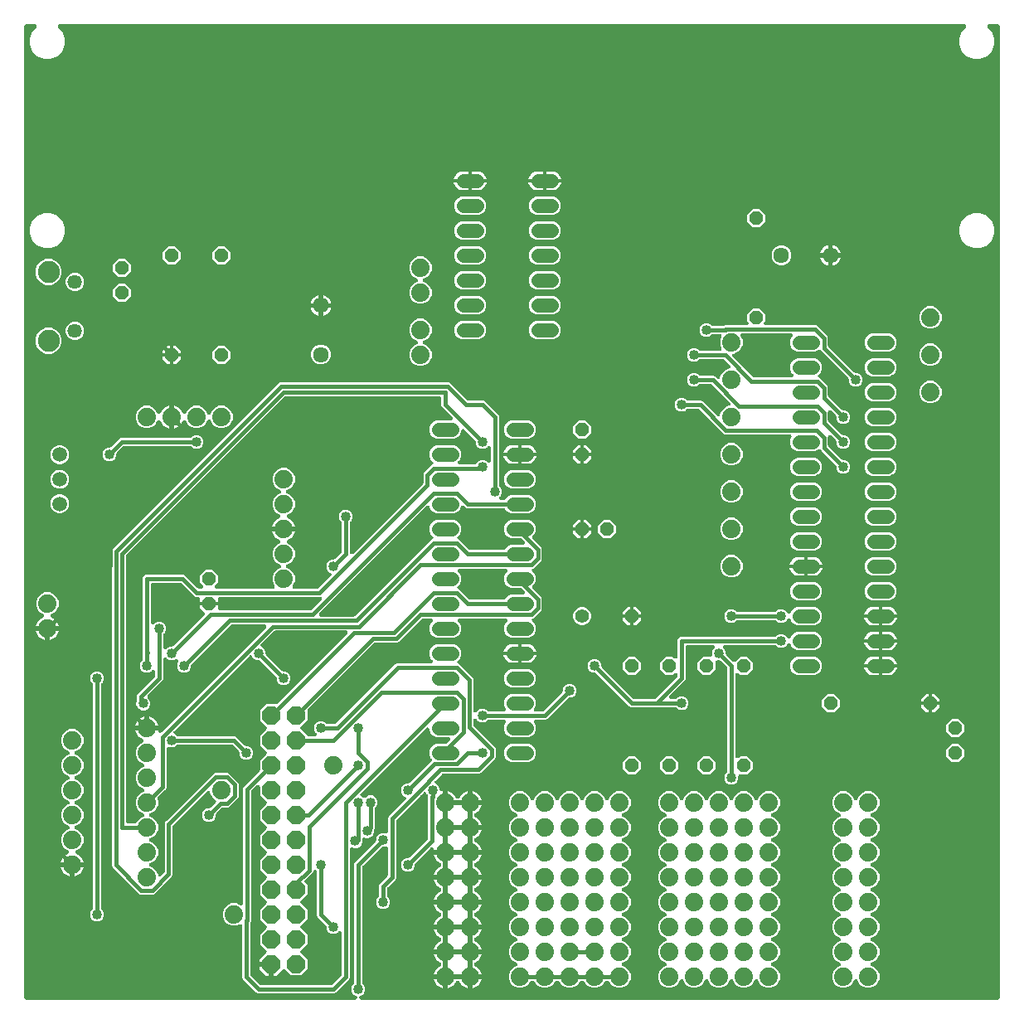
<source format=gbl>
G04 EAGLE Gerber RS-274X export*
G75*
%MOMM*%
%FSLAX34Y34*%
%LPD*%
%INBottom Copper*%
%IPPOS*%
%AMOC8*
5,1,8,0,0,1.08239X$1,22.5*%
G01*
%ADD10C,1.459600*%
%ADD11C,2.250000*%
%ADD12C,1.879600*%
%ADD13C,1.509600*%
%ADD14P,1.539592X8X112.500000*%
%ADD15C,1.609600*%
%ADD16C,1.422400*%
%ADD17P,1.539592X8X292.500000*%
%ADD18P,1.539592X8X202.500000*%
%ADD19P,2.034460X8X112.500000*%
%ADD20C,1.422400*%
%ADD21P,1.539592X8X22.500000*%
%ADD22C,1.016000*%
%ADD23C,0.406400*%

G36*
X339859Y2033D02*
X339859Y2033D01*
X339864Y2033D01*
X340058Y2053D01*
X340256Y2073D01*
X340260Y2074D01*
X340264Y2074D01*
X340452Y2133D01*
X340640Y2191D01*
X340644Y2193D01*
X340649Y2194D01*
X340823Y2290D01*
X340994Y2383D01*
X340998Y2385D01*
X341002Y2388D01*
X341155Y2516D01*
X341304Y2640D01*
X341306Y2644D01*
X341310Y2647D01*
X341433Y2802D01*
X341556Y2954D01*
X341558Y2958D01*
X341561Y2962D01*
X341653Y3140D01*
X341742Y3311D01*
X341743Y3316D01*
X341745Y3320D01*
X341799Y3512D01*
X341853Y3698D01*
X341853Y3703D01*
X341855Y3707D01*
X341870Y3903D01*
X341886Y4100D01*
X341885Y4104D01*
X341886Y4108D01*
X341862Y4302D01*
X341839Y4499D01*
X341838Y4504D01*
X341837Y4508D01*
X341776Y4693D01*
X341714Y4882D01*
X341712Y4886D01*
X341710Y4890D01*
X341614Y5059D01*
X341516Y5233D01*
X341513Y5236D01*
X341511Y5240D01*
X341383Y5387D01*
X341253Y5537D01*
X341249Y5540D01*
X341247Y5544D01*
X341090Y5664D01*
X340935Y5784D01*
X340931Y5786D01*
X340927Y5789D01*
X340632Y5941D01*
X338871Y6670D01*
X336870Y8671D01*
X335787Y11285D01*
X335787Y14115D01*
X336870Y16729D01*
X338240Y18099D01*
X338257Y18120D01*
X338278Y18137D01*
X338385Y18275D01*
X338495Y18411D01*
X338508Y18434D01*
X338524Y18456D01*
X338602Y18612D01*
X338684Y18766D01*
X338692Y18792D01*
X338704Y18816D01*
X338749Y18985D01*
X338799Y19152D01*
X338801Y19179D01*
X338808Y19205D01*
X338835Y19536D01*
X338835Y140509D01*
X339454Y142002D01*
X360592Y163141D01*
X360609Y163161D01*
X360630Y163179D01*
X360737Y163317D01*
X360847Y163452D01*
X360860Y163476D01*
X360876Y163497D01*
X360954Y163654D01*
X361036Y163808D01*
X361044Y163833D01*
X361056Y163858D01*
X361101Y164027D01*
X361151Y164194D01*
X361153Y164220D01*
X361160Y164246D01*
X361187Y164577D01*
X361187Y166515D01*
X362270Y169129D01*
X364271Y171130D01*
X366885Y172213D01*
X369715Y172213D01*
X370571Y171858D01*
X370584Y171854D01*
X370595Y171848D01*
X370776Y171796D01*
X370956Y171742D01*
X370969Y171741D01*
X370982Y171737D01*
X371171Y171721D01*
X371357Y171704D01*
X371370Y171705D01*
X371384Y171704D01*
X371570Y171726D01*
X371757Y171745D01*
X371770Y171749D01*
X371783Y171751D01*
X371961Y171809D01*
X372142Y171865D01*
X372153Y171871D01*
X372166Y171876D01*
X372330Y171968D01*
X372495Y172058D01*
X372505Y172067D01*
X372517Y172074D01*
X372659Y172196D01*
X372803Y172317D01*
X372811Y172328D01*
X372822Y172337D01*
X372936Y172485D01*
X373054Y172632D01*
X373060Y172644D01*
X373068Y172655D01*
X373152Y172823D01*
X373238Y172990D01*
X373242Y173003D01*
X373248Y173015D01*
X373297Y173198D01*
X373348Y173378D01*
X373349Y173391D01*
X373352Y173404D01*
X373379Y173735D01*
X373379Y187521D01*
X373998Y189015D01*
X375427Y190444D01*
X391186Y206203D01*
X391194Y206213D01*
X391205Y206222D01*
X391322Y206369D01*
X391441Y206514D01*
X391447Y206526D01*
X391456Y206536D01*
X391542Y206705D01*
X391630Y206870D01*
X391633Y206883D01*
X391640Y206895D01*
X391691Y207076D01*
X391744Y207256D01*
X391746Y207269D01*
X391749Y207282D01*
X391764Y207468D01*
X391781Y207657D01*
X391779Y207670D01*
X391780Y207683D01*
X391758Y207868D01*
X391737Y208057D01*
X391733Y208070D01*
X391732Y208083D01*
X391673Y208260D01*
X391616Y208441D01*
X391609Y208453D01*
X391605Y208465D01*
X391512Y208628D01*
X391421Y208793D01*
X391412Y208803D01*
X391406Y208815D01*
X391283Y208956D01*
X391161Y209100D01*
X391150Y209109D01*
X391141Y209119D01*
X390992Y209233D01*
X390845Y209350D01*
X390833Y209356D01*
X390822Y209364D01*
X390527Y209516D01*
X389671Y209870D01*
X387670Y211871D01*
X386587Y214485D01*
X386587Y217315D01*
X387670Y219929D01*
X389671Y221930D01*
X392285Y223013D01*
X394223Y223013D01*
X394250Y223015D01*
X394276Y223013D01*
X394450Y223035D01*
X394624Y223053D01*
X394649Y223060D01*
X394676Y223064D01*
X394841Y223119D01*
X395008Y223171D01*
X395032Y223184D01*
X395057Y223192D01*
X395209Y223279D01*
X395363Y223363D01*
X395383Y223380D01*
X395406Y223393D01*
X395659Y223608D01*
X416892Y244841D01*
X417467Y245416D01*
X417478Y245429D01*
X417492Y245441D01*
X417606Y245586D01*
X417722Y245727D01*
X417731Y245743D01*
X417742Y245757D01*
X417825Y245921D01*
X417911Y246083D01*
X417916Y246100D01*
X417924Y246116D01*
X417973Y246292D01*
X418026Y246469D01*
X418027Y246487D01*
X418032Y246504D01*
X418045Y246686D01*
X418062Y246870D01*
X418060Y246887D01*
X418061Y246905D01*
X418039Y247087D01*
X418019Y247270D01*
X418013Y247287D01*
X418011Y247305D01*
X417953Y247479D01*
X417897Y247654D01*
X417889Y247669D01*
X417883Y247686D01*
X417791Y247846D01*
X417702Y248006D01*
X417691Y248020D01*
X417682Y248035D01*
X417467Y248288D01*
X416935Y248820D01*
X415543Y252181D01*
X415543Y255819D01*
X416935Y259180D01*
X419508Y261753D01*
X420566Y262191D01*
X422869Y263145D01*
X431872Y263145D01*
X431899Y263147D01*
X431926Y263145D01*
X432099Y263167D01*
X432273Y263185D01*
X432298Y263192D01*
X432325Y263196D01*
X432491Y263251D01*
X432658Y263303D01*
X432681Y263316D01*
X432707Y263324D01*
X432858Y263411D01*
X433012Y263495D01*
X433032Y263512D01*
X433056Y263525D01*
X433309Y263740D01*
X436357Y266788D01*
X436362Y266795D01*
X436369Y266800D01*
X436489Y266950D01*
X436612Y267099D01*
X436616Y267107D01*
X436621Y267114D01*
X436710Y267284D01*
X436800Y267455D01*
X436803Y267464D01*
X436807Y267471D01*
X436860Y267656D01*
X436915Y267841D01*
X436916Y267850D01*
X436918Y267858D01*
X436934Y268049D01*
X436952Y268242D01*
X436951Y268251D01*
X436951Y268260D01*
X436929Y268449D01*
X436908Y268642D01*
X436905Y268651D01*
X436904Y268659D01*
X436845Y268841D01*
X436787Y269026D01*
X436782Y269034D01*
X436780Y269042D01*
X436684Y269211D01*
X436592Y269378D01*
X436586Y269385D01*
X436582Y269393D01*
X436456Y269539D01*
X436331Y269685D01*
X436324Y269691D01*
X436318Y269698D01*
X436167Y269815D01*
X436015Y269935D01*
X436007Y269939D01*
X436000Y269944D01*
X435828Y270030D01*
X435656Y270117D01*
X435648Y270120D01*
X435640Y270124D01*
X435454Y270174D01*
X435269Y270225D01*
X435260Y270226D01*
X435251Y270228D01*
X434920Y270255D01*
X422869Y270255D01*
X419508Y271647D01*
X416935Y274220D01*
X415543Y277581D01*
X415543Y277891D01*
X415542Y277900D01*
X415543Y277909D01*
X415522Y278102D01*
X415503Y278292D01*
X415501Y278300D01*
X415500Y278309D01*
X415441Y278494D01*
X415385Y278677D01*
X415381Y278684D01*
X415378Y278693D01*
X415285Y278861D01*
X415193Y279031D01*
X415188Y279037D01*
X415183Y279045D01*
X415059Y279192D01*
X414936Y279340D01*
X414929Y279345D01*
X414923Y279352D01*
X414771Y279472D01*
X414622Y279592D01*
X414614Y279596D01*
X414607Y279602D01*
X414434Y279690D01*
X414265Y279778D01*
X414256Y279780D01*
X414248Y279784D01*
X414062Y279836D01*
X413878Y279889D01*
X413869Y279890D01*
X413860Y279892D01*
X413667Y279906D01*
X413476Y279922D01*
X413468Y279921D01*
X413459Y279922D01*
X413266Y279897D01*
X413077Y279875D01*
X413068Y279872D01*
X413059Y279871D01*
X412877Y279810D01*
X412694Y279750D01*
X412686Y279746D01*
X412678Y279743D01*
X412511Y279647D01*
X412343Y279552D01*
X412336Y279547D01*
X412329Y279542D01*
X412076Y279327D01*
X345530Y212782D01*
X345521Y212771D01*
X345511Y212763D01*
X345393Y212615D01*
X345275Y212470D01*
X345269Y212458D01*
X345260Y212448D01*
X345173Y212279D01*
X345086Y212114D01*
X345082Y212102D01*
X345076Y212090D01*
X345025Y211908D01*
X344971Y211728D01*
X344970Y211715D01*
X344967Y211702D01*
X344952Y211516D01*
X344935Y211327D01*
X344937Y211314D01*
X344935Y211301D01*
X344958Y211116D01*
X344978Y210927D01*
X344983Y210914D01*
X344984Y210901D01*
X345043Y210724D01*
X345100Y210543D01*
X345106Y210532D01*
X345111Y210519D01*
X345204Y210356D01*
X345295Y210191D01*
X345303Y210181D01*
X345310Y210169D01*
X345433Y210028D01*
X345555Y209884D01*
X345566Y209876D01*
X345575Y209866D01*
X345723Y209751D01*
X345871Y209634D01*
X345883Y209628D01*
X345894Y209620D01*
X346189Y209469D01*
X347045Y209114D01*
X347698Y208461D01*
X347712Y208450D01*
X347723Y208436D01*
X347867Y208323D01*
X348009Y208206D01*
X348025Y208198D01*
X348039Y208187D01*
X348203Y208103D01*
X348365Y208017D01*
X348382Y208012D01*
X348398Y208004D01*
X348575Y207955D01*
X348751Y207903D01*
X348769Y207901D01*
X348786Y207896D01*
X348969Y207883D01*
X349152Y207866D01*
X349170Y207868D01*
X349187Y207867D01*
X349370Y207890D01*
X349552Y207910D01*
X349569Y207915D01*
X349587Y207917D01*
X349761Y207976D01*
X349936Y208031D01*
X349952Y208040D01*
X349969Y208045D01*
X350128Y208137D01*
X350288Y208226D01*
X350302Y208237D01*
X350317Y208246D01*
X350570Y208461D01*
X351455Y209346D01*
X354069Y210429D01*
X356899Y210429D01*
X359513Y209346D01*
X361514Y207345D01*
X362597Y204731D01*
X362597Y201901D01*
X361514Y199287D01*
X360144Y197917D01*
X360127Y197896D01*
X360107Y197878D01*
X360000Y197740D01*
X359889Y197605D01*
X359876Y197581D01*
X359860Y197560D01*
X359782Y197403D01*
X359700Y197249D01*
X359693Y197224D01*
X359681Y197200D01*
X359635Y197030D01*
X359585Y196863D01*
X359583Y196837D01*
X359576Y196811D01*
X359549Y196480D01*
X359549Y176876D01*
X359311Y176302D01*
X359302Y176272D01*
X359288Y176244D01*
X359244Y176080D01*
X359195Y175917D01*
X359192Y175886D01*
X359184Y175856D01*
X359157Y175525D01*
X359157Y172829D01*
X358074Y170215D01*
X356073Y168214D01*
X353459Y167131D01*
X350629Y167131D01*
X349773Y167486D01*
X349760Y167490D01*
X349749Y167496D01*
X349568Y167548D01*
X349388Y167602D01*
X349375Y167603D01*
X349362Y167607D01*
X349173Y167623D01*
X348987Y167640D01*
X348974Y167639D01*
X348960Y167640D01*
X348774Y167618D01*
X348587Y167599D01*
X348574Y167595D01*
X348561Y167593D01*
X348383Y167535D01*
X348202Y167479D01*
X348191Y167473D01*
X348178Y167468D01*
X348014Y167376D01*
X347849Y167286D01*
X347839Y167277D01*
X347827Y167270D01*
X347685Y167148D01*
X347541Y167027D01*
X347533Y167016D01*
X347522Y167007D01*
X347408Y166859D01*
X347290Y166712D01*
X347284Y166700D01*
X347276Y166689D01*
X347192Y166521D01*
X347106Y166354D01*
X347102Y166341D01*
X347096Y166329D01*
X347047Y166146D01*
X346996Y165966D01*
X346995Y165953D01*
X346992Y165940D01*
X346965Y165609D01*
X346965Y162423D01*
X345882Y159808D01*
X343881Y157808D01*
X341267Y156725D01*
X338437Y156725D01*
X337073Y157290D01*
X337060Y157294D01*
X337049Y157300D01*
X336869Y157351D01*
X336688Y157406D01*
X336675Y157407D01*
X336662Y157411D01*
X336474Y157426D01*
X336287Y157444D01*
X336274Y157443D01*
X336260Y157444D01*
X336074Y157422D01*
X335887Y157403D01*
X335874Y157399D01*
X335861Y157397D01*
X335682Y157339D01*
X335502Y157283D01*
X335491Y157276D01*
X335478Y157272D01*
X335313Y157179D01*
X335149Y157089D01*
X335139Y157081D01*
X335127Y157074D01*
X334985Y156951D01*
X334841Y156830D01*
X334833Y156820D01*
X334822Y156811D01*
X334708Y156663D01*
X334590Y156516D01*
X334584Y156504D01*
X334576Y156493D01*
X334492Y156325D01*
X334406Y156157D01*
X334402Y156145D01*
X334396Y156133D01*
X334347Y155949D01*
X334296Y155770D01*
X334295Y155757D01*
X334292Y155744D01*
X334265Y155413D01*
X334265Y24591D01*
X333646Y23098D01*
X319802Y9254D01*
X318309Y8635D01*
X240491Y8635D01*
X238998Y9254D01*
X225154Y23098D01*
X224535Y24591D01*
X224535Y77064D01*
X224534Y77078D01*
X224535Y77091D01*
X224514Y77277D01*
X224495Y77465D01*
X224491Y77478D01*
X224490Y77491D01*
X224432Y77670D01*
X224377Y77850D01*
X224371Y77862D01*
X224367Y77874D01*
X224275Y78039D01*
X224185Y78204D01*
X224177Y78214D01*
X224170Y78226D01*
X224048Y78369D01*
X223928Y78513D01*
X223917Y78521D01*
X223909Y78532D01*
X223760Y78648D01*
X223614Y78765D01*
X223602Y78772D01*
X223592Y78780D01*
X223423Y78865D01*
X223257Y78951D01*
X223244Y78955D01*
X223232Y78961D01*
X223050Y79010D01*
X222870Y79062D01*
X222856Y79063D01*
X222843Y79067D01*
X222655Y79080D01*
X222468Y79095D01*
X222455Y79094D01*
X222442Y79095D01*
X222254Y79070D01*
X222069Y79048D01*
X222056Y79044D01*
X222043Y79042D01*
X221727Y78941D01*
X218174Y77469D01*
X213626Y77469D01*
X209425Y79209D01*
X206209Y82425D01*
X204469Y86626D01*
X204469Y91174D01*
X206209Y95375D01*
X209425Y98591D01*
X213626Y100331D01*
X218174Y100331D01*
X222489Y98543D01*
X222502Y98539D01*
X222513Y98533D01*
X222693Y98482D01*
X222874Y98427D01*
X222887Y98426D01*
X222900Y98422D01*
X223088Y98407D01*
X223275Y98389D01*
X223288Y98390D01*
X223302Y98389D01*
X223488Y98411D01*
X223675Y98430D01*
X223688Y98434D01*
X223701Y98436D01*
X223880Y98494D01*
X224060Y98550D01*
X224071Y98557D01*
X224084Y98561D01*
X224248Y98653D01*
X224413Y98744D01*
X224423Y98752D01*
X224435Y98759D01*
X224577Y98881D01*
X224721Y99003D01*
X224729Y99013D01*
X224740Y99022D01*
X224854Y99170D01*
X224972Y99317D01*
X224978Y99329D01*
X224986Y99340D01*
X225070Y99508D01*
X225156Y99676D01*
X225160Y99688D01*
X225166Y99701D01*
X225215Y99883D01*
X225266Y100063D01*
X225267Y100076D01*
X225270Y100089D01*
X225297Y100420D01*
X225297Y217471D01*
X225916Y218964D01*
X227345Y220394D01*
X241974Y235023D01*
X241991Y235043D01*
X242012Y235061D01*
X242119Y235199D01*
X242229Y235334D01*
X242242Y235358D01*
X242258Y235379D01*
X242336Y235536D01*
X242418Y235690D01*
X242426Y235715D01*
X242438Y235740D01*
X242483Y235909D01*
X242533Y236076D01*
X242535Y236102D01*
X242542Y236128D01*
X242569Y236459D01*
X242569Y246035D01*
X249098Y252564D01*
X249110Y252577D01*
X249123Y252589D01*
X249237Y252733D01*
X249353Y252875D01*
X249362Y252891D01*
X249373Y252905D01*
X249456Y253069D01*
X249542Y253231D01*
X249547Y253248D01*
X249555Y253264D01*
X249604Y253441D01*
X249657Y253617D01*
X249658Y253635D01*
X249663Y253652D01*
X249676Y253835D01*
X249693Y254018D01*
X249691Y254036D01*
X249692Y254053D01*
X249669Y254235D01*
X249650Y254418D01*
X249644Y254435D01*
X249642Y254453D01*
X249584Y254626D01*
X249528Y254802D01*
X249519Y254818D01*
X249514Y254834D01*
X249422Y254994D01*
X249333Y255154D01*
X249322Y255168D01*
X249313Y255183D01*
X249098Y255436D01*
X242569Y261965D01*
X242569Y271435D01*
X249098Y277964D01*
X249110Y277977D01*
X249123Y277989D01*
X249237Y278133D01*
X249353Y278275D01*
X249362Y278291D01*
X249373Y278305D01*
X249456Y278469D01*
X249542Y278631D01*
X249547Y278648D01*
X249555Y278664D01*
X249604Y278840D01*
X249657Y279017D01*
X249658Y279035D01*
X249663Y279052D01*
X249676Y279235D01*
X249693Y279418D01*
X249691Y279436D01*
X249692Y279453D01*
X249669Y279635D01*
X249650Y279818D01*
X249644Y279835D01*
X249642Y279853D01*
X249584Y280026D01*
X249528Y280202D01*
X249519Y280218D01*
X249514Y280234D01*
X249422Y280394D01*
X249333Y280554D01*
X249322Y280568D01*
X249313Y280583D01*
X249098Y280836D01*
X242569Y287365D01*
X242569Y296835D01*
X249265Y303531D01*
X258841Y303531D01*
X258868Y303533D01*
X258894Y303531D01*
X259068Y303553D01*
X259242Y303571D01*
X259267Y303578D01*
X259294Y303582D01*
X259459Y303637D01*
X259627Y303689D01*
X259650Y303702D01*
X259675Y303710D01*
X259827Y303797D01*
X259981Y303881D01*
X260001Y303898D01*
X260024Y303911D01*
X260277Y304126D01*
X331651Y375500D01*
X331657Y375507D01*
X331664Y375512D01*
X331784Y375662D01*
X331906Y375811D01*
X331911Y375819D01*
X331916Y375826D01*
X332005Y375997D01*
X332095Y376167D01*
X332098Y376175D01*
X332102Y376183D01*
X332155Y376369D01*
X332210Y376553D01*
X332211Y376562D01*
X332213Y376570D01*
X332229Y376762D01*
X332246Y376954D01*
X332245Y376963D01*
X332246Y376972D01*
X332224Y377159D01*
X332203Y377354D01*
X332200Y377363D01*
X332199Y377371D01*
X332140Y377553D01*
X332081Y377738D01*
X332077Y377746D01*
X332074Y377754D01*
X331980Y377921D01*
X331886Y378090D01*
X331881Y378097D01*
X331876Y378105D01*
X331750Y378251D01*
X331626Y378397D01*
X331619Y378403D01*
X331613Y378410D01*
X331462Y378527D01*
X331310Y378647D01*
X331302Y378651D01*
X331295Y378656D01*
X331123Y378742D01*
X330951Y378829D01*
X330943Y378832D01*
X330935Y378836D01*
X330748Y378886D01*
X330563Y378937D01*
X330554Y378938D01*
X330546Y378940D01*
X330215Y378967D01*
X258325Y378967D01*
X258299Y378965D01*
X258272Y378967D01*
X258098Y378945D01*
X257925Y378927D01*
X257899Y378920D01*
X257873Y378916D01*
X257707Y378861D01*
X257540Y378809D01*
X257516Y378796D01*
X257491Y378788D01*
X257339Y378701D01*
X257186Y378617D01*
X257165Y378600D01*
X257142Y378587D01*
X256889Y378372D01*
X243814Y365297D01*
X243806Y365287D01*
X243795Y365278D01*
X243677Y365130D01*
X243559Y364986D01*
X243553Y364974D01*
X243544Y364964D01*
X243458Y364795D01*
X243370Y364630D01*
X243367Y364617D01*
X243360Y364605D01*
X243309Y364424D01*
X243256Y364244D01*
X243254Y364231D01*
X243251Y364218D01*
X243236Y364032D01*
X243219Y363843D01*
X243221Y363830D01*
X243220Y363817D01*
X243242Y363632D01*
X243263Y363443D01*
X243267Y363430D01*
X243268Y363417D01*
X243327Y363240D01*
X243384Y363059D01*
X243391Y363047D01*
X243395Y363035D01*
X243488Y362872D01*
X243579Y362707D01*
X243588Y362697D01*
X243594Y362685D01*
X243717Y362544D01*
X243839Y362400D01*
X243850Y362391D01*
X243859Y362381D01*
X244008Y362267D01*
X244155Y362150D01*
X244167Y362144D01*
X244178Y362136D01*
X244473Y361984D01*
X245329Y361630D01*
X247330Y359629D01*
X248413Y357015D01*
X248413Y355077D01*
X248415Y355050D01*
X248413Y355024D01*
X248435Y354850D01*
X248453Y354676D01*
X248460Y354651D01*
X248464Y354624D01*
X248519Y354459D01*
X248571Y354292D01*
X248584Y354268D01*
X248592Y354243D01*
X248679Y354091D01*
X248763Y353937D01*
X248780Y353917D01*
X248793Y353894D01*
X249008Y353641D01*
X264741Y337908D01*
X264761Y337891D01*
X264779Y337870D01*
X264917Y337763D01*
X265052Y337653D01*
X265076Y337640D01*
X265097Y337624D01*
X265254Y337546D01*
X265408Y337464D01*
X265433Y337456D01*
X265458Y337444D01*
X265627Y337399D01*
X265794Y337349D01*
X265820Y337347D01*
X265846Y337340D01*
X266177Y337313D01*
X268115Y337313D01*
X270729Y336230D01*
X272730Y334229D01*
X273813Y331615D01*
X273813Y328785D01*
X272730Y326171D01*
X270729Y324170D01*
X268115Y323087D01*
X265285Y323087D01*
X262671Y324170D01*
X260670Y326171D01*
X259587Y328785D01*
X259587Y330723D01*
X259585Y330750D01*
X259587Y330776D01*
X259565Y330950D01*
X259547Y331124D01*
X259540Y331149D01*
X259536Y331176D01*
X259481Y331341D01*
X259429Y331508D01*
X259416Y331532D01*
X259408Y331557D01*
X259321Y331709D01*
X259237Y331863D01*
X259220Y331883D01*
X259207Y331906D01*
X258992Y332159D01*
X243259Y347892D01*
X243239Y347909D01*
X243221Y347930D01*
X243083Y348037D01*
X242948Y348147D01*
X242924Y348160D01*
X242903Y348176D01*
X242746Y348254D01*
X242592Y348336D01*
X242567Y348344D01*
X242542Y348356D01*
X242373Y348401D01*
X242206Y348451D01*
X242180Y348453D01*
X242154Y348460D01*
X241823Y348487D01*
X239885Y348487D01*
X237271Y349570D01*
X235270Y351571D01*
X234916Y352427D01*
X234909Y352439D01*
X234905Y352451D01*
X234814Y352616D01*
X234725Y352782D01*
X234717Y352792D01*
X234710Y352804D01*
X234589Y352947D01*
X234469Y353092D01*
X234459Y353101D01*
X234450Y353111D01*
X234302Y353227D01*
X234156Y353346D01*
X234145Y353352D01*
X234134Y353360D01*
X233966Y353446D01*
X233800Y353533D01*
X233787Y353537D01*
X233775Y353543D01*
X233594Y353593D01*
X233413Y353646D01*
X233400Y353647D01*
X233387Y353651D01*
X233199Y353665D01*
X233012Y353681D01*
X232999Y353679D01*
X232986Y353680D01*
X232798Y353657D01*
X232612Y353636D01*
X232599Y353631D01*
X232586Y353630D01*
X232409Y353570D01*
X232229Y353512D01*
X232217Y353506D01*
X232205Y353502D01*
X232042Y353408D01*
X231877Y353316D01*
X231867Y353307D01*
X231856Y353301D01*
X231603Y353086D01*
X154914Y276397D01*
X154906Y276387D01*
X154895Y276378D01*
X154778Y276231D01*
X154659Y276086D01*
X154653Y276074D01*
X154644Y276064D01*
X154558Y275894D01*
X154470Y275730D01*
X154467Y275717D01*
X154460Y275705D01*
X154409Y275524D01*
X154356Y275344D01*
X154354Y275331D01*
X154351Y275318D01*
X154336Y275132D01*
X154319Y274943D01*
X154321Y274930D01*
X154320Y274917D01*
X154342Y274732D01*
X154363Y274543D01*
X154367Y274530D01*
X154368Y274517D01*
X154427Y274340D01*
X154484Y274159D01*
X154491Y274147D01*
X154495Y274135D01*
X154588Y273972D01*
X154679Y273807D01*
X154688Y273797D01*
X154694Y273785D01*
X154817Y273644D01*
X154939Y273500D01*
X154950Y273491D01*
X154959Y273481D01*
X155108Y273367D01*
X155255Y273250D01*
X155267Y273244D01*
X155278Y273236D01*
X155573Y273084D01*
X156429Y272730D01*
X157799Y271360D01*
X157820Y271343D01*
X157837Y271322D01*
X157975Y271215D01*
X158111Y271105D01*
X158134Y271092D01*
X158156Y271076D01*
X158312Y270998D01*
X158466Y270916D01*
X158492Y270908D01*
X158516Y270896D01*
X158685Y270851D01*
X158852Y270801D01*
X158879Y270799D01*
X158905Y270792D01*
X159236Y270765D01*
X216709Y270765D01*
X218202Y270146D01*
X226641Y261708D01*
X226661Y261691D01*
X226679Y261670D01*
X226817Y261563D01*
X226952Y261453D01*
X226976Y261440D01*
X226997Y261424D01*
X227154Y261346D01*
X227308Y261264D01*
X227333Y261256D01*
X227358Y261244D01*
X227527Y261199D01*
X227694Y261149D01*
X227720Y261147D01*
X227746Y261140D01*
X228077Y261113D01*
X230015Y261113D01*
X232629Y260030D01*
X234630Y258029D01*
X235713Y255415D01*
X235713Y252585D01*
X234630Y249971D01*
X232629Y247970D01*
X230015Y246887D01*
X227185Y246887D01*
X224571Y247970D01*
X222570Y249971D01*
X221487Y252585D01*
X221487Y254523D01*
X221485Y254550D01*
X221487Y254576D01*
X221465Y254750D01*
X221447Y254924D01*
X221440Y254949D01*
X221436Y254976D01*
X221381Y255141D01*
X221329Y255308D01*
X221316Y255332D01*
X221308Y255357D01*
X221221Y255509D01*
X221137Y255663D01*
X221120Y255683D01*
X221107Y255706D01*
X220892Y255959D01*
X214811Y262040D01*
X214791Y262057D01*
X214773Y262078D01*
X214635Y262185D01*
X214500Y262295D01*
X214476Y262308D01*
X214455Y262324D01*
X214298Y262402D01*
X214144Y262484D01*
X214119Y262492D01*
X214094Y262504D01*
X213925Y262549D01*
X213758Y262599D01*
X213732Y262601D01*
X213706Y262608D01*
X213375Y262635D01*
X159236Y262635D01*
X159209Y262633D01*
X159182Y262635D01*
X159008Y262613D01*
X158835Y262595D01*
X158809Y262588D01*
X158783Y262584D01*
X158617Y262529D01*
X158450Y262477D01*
X158426Y262464D01*
X158401Y262456D01*
X158249Y262369D01*
X158096Y262285D01*
X158076Y262268D01*
X158052Y262255D01*
X157799Y262040D01*
X156429Y260670D01*
X153815Y259587D01*
X150985Y259587D01*
X150129Y259942D01*
X150116Y259946D01*
X150105Y259952D01*
X149924Y260004D01*
X149744Y260058D01*
X149731Y260059D01*
X149718Y260063D01*
X149529Y260079D01*
X149343Y260096D01*
X149330Y260095D01*
X149316Y260096D01*
X149130Y260074D01*
X148943Y260055D01*
X148930Y260051D01*
X148917Y260049D01*
X148739Y259991D01*
X148558Y259935D01*
X148547Y259929D01*
X148534Y259924D01*
X148370Y259832D01*
X148205Y259742D01*
X148195Y259733D01*
X148183Y259726D01*
X148041Y259604D01*
X147897Y259483D01*
X147889Y259472D01*
X147878Y259463D01*
X147764Y259315D01*
X147646Y259168D01*
X147640Y259156D01*
X147632Y259145D01*
X147548Y258977D01*
X147462Y258810D01*
X147458Y258797D01*
X147452Y258785D01*
X147403Y258602D01*
X147352Y258422D01*
X147351Y258409D01*
X147348Y258396D01*
X147321Y258065D01*
X147321Y218647D01*
X146702Y217154D01*
X145273Y215725D01*
X145273Y215724D01*
X138392Y208844D01*
X138378Y208826D01*
X138361Y208812D01*
X138250Y208671D01*
X138137Y208532D01*
X138127Y208513D01*
X138113Y208495D01*
X138032Y208334D01*
X137948Y208176D01*
X137942Y208155D01*
X137932Y208135D01*
X137885Y207962D01*
X137834Y207791D01*
X137832Y207768D01*
X137826Y207747D01*
X137813Y207568D01*
X137797Y207390D01*
X137800Y207367D01*
X137798Y207345D01*
X137821Y207168D01*
X137841Y206989D01*
X137847Y206968D01*
X137850Y206946D01*
X137952Y206630D01*
X138431Y205474D01*
X138431Y200926D01*
X136691Y196725D01*
X133475Y193509D01*
X130740Y192377D01*
X130732Y192372D01*
X130724Y192370D01*
X130556Y192278D01*
X130385Y192186D01*
X130378Y192181D01*
X130370Y192176D01*
X130224Y192053D01*
X130075Y191930D01*
X130069Y191923D01*
X130062Y191917D01*
X129943Y191767D01*
X129821Y191617D01*
X129817Y191609D01*
X129811Y191603D01*
X129723Y191431D01*
X129634Y191261D01*
X129631Y191252D01*
X129627Y191244D01*
X129575Y191059D01*
X129521Y190874D01*
X129520Y190866D01*
X129518Y190857D01*
X129503Y190666D01*
X129486Y190473D01*
X129487Y190464D01*
X129487Y190456D01*
X129510Y190263D01*
X129531Y190073D01*
X129534Y190065D01*
X129535Y190056D01*
X129596Y189871D01*
X129655Y189690D01*
X129659Y189682D01*
X129662Y189674D01*
X129757Y189506D01*
X129851Y189338D01*
X129857Y189332D01*
X129861Y189324D01*
X129988Y189179D01*
X130113Y189033D01*
X130120Y189027D01*
X130126Y189020D01*
X130278Y188903D01*
X130430Y188784D01*
X130438Y188780D01*
X130445Y188775D01*
X130740Y188623D01*
X133475Y187491D01*
X136691Y184275D01*
X138431Y180074D01*
X138431Y175526D01*
X136691Y171325D01*
X133475Y168109D01*
X130740Y166977D01*
X130732Y166972D01*
X130724Y166970D01*
X130556Y166878D01*
X130385Y166786D01*
X130378Y166781D01*
X130370Y166776D01*
X130224Y166653D01*
X130075Y166530D01*
X130069Y166523D01*
X130062Y166517D01*
X129943Y166367D01*
X129821Y166217D01*
X129817Y166209D01*
X129811Y166203D01*
X129723Y166031D01*
X129634Y165861D01*
X129631Y165852D01*
X129627Y165844D01*
X129575Y165659D01*
X129521Y165474D01*
X129520Y165466D01*
X129518Y165457D01*
X129503Y165266D01*
X129486Y165073D01*
X129487Y165064D01*
X129487Y165056D01*
X129510Y164863D01*
X129531Y164673D01*
X129534Y164665D01*
X129535Y164656D01*
X129596Y164471D01*
X129655Y164290D01*
X129659Y164282D01*
X129662Y164274D01*
X129757Y164106D01*
X129851Y163938D01*
X129857Y163932D01*
X129861Y163924D01*
X129988Y163779D01*
X130113Y163633D01*
X130120Y163627D01*
X130126Y163620D01*
X130278Y163503D01*
X130430Y163384D01*
X130438Y163380D01*
X130445Y163375D01*
X130740Y163223D01*
X133475Y162091D01*
X136691Y158875D01*
X138431Y154674D01*
X138431Y150126D01*
X136691Y145925D01*
X133475Y142709D01*
X130740Y141577D01*
X130732Y141572D01*
X130724Y141570D01*
X130556Y141478D01*
X130385Y141386D01*
X130378Y141381D01*
X130370Y141376D01*
X130224Y141253D01*
X130075Y141130D01*
X130069Y141123D01*
X130062Y141117D01*
X129943Y140967D01*
X129821Y140817D01*
X129817Y140809D01*
X129811Y140803D01*
X129723Y140630D01*
X129634Y140461D01*
X129631Y140452D01*
X129627Y140444D01*
X129575Y140259D01*
X129521Y140074D01*
X129520Y140066D01*
X129518Y140057D01*
X129503Y139866D01*
X129486Y139673D01*
X129487Y139664D01*
X129487Y139656D01*
X129510Y139463D01*
X129531Y139273D01*
X129534Y139265D01*
X129535Y139256D01*
X129596Y139071D01*
X129655Y138890D01*
X129659Y138882D01*
X129662Y138874D01*
X129757Y138706D01*
X129851Y138538D01*
X129857Y138532D01*
X129861Y138524D01*
X129988Y138379D01*
X130113Y138233D01*
X130120Y138227D01*
X130126Y138220D01*
X130278Y138103D01*
X130430Y137984D01*
X130438Y137980D01*
X130445Y137975D01*
X130740Y137823D01*
X133475Y136691D01*
X136691Y133475D01*
X138478Y129160D01*
X138484Y129148D01*
X138488Y129135D01*
X138580Y128970D01*
X138668Y128805D01*
X138677Y128795D01*
X138683Y128783D01*
X138805Y128640D01*
X138924Y128495D01*
X138935Y128486D01*
X138944Y128476D01*
X139090Y128360D01*
X139237Y128241D01*
X139249Y128235D01*
X139259Y128226D01*
X139427Y128141D01*
X139594Y128054D01*
X139607Y128050D01*
X139618Y128044D01*
X139799Y127994D01*
X139980Y127941D01*
X139993Y127940D01*
X140006Y127936D01*
X140195Y127922D01*
X140381Y127906D01*
X140394Y127908D01*
X140408Y127907D01*
X140596Y127930D01*
X140781Y127951D01*
X140794Y127955D01*
X140807Y127957D01*
X140986Y128017D01*
X141165Y128075D01*
X141176Y128081D01*
X141189Y128085D01*
X141351Y128179D01*
X141516Y128271D01*
X141526Y128280D01*
X141538Y128286D01*
X141791Y128501D01*
X144692Y131403D01*
X144709Y131423D01*
X144730Y131441D01*
X144836Y131579D01*
X144947Y131714D01*
X144960Y131738D01*
X144976Y131759D01*
X145054Y131915D01*
X145136Y132070D01*
X145144Y132095D01*
X145156Y132119D01*
X145201Y132288D01*
X145251Y132456D01*
X145253Y132482D01*
X145260Y132508D01*
X145287Y132839D01*
X145287Y181899D01*
X145906Y183393D01*
X147335Y184822D01*
X195321Y232808D01*
X196815Y233427D01*
X209585Y233427D01*
X211079Y232808D01*
X212508Y231379D01*
X220108Y223779D01*
X220727Y222285D01*
X220727Y209515D01*
X220108Y208021D01*
X211079Y198992D01*
X209585Y198373D01*
X204963Y198373D01*
X204936Y198371D01*
X204910Y198373D01*
X204736Y198351D01*
X204562Y198333D01*
X204537Y198326D01*
X204510Y198322D01*
X204345Y198267D01*
X204178Y198215D01*
X204154Y198202D01*
X204129Y198194D01*
X203977Y198107D01*
X203823Y198023D01*
X203803Y198006D01*
X203780Y197993D01*
X203527Y197778D01*
X198208Y192459D01*
X198191Y192439D01*
X198170Y192421D01*
X198063Y192283D01*
X197953Y192148D01*
X197940Y192124D01*
X197924Y192103D01*
X197846Y191946D01*
X197764Y191792D01*
X197756Y191767D01*
X197744Y191742D01*
X197699Y191573D01*
X197649Y191406D01*
X197647Y191380D01*
X197640Y191354D01*
X197613Y191023D01*
X197613Y189085D01*
X196530Y186471D01*
X194529Y184470D01*
X191915Y183387D01*
X189085Y183387D01*
X186471Y184470D01*
X184470Y186471D01*
X183387Y189085D01*
X183387Y191915D01*
X184470Y194529D01*
X186471Y196530D01*
X188066Y197191D01*
X188067Y197191D01*
X189085Y197613D01*
X191023Y197613D01*
X191050Y197615D01*
X191076Y197613D01*
X191250Y197635D01*
X191424Y197653D01*
X191449Y197660D01*
X191476Y197664D01*
X191641Y197719D01*
X191808Y197771D01*
X191832Y197784D01*
X191857Y197792D01*
X192009Y197879D01*
X192163Y197963D01*
X192183Y197980D01*
X192206Y197993D01*
X192459Y198208D01*
X197217Y202966D01*
X197226Y202976D01*
X197236Y202985D01*
X197353Y203132D01*
X197472Y203277D01*
X197479Y203289D01*
X197487Y203300D01*
X197574Y203468D01*
X197661Y203633D01*
X197665Y203646D01*
X197671Y203658D01*
X197722Y203839D01*
X197776Y204019D01*
X197777Y204032D01*
X197781Y204045D01*
X197795Y204231D01*
X197812Y204420D01*
X197811Y204433D01*
X197812Y204447D01*
X197789Y204630D01*
X197769Y204820D01*
X197765Y204833D01*
X197763Y204846D01*
X197704Y205023D01*
X197647Y205204D01*
X197641Y205216D01*
X197636Y205228D01*
X197543Y205392D01*
X197452Y205556D01*
X197444Y205566D01*
X197437Y205578D01*
X197313Y205720D01*
X197192Y205863D01*
X197181Y205872D01*
X197172Y205882D01*
X197023Y205997D01*
X196876Y206113D01*
X196864Y206119D01*
X196853Y206127D01*
X196759Y206175D01*
X193509Y209425D01*
X191722Y213740D01*
X191716Y213752D01*
X191712Y213765D01*
X191620Y213930D01*
X191532Y214095D01*
X191523Y214105D01*
X191517Y214117D01*
X191395Y214260D01*
X191276Y214405D01*
X191265Y214414D01*
X191256Y214424D01*
X191109Y214541D01*
X190963Y214659D01*
X190951Y214665D01*
X190941Y214674D01*
X190773Y214759D01*
X190606Y214846D01*
X190593Y214850D01*
X190582Y214856D01*
X190401Y214906D01*
X190220Y214959D01*
X190207Y214960D01*
X190194Y214964D01*
X190005Y214978D01*
X189819Y214994D01*
X189806Y214992D01*
X189792Y214993D01*
X189604Y214970D01*
X189419Y214949D01*
X189406Y214945D01*
X189393Y214943D01*
X189215Y214883D01*
X189035Y214825D01*
X189024Y214819D01*
X189011Y214815D01*
X188848Y214721D01*
X188684Y214629D01*
X188674Y214620D01*
X188662Y214614D01*
X188409Y214399D01*
X154012Y180001D01*
X153995Y179981D01*
X153974Y179963D01*
X153867Y179825D01*
X153757Y179690D01*
X153744Y179666D01*
X153728Y179645D01*
X153650Y179488D01*
X153568Y179334D01*
X153560Y179309D01*
X153548Y179285D01*
X153503Y179115D01*
X153453Y178948D01*
X153451Y178922D01*
X153444Y178896D01*
X153417Y178565D01*
X153417Y129505D01*
X152798Y128011D01*
X134879Y110092D01*
X133385Y109473D01*
X120615Y109473D01*
X119121Y110092D01*
X92058Y137155D01*
X91439Y138649D01*
X91439Y460534D01*
X92058Y462028D01*
X261872Y631842D01*
X263366Y632461D01*
X435134Y632461D01*
X436628Y631842D01*
X454210Y614260D01*
X454231Y614243D01*
X454248Y614222D01*
X454386Y614115D01*
X454521Y614005D01*
X454545Y613992D01*
X454566Y613976D01*
X454723Y613898D01*
X454877Y613816D01*
X454903Y613808D01*
X454927Y613796D01*
X455096Y613751D01*
X455263Y613701D01*
X455290Y613699D01*
X455315Y613692D01*
X455646Y613665D01*
X470709Y613665D01*
X472202Y613046D01*
X486046Y599202D01*
X486665Y597709D01*
X486665Y527536D01*
X486667Y527509D01*
X486665Y527482D01*
X486687Y527308D01*
X486705Y527135D01*
X486712Y527109D01*
X486716Y527083D01*
X486771Y526917D01*
X486823Y526750D01*
X486836Y526726D01*
X486844Y526701D01*
X486931Y526549D01*
X487015Y526396D01*
X487032Y526376D01*
X487045Y526352D01*
X487260Y526099D01*
X488630Y524729D01*
X489713Y522115D01*
X489713Y519285D01*
X488630Y516671D01*
X487491Y515532D01*
X487486Y515525D01*
X487479Y515520D01*
X487358Y515369D01*
X487236Y515221D01*
X487232Y515213D01*
X487226Y515206D01*
X487138Y515036D01*
X487048Y514865D01*
X487045Y514856D01*
X487041Y514849D01*
X486988Y514664D01*
X486933Y514479D01*
X486932Y514470D01*
X486929Y514462D01*
X486914Y514269D01*
X486896Y514078D01*
X486897Y514069D01*
X486897Y514060D01*
X486919Y513871D01*
X486940Y513678D01*
X486942Y513669D01*
X486943Y513661D01*
X487003Y513479D01*
X487061Y513294D01*
X487066Y513286D01*
X487068Y513278D01*
X487163Y513111D01*
X487256Y512942D01*
X487262Y512935D01*
X487266Y512927D01*
X487391Y512782D01*
X487517Y512635D01*
X487524Y512629D01*
X487529Y512622D01*
X487680Y512506D01*
X487832Y512385D01*
X487841Y512381D01*
X487847Y512376D01*
X488018Y512291D01*
X488191Y512203D01*
X488200Y512200D01*
X488208Y512196D01*
X488394Y512147D01*
X488579Y512095D01*
X488588Y512094D01*
X488597Y512092D01*
X488928Y512065D01*
X491316Y512065D01*
X491339Y512067D01*
X491361Y512065D01*
X491538Y512087D01*
X491717Y512105D01*
X491738Y512111D01*
X491760Y512114D01*
X491930Y512170D01*
X492102Y512223D01*
X492121Y512233D01*
X492143Y512240D01*
X492298Y512329D01*
X492456Y512415D01*
X492473Y512429D01*
X492492Y512440D01*
X492628Y512558D01*
X492765Y512672D01*
X492779Y512690D01*
X492796Y512704D01*
X492906Y512847D01*
X493017Y512986D01*
X493028Y513006D01*
X493041Y513024D01*
X493107Y513152D01*
X495708Y515753D01*
X499069Y517145D01*
X516931Y517145D01*
X520292Y515753D01*
X522865Y513180D01*
X524257Y509819D01*
X524257Y506181D01*
X522865Y502820D01*
X520292Y500247D01*
X516931Y498855D01*
X499069Y498855D01*
X495708Y500247D01*
X493101Y502855D01*
X493087Y502878D01*
X493003Y503036D01*
X492989Y503053D01*
X492978Y503073D01*
X492860Y503209D01*
X492746Y503347D01*
X492729Y503361D01*
X492714Y503378D01*
X492573Y503487D01*
X492434Y503600D01*
X492414Y503611D01*
X492396Y503624D01*
X492236Y503704D01*
X492077Y503787D01*
X492056Y503794D01*
X492036Y503804D01*
X491862Y503850D01*
X491691Y503900D01*
X491669Y503902D01*
X491647Y503908D01*
X491316Y503935D01*
X453909Y503935D01*
X452415Y504554D01*
X451006Y505963D01*
X450996Y505971D01*
X450987Y505981D01*
X450840Y506099D01*
X450695Y506218D01*
X450683Y506224D01*
X450672Y506232D01*
X450506Y506318D01*
X450339Y506406D01*
X450326Y506410D01*
X450314Y506416D01*
X450135Y506467D01*
X449953Y506521D01*
X449940Y506522D01*
X449927Y506526D01*
X449741Y506540D01*
X449552Y506558D01*
X449539Y506556D01*
X449526Y506557D01*
X449341Y506535D01*
X449152Y506514D01*
X449139Y506510D01*
X449126Y506508D01*
X448949Y506450D01*
X448768Y506393D01*
X448756Y506386D01*
X448744Y506382D01*
X448581Y506289D01*
X448416Y506198D01*
X448406Y506189D01*
X448394Y506183D01*
X448252Y506059D01*
X448109Y505937D01*
X448100Y505927D01*
X448090Y505918D01*
X447976Y505770D01*
X447859Y505621D01*
X447853Y505609D01*
X447845Y505599D01*
X447693Y505304D01*
X446665Y502820D01*
X444092Y500247D01*
X440731Y498855D01*
X422869Y498855D01*
X419508Y500247D01*
X416935Y502820D01*
X415907Y505304D01*
X415900Y505315D01*
X415896Y505328D01*
X415805Y505493D01*
X415717Y505659D01*
X415708Y505669D01*
X415701Y505681D01*
X415581Y505823D01*
X415460Y505969D01*
X415450Y505977D01*
X415441Y505988D01*
X415293Y506104D01*
X415147Y506223D01*
X415136Y506229D01*
X415125Y506237D01*
X414957Y506322D01*
X414791Y506410D01*
X414778Y506413D01*
X414766Y506420D01*
X414585Y506470D01*
X414405Y506523D01*
X414391Y506524D01*
X414378Y506528D01*
X414190Y506541D01*
X414003Y506557D01*
X413990Y506556D01*
X413977Y506557D01*
X413790Y506533D01*
X413603Y506512D01*
X413591Y506508D01*
X413577Y506507D01*
X413399Y506447D01*
X413220Y506389D01*
X413208Y506383D01*
X413196Y506378D01*
X413032Y506284D01*
X412869Y506193D01*
X412858Y506184D01*
X412847Y506177D01*
X412594Y505963D01*
X303291Y396660D01*
X303286Y396653D01*
X303279Y396648D01*
X303159Y396498D01*
X303036Y396349D01*
X303032Y396341D01*
X303027Y396334D01*
X302937Y396162D01*
X302848Y395993D01*
X302845Y395985D01*
X302841Y395977D01*
X302788Y395791D01*
X302733Y395607D01*
X302732Y395598D01*
X302730Y395590D01*
X302714Y395398D01*
X302696Y395206D01*
X302697Y395197D01*
X302697Y395188D01*
X302719Y394999D01*
X302740Y394806D01*
X302743Y394797D01*
X302744Y394789D01*
X302803Y394606D01*
X302861Y394422D01*
X302866Y394414D01*
X302868Y394406D01*
X302964Y394237D01*
X303056Y394070D01*
X303062Y394063D01*
X303066Y394055D01*
X303192Y393909D01*
X303317Y393763D01*
X303324Y393757D01*
X303330Y393750D01*
X303481Y393633D01*
X303633Y393513D01*
X303641Y393509D01*
X303648Y393504D01*
X303820Y393418D01*
X303992Y393331D01*
X304000Y393328D01*
X304008Y393324D01*
X304195Y393274D01*
X304379Y393223D01*
X304388Y393222D01*
X304397Y393220D01*
X304728Y393193D01*
X338286Y393193D01*
X338312Y393195D01*
X338339Y393193D01*
X338513Y393215D01*
X338686Y393233D01*
X338712Y393240D01*
X338738Y393244D01*
X338904Y393299D01*
X339071Y393351D01*
X339095Y393364D01*
X339120Y393372D01*
X339272Y393459D01*
X339425Y393543D01*
X339446Y393560D01*
X339469Y393573D01*
X339722Y393788D01*
X417756Y471822D01*
X418326Y472058D01*
X418337Y472064D01*
X418350Y472068D01*
X418515Y472159D01*
X418681Y472248D01*
X418691Y472257D01*
X418703Y472263D01*
X418846Y472385D01*
X418991Y472504D01*
X418999Y472515D01*
X419010Y472523D01*
X419126Y472671D01*
X419245Y472817D01*
X419251Y472829D01*
X419259Y472839D01*
X419344Y473007D01*
X419432Y473174D01*
X419435Y473186D01*
X419442Y473198D01*
X419492Y473380D01*
X419545Y473560D01*
X419546Y473573D01*
X419550Y473586D01*
X419563Y473775D01*
X419579Y473961D01*
X419578Y473974D01*
X419579Y473988D01*
X419555Y474175D01*
X419534Y474361D01*
X419530Y474374D01*
X419529Y474387D01*
X419469Y474565D01*
X419411Y474744D01*
X419405Y474756D01*
X419400Y474769D01*
X419307Y474931D01*
X419215Y475096D01*
X419206Y475106D01*
X419199Y475118D01*
X418985Y475371D01*
X416935Y477420D01*
X415543Y480781D01*
X415543Y484419D01*
X416935Y487780D01*
X419508Y490353D01*
X422814Y491722D01*
X422869Y491745D01*
X440731Y491745D01*
X444092Y490353D01*
X446665Y487780D01*
X448057Y484419D01*
X448057Y480781D01*
X446665Y477420D01*
X444615Y475371D01*
X444607Y475360D01*
X444597Y475352D01*
X444479Y475204D01*
X444360Y475059D01*
X444354Y475048D01*
X444346Y475037D01*
X444259Y474868D01*
X444172Y474704D01*
X444168Y474691D01*
X444162Y474679D01*
X444110Y474498D01*
X444057Y474318D01*
X444056Y474304D01*
X444052Y474291D01*
X444038Y474106D01*
X444020Y473917D01*
X444022Y473903D01*
X444021Y473890D01*
X444043Y473705D01*
X444064Y473516D01*
X444068Y473504D01*
X444070Y473490D01*
X444128Y473313D01*
X444185Y473133D01*
X444192Y473121D01*
X444196Y473108D01*
X444289Y472945D01*
X444380Y472780D01*
X444389Y472770D01*
X444396Y472758D01*
X444519Y472617D01*
X444641Y472473D01*
X444651Y472465D01*
X444660Y472455D01*
X444810Y472340D01*
X444957Y472224D01*
X444968Y472218D01*
X444979Y472209D01*
X445274Y472058D01*
X445844Y471822D01*
X455806Y461860D01*
X455827Y461843D01*
X455844Y461822D01*
X455982Y461715D01*
X456118Y461605D01*
X456141Y461592D01*
X456162Y461576D01*
X456319Y461498D01*
X456473Y461416D01*
X456499Y461408D01*
X456523Y461396D01*
X456692Y461351D01*
X456859Y461301D01*
X456886Y461299D01*
X456912Y461292D01*
X457242Y461265D01*
X491316Y461265D01*
X491339Y461267D01*
X491361Y461265D01*
X491538Y461287D01*
X491717Y461305D01*
X491738Y461311D01*
X491760Y461314D01*
X491930Y461370D01*
X492102Y461423D01*
X492121Y461433D01*
X492143Y461440D01*
X492298Y461529D01*
X492456Y461615D01*
X492473Y461629D01*
X492492Y461640D01*
X492628Y461758D01*
X492765Y461872D01*
X492779Y461890D01*
X492796Y461904D01*
X492906Y462047D01*
X493017Y462186D01*
X493028Y462206D01*
X493041Y462224D01*
X493107Y462352D01*
X495708Y464953D01*
X496585Y465316D01*
X499069Y466345D01*
X511120Y466345D01*
X511129Y466346D01*
X511138Y466345D01*
X511331Y466366D01*
X511521Y466385D01*
X511529Y466387D01*
X511538Y466388D01*
X511723Y466447D01*
X511906Y466503D01*
X511914Y466507D01*
X511922Y466510D01*
X512091Y466603D01*
X512260Y466695D01*
X512267Y466700D01*
X512275Y466705D01*
X512422Y466829D01*
X512569Y466952D01*
X512575Y466959D01*
X512582Y466965D01*
X512701Y467117D01*
X512821Y467266D01*
X512826Y467274D01*
X512831Y467281D01*
X512919Y467454D01*
X513007Y467623D01*
X513009Y467632D01*
X513014Y467640D01*
X513065Y467826D01*
X513118Y468010D01*
X513119Y468019D01*
X513122Y468028D01*
X513136Y468221D01*
X513151Y468412D01*
X513150Y468420D01*
X513151Y468429D01*
X513127Y468622D01*
X513104Y468811D01*
X513102Y468820D01*
X513100Y468829D01*
X513039Y469011D01*
X512980Y469194D01*
X512975Y469202D01*
X512972Y469210D01*
X512876Y469377D01*
X512782Y469545D01*
X512776Y469552D01*
X512771Y469559D01*
X512557Y469812D01*
X509509Y472860D01*
X509488Y472877D01*
X509470Y472898D01*
X509332Y473005D01*
X509197Y473115D01*
X509173Y473128D01*
X509152Y473144D01*
X508995Y473222D01*
X508841Y473304D01*
X508816Y473312D01*
X508792Y473324D01*
X508622Y473369D01*
X508455Y473419D01*
X508429Y473421D01*
X508403Y473428D01*
X508072Y473455D01*
X499069Y473455D01*
X495708Y474847D01*
X493135Y477420D01*
X491743Y480781D01*
X491743Y484419D01*
X493135Y487780D01*
X495708Y490353D01*
X499014Y491722D01*
X499069Y491745D01*
X516931Y491745D01*
X520292Y490353D01*
X522865Y487780D01*
X524257Y484419D01*
X524257Y480781D01*
X522865Y477420D01*
X521091Y475647D01*
X521080Y475633D01*
X521067Y475622D01*
X520953Y475477D01*
X520836Y475335D01*
X520828Y475320D01*
X520817Y475306D01*
X520734Y475142D01*
X520648Y474980D01*
X520643Y474963D01*
X520635Y474947D01*
X520585Y474770D01*
X520533Y474594D01*
X520531Y474576D01*
X520527Y474559D01*
X520513Y474376D01*
X520497Y474193D01*
X520499Y474175D01*
X520497Y474157D01*
X520520Y473974D01*
X520540Y473793D01*
X520545Y473775D01*
X520548Y473758D01*
X520606Y473584D01*
X520661Y473409D01*
X520670Y473393D01*
X520676Y473376D01*
X520767Y473217D01*
X520856Y473056D01*
X520868Y473043D01*
X520877Y473027D01*
X521091Y472774D01*
X528305Y465561D01*
X529734Y464132D01*
X530353Y462638D01*
X530353Y451762D01*
X529734Y450268D01*
X522044Y442578D01*
X521474Y442342D01*
X521463Y442336D01*
X521450Y442332D01*
X521285Y442241D01*
X521119Y442152D01*
X521109Y442143D01*
X521097Y442137D01*
X520954Y442015D01*
X520809Y441896D01*
X520801Y441885D01*
X520790Y441877D01*
X520674Y441729D01*
X520555Y441583D01*
X520549Y441571D01*
X520541Y441561D01*
X520456Y441393D01*
X520368Y441226D01*
X520365Y441214D01*
X520358Y441202D01*
X520308Y441020D01*
X520255Y440840D01*
X520254Y440827D01*
X520250Y440814D01*
X520237Y440625D01*
X520221Y440439D01*
X520222Y440426D01*
X520221Y440412D01*
X520245Y440225D01*
X520266Y440039D01*
X520270Y440026D01*
X520271Y440013D01*
X520331Y439835D01*
X520389Y439656D01*
X520395Y439644D01*
X520400Y439631D01*
X520493Y439469D01*
X520585Y439304D01*
X520594Y439294D01*
X520601Y439282D01*
X520815Y439029D01*
X522865Y436980D01*
X524257Y433619D01*
X524257Y429981D01*
X522865Y426620D01*
X521091Y424847D01*
X521080Y424833D01*
X521067Y424822D01*
X520953Y424677D01*
X520836Y424535D01*
X520828Y424520D01*
X520817Y424506D01*
X520734Y424342D01*
X520648Y424180D01*
X520643Y424163D01*
X520635Y424147D01*
X520585Y423970D01*
X520533Y423794D01*
X520531Y423776D01*
X520527Y423759D01*
X520513Y423576D01*
X520497Y423393D01*
X520499Y423375D01*
X520497Y423357D01*
X520520Y423175D01*
X520540Y422993D01*
X520545Y422975D01*
X520548Y422958D01*
X520606Y422784D01*
X520661Y422609D01*
X520670Y422593D01*
X520676Y422576D01*
X520767Y422417D01*
X520856Y422256D01*
X520868Y422243D01*
X520877Y422227D01*
X521091Y421974D01*
X529734Y413332D01*
X530353Y411838D01*
X530353Y400962D01*
X529734Y399468D01*
X528305Y398039D01*
X523473Y393207D01*
X522044Y391778D01*
X521474Y391542D01*
X521463Y391536D01*
X521450Y391532D01*
X521285Y391441D01*
X521119Y391352D01*
X521109Y391343D01*
X521097Y391337D01*
X520953Y391215D01*
X520809Y391096D01*
X520801Y391085D01*
X520790Y391077D01*
X520674Y390929D01*
X520555Y390783D01*
X520549Y390771D01*
X520541Y390761D01*
X520456Y390593D01*
X520368Y390426D01*
X520365Y390414D01*
X520358Y390402D01*
X520308Y390220D01*
X520255Y390040D01*
X520254Y390027D01*
X520250Y390014D01*
X520237Y389825D01*
X520221Y389639D01*
X520222Y389626D01*
X520221Y389612D01*
X520245Y389425D01*
X520266Y389239D01*
X520270Y389226D01*
X520271Y389213D01*
X520332Y389034D01*
X520389Y388856D01*
X520395Y388844D01*
X520400Y388831D01*
X520493Y388669D01*
X520585Y388504D01*
X520594Y388494D01*
X520601Y388482D01*
X520815Y388229D01*
X522865Y386180D01*
X524257Y382819D01*
X524257Y379181D01*
X522865Y375820D01*
X520292Y373247D01*
X516931Y371855D01*
X499069Y371855D01*
X495708Y373247D01*
X493135Y375820D01*
X491743Y379181D01*
X491743Y382819D01*
X493135Y386180D01*
X494647Y387692D01*
X494653Y387699D01*
X494660Y387704D01*
X494780Y387854D01*
X494902Y388003D01*
X494906Y388011D01*
X494912Y388018D01*
X495000Y388188D01*
X495091Y388359D01*
X495093Y388368D01*
X495097Y388375D01*
X495150Y388560D01*
X495206Y388745D01*
X495206Y388754D01*
X495209Y388762D01*
X495225Y388953D01*
X495242Y389146D01*
X495241Y389155D01*
X495242Y389164D01*
X495220Y389353D01*
X495199Y389546D01*
X495196Y389555D01*
X495195Y389563D01*
X495135Y389745D01*
X495077Y389930D01*
X495073Y389938D01*
X495070Y389946D01*
X494976Y390113D01*
X494882Y390282D01*
X494876Y390289D01*
X494872Y390297D01*
X494747Y390442D01*
X494622Y390589D01*
X494615Y390595D01*
X494609Y390602D01*
X494458Y390718D01*
X494306Y390839D01*
X494298Y390843D01*
X494291Y390848D01*
X494119Y390934D01*
X493947Y391021D01*
X493938Y391024D01*
X493930Y391028D01*
X493744Y391078D01*
X493559Y391129D01*
X493550Y391130D01*
X493542Y391132D01*
X493211Y391159D01*
X446589Y391159D01*
X446580Y391158D01*
X446571Y391159D01*
X446380Y391138D01*
X446189Y391119D01*
X446180Y391117D01*
X446171Y391116D01*
X445989Y391058D01*
X445804Y391001D01*
X445796Y390997D01*
X445787Y390994D01*
X445619Y390901D01*
X445450Y390809D01*
X445443Y390804D01*
X445435Y390799D01*
X445287Y390674D01*
X445140Y390552D01*
X445135Y390545D01*
X445128Y390539D01*
X445008Y390387D01*
X444888Y390238D01*
X444884Y390230D01*
X444878Y390223D01*
X444791Y390051D01*
X444703Y389881D01*
X444700Y389872D01*
X444696Y389864D01*
X444644Y389678D01*
X444591Y389494D01*
X444590Y389485D01*
X444588Y389476D01*
X444574Y389284D01*
X444558Y389092D01*
X444559Y389084D01*
X444559Y389075D01*
X444583Y388882D01*
X444605Y388693D01*
X444608Y388684D01*
X444609Y388675D01*
X444670Y388492D01*
X444730Y388310D01*
X444734Y388302D01*
X444737Y388294D01*
X444833Y388128D01*
X444928Y387959D01*
X444934Y387952D01*
X444938Y387945D01*
X445153Y387692D01*
X446665Y386180D01*
X448057Y382819D01*
X448057Y379181D01*
X446665Y375820D01*
X444092Y373247D01*
X440731Y371855D01*
X422869Y371855D01*
X419508Y373247D01*
X416935Y375820D01*
X415543Y379181D01*
X415543Y382819D01*
X416935Y386180D01*
X418447Y387692D01*
X418453Y387699D01*
X418460Y387704D01*
X418580Y387854D01*
X418702Y388003D01*
X418706Y388011D01*
X418712Y388018D01*
X418800Y388188D01*
X418891Y388359D01*
X418893Y388368D01*
X418897Y388375D01*
X418950Y388560D01*
X419006Y388745D01*
X419006Y388754D01*
X419009Y388762D01*
X419025Y388953D01*
X419042Y389146D01*
X419041Y389155D01*
X419042Y389164D01*
X419020Y389353D01*
X418999Y389546D01*
X418996Y389555D01*
X418995Y389563D01*
X418935Y389745D01*
X418877Y389930D01*
X418873Y389938D01*
X418870Y389946D01*
X418776Y390113D01*
X418682Y390282D01*
X418676Y390289D01*
X418672Y390297D01*
X418547Y390442D01*
X418422Y390589D01*
X418415Y390595D01*
X418409Y390602D01*
X418258Y390718D01*
X418106Y390839D01*
X418098Y390843D01*
X418091Y390848D01*
X417919Y390934D01*
X417747Y391021D01*
X417738Y391024D01*
X417730Y391028D01*
X417544Y391078D01*
X417359Y391129D01*
X417350Y391130D01*
X417342Y391132D01*
X417011Y391159D01*
X408853Y391159D01*
X408826Y391157D01*
X408799Y391159D01*
X408626Y391137D01*
X408452Y391119D01*
X408427Y391112D01*
X408400Y391108D01*
X408234Y391053D01*
X408067Y391001D01*
X408044Y390988D01*
X408018Y390980D01*
X407867Y390893D01*
X407713Y390809D01*
X407693Y390792D01*
X407669Y390779D01*
X407416Y390564D01*
X384246Y367394D01*
X382752Y366775D01*
X360665Y366775D01*
X360638Y366773D01*
X360612Y366775D01*
X360438Y366753D01*
X360264Y366735D01*
X360239Y366728D01*
X360212Y366724D01*
X360047Y366669D01*
X359879Y366617D01*
X359856Y366604D01*
X359831Y366596D01*
X359679Y366509D01*
X359525Y366425D01*
X359505Y366408D01*
X359482Y366395D01*
X359229Y366180D01*
X291426Y298377D01*
X291409Y298357D01*
X291388Y298339D01*
X291281Y298201D01*
X291171Y298066D01*
X291158Y298042D01*
X291142Y298021D01*
X291064Y297864D01*
X290982Y297710D01*
X290974Y297685D01*
X290962Y297660D01*
X290917Y297491D01*
X290867Y297324D01*
X290865Y297298D01*
X290858Y297272D01*
X290831Y296941D01*
X290831Y287365D01*
X284302Y280836D01*
X284290Y280822D01*
X284277Y280811D01*
X284163Y280667D01*
X284047Y280525D01*
X284038Y280509D01*
X284027Y280495D01*
X283944Y280331D01*
X283858Y280169D01*
X283853Y280152D01*
X283845Y280136D01*
X283795Y279959D01*
X283743Y279783D01*
X283742Y279765D01*
X283737Y279748D01*
X283724Y279565D01*
X283707Y279382D01*
X283709Y279364D01*
X283708Y279347D01*
X283731Y279165D01*
X283750Y278982D01*
X283756Y278965D01*
X283758Y278947D01*
X283816Y278773D01*
X283872Y278598D01*
X283881Y278582D01*
X283886Y278566D01*
X283978Y278406D01*
X284067Y278246D01*
X284078Y278232D01*
X284087Y278217D01*
X284302Y277964D01*
X290906Y271360D01*
X290927Y271343D01*
X290944Y271322D01*
X291082Y271215D01*
X291217Y271105D01*
X291241Y271092D01*
X291262Y271076D01*
X291419Y270998D01*
X291573Y270916D01*
X291599Y270908D01*
X291623Y270896D01*
X291792Y270851D01*
X291959Y270801D01*
X291986Y270799D01*
X292011Y270792D01*
X292342Y270765D01*
X298472Y270765D01*
X298481Y270766D01*
X298490Y270765D01*
X298682Y270786D01*
X298873Y270805D01*
X298882Y270807D01*
X298891Y270808D01*
X299073Y270866D01*
X299258Y270923D01*
X299266Y270927D01*
X299274Y270930D01*
X299443Y271023D01*
X299612Y271115D01*
X299619Y271120D01*
X299627Y271125D01*
X299775Y271250D01*
X299921Y271372D01*
X299927Y271379D01*
X299934Y271385D01*
X300053Y271536D01*
X300174Y271686D01*
X300178Y271694D01*
X300183Y271701D01*
X300270Y271872D01*
X300359Y272043D01*
X300362Y272052D01*
X300366Y272060D01*
X300417Y272246D01*
X300471Y272430D01*
X300471Y272439D01*
X300474Y272448D01*
X300488Y272640D01*
X300503Y272832D01*
X300502Y272840D01*
X300503Y272849D01*
X300479Y273041D01*
X300457Y273231D01*
X300454Y273240D01*
X300453Y273249D01*
X300391Y273432D01*
X300332Y273614D01*
X300327Y273622D01*
X300324Y273630D01*
X300229Y273796D01*
X300134Y273965D01*
X300128Y273972D01*
X300123Y273979D01*
X299909Y274232D01*
X298770Y275371D01*
X297687Y277985D01*
X297687Y280815D01*
X298770Y283429D01*
X300771Y285430D01*
X303385Y286513D01*
X306215Y286513D01*
X308829Y285430D01*
X310199Y284060D01*
X310220Y284043D01*
X310237Y284022D01*
X310375Y283915D01*
X310511Y283805D01*
X310534Y283792D01*
X310556Y283776D01*
X310712Y283698D01*
X310866Y283616D01*
X310892Y283608D01*
X310916Y283596D01*
X311085Y283551D01*
X311252Y283501D01*
X311279Y283499D01*
X311305Y283492D01*
X311636Y283465D01*
X318822Y283465D01*
X318849Y283467D01*
X318876Y283465D01*
X319049Y283487D01*
X319223Y283505D01*
X319248Y283512D01*
X319275Y283516D01*
X319441Y283571D01*
X319608Y283623D01*
X319631Y283636D01*
X319657Y283644D01*
X319808Y283731D01*
X319962Y283815D01*
X319982Y283832D01*
X320006Y283845D01*
X320259Y284060D01*
X381021Y344822D01*
X382515Y345441D01*
X417011Y345441D01*
X417020Y345442D01*
X417029Y345441D01*
X417220Y345462D01*
X417411Y345481D01*
X417420Y345483D01*
X417429Y345484D01*
X417611Y345542D01*
X417796Y345599D01*
X417804Y345603D01*
X417813Y345606D01*
X417981Y345699D01*
X418150Y345791D01*
X418157Y345796D01*
X418165Y345801D01*
X418313Y345926D01*
X418460Y346048D01*
X418465Y346055D01*
X418472Y346061D01*
X418592Y346213D01*
X418712Y346362D01*
X418716Y346370D01*
X418722Y346377D01*
X418809Y346549D01*
X418897Y346719D01*
X418900Y346728D01*
X418904Y346736D01*
X418956Y346922D01*
X419009Y347106D01*
X419010Y347115D01*
X419012Y347124D01*
X419026Y347316D01*
X419042Y347508D01*
X419041Y347516D01*
X419041Y347525D01*
X419017Y347718D01*
X418995Y347907D01*
X418992Y347916D01*
X418991Y347925D01*
X418930Y348108D01*
X418870Y348290D01*
X418866Y348298D01*
X418863Y348306D01*
X418767Y348472D01*
X418672Y348641D01*
X418666Y348648D01*
X418662Y348655D01*
X418447Y348908D01*
X416935Y350420D01*
X415543Y353781D01*
X415543Y357419D01*
X416935Y360780D01*
X419508Y363353D01*
X420475Y363753D01*
X422869Y364745D01*
X440731Y364745D01*
X444092Y363353D01*
X446665Y360780D01*
X448057Y357419D01*
X448057Y353781D01*
X446665Y350420D01*
X444615Y348371D01*
X444607Y348360D01*
X444597Y348352D01*
X444479Y348204D01*
X444360Y348059D01*
X444354Y348048D01*
X444346Y348037D01*
X444258Y347867D01*
X444172Y347704D01*
X444168Y347691D01*
X444162Y347679D01*
X444110Y347498D01*
X444057Y347318D01*
X444056Y347304D01*
X444052Y347291D01*
X444038Y347106D01*
X444020Y346917D01*
X444022Y346903D01*
X444021Y346890D01*
X444043Y346705D01*
X444064Y346516D01*
X444068Y346504D01*
X444070Y346490D01*
X444128Y346313D01*
X444185Y346133D01*
X444192Y346121D01*
X444196Y346108D01*
X444289Y345945D01*
X444380Y345780D01*
X444389Y345770D01*
X444396Y345758D01*
X444519Y345617D01*
X444641Y345473D01*
X444651Y345465D01*
X444660Y345455D01*
X444810Y345340D01*
X444957Y345224D01*
X444968Y345218D01*
X444979Y345209D01*
X445274Y345058D01*
X445844Y344822D01*
X459630Y331036D01*
X460249Y329542D01*
X460249Y297412D01*
X460250Y297403D01*
X460249Y297394D01*
X460270Y297202D01*
X460289Y297011D01*
X460291Y297002D01*
X460292Y296993D01*
X460350Y296811D01*
X460407Y296626D01*
X460411Y296618D01*
X460414Y296610D01*
X460507Y296441D01*
X460599Y296272D01*
X460604Y296265D01*
X460609Y296257D01*
X460734Y296109D01*
X460856Y295963D01*
X460863Y295957D01*
X460869Y295950D01*
X461021Y295830D01*
X461170Y295710D01*
X461178Y295706D01*
X461185Y295701D01*
X461358Y295613D01*
X461527Y295525D01*
X461536Y295522D01*
X461544Y295518D01*
X461730Y295466D01*
X461914Y295413D01*
X461923Y295413D01*
X461932Y295410D01*
X462124Y295396D01*
X462316Y295381D01*
X462324Y295382D01*
X462333Y295381D01*
X462526Y295405D01*
X462715Y295427D01*
X462724Y295430D01*
X462733Y295431D01*
X462916Y295493D01*
X463098Y295552D01*
X463106Y295557D01*
X463114Y295560D01*
X463280Y295655D01*
X463449Y295750D01*
X463456Y295756D01*
X463463Y295761D01*
X463716Y295975D01*
X465871Y298130D01*
X467376Y298753D01*
X468485Y299213D01*
X471315Y299213D01*
X473929Y298130D01*
X475299Y296760D01*
X475320Y296743D01*
X475337Y296722D01*
X475475Y296615D01*
X475611Y296505D01*
X475634Y296492D01*
X475656Y296476D01*
X475812Y296398D01*
X475966Y296316D01*
X475992Y296308D01*
X476016Y296296D01*
X476185Y296251D01*
X476352Y296201D01*
X476379Y296199D01*
X476405Y296192D01*
X476736Y296165D01*
X491687Y296165D01*
X491696Y296166D01*
X491705Y296165D01*
X491896Y296186D01*
X492087Y296205D01*
X492096Y296207D01*
X492105Y296208D01*
X492289Y296266D01*
X492472Y296323D01*
X492480Y296327D01*
X492489Y296330D01*
X492657Y296423D01*
X492826Y296515D01*
X492833Y296520D01*
X492841Y296525D01*
X492988Y296649D01*
X493136Y296772D01*
X493141Y296779D01*
X493148Y296785D01*
X493268Y296937D01*
X493388Y297086D01*
X493392Y297094D01*
X493398Y297101D01*
X493484Y297272D01*
X493573Y297443D01*
X493576Y297452D01*
X493580Y297460D01*
X493631Y297645D01*
X493685Y297830D01*
X493686Y297839D01*
X493688Y297848D01*
X493702Y298040D01*
X493718Y298232D01*
X493717Y298240D01*
X493717Y298249D01*
X493693Y298442D01*
X493671Y298631D01*
X493668Y298640D01*
X493667Y298649D01*
X493606Y298832D01*
X493546Y299014D01*
X493542Y299022D01*
X493539Y299031D01*
X493442Y299198D01*
X493348Y299365D01*
X493342Y299372D01*
X493338Y299379D01*
X493137Y299616D01*
X491743Y302981D01*
X491743Y306619D01*
X493135Y309980D01*
X495708Y312553D01*
X499069Y313945D01*
X516931Y313945D01*
X520292Y312553D01*
X522865Y309980D01*
X524257Y306619D01*
X524257Y302981D01*
X522864Y299620D01*
X522744Y299470D01*
X522622Y299321D01*
X522618Y299313D01*
X522612Y299306D01*
X522524Y299136D01*
X522433Y298965D01*
X522431Y298957D01*
X522427Y298949D01*
X522373Y298764D01*
X522318Y298579D01*
X522318Y298570D01*
X522315Y298562D01*
X522299Y298370D01*
X522282Y298178D01*
X522283Y298169D01*
X522282Y298160D01*
X522305Y297970D01*
X522325Y297778D01*
X522328Y297770D01*
X522329Y297761D01*
X522389Y297577D01*
X522447Y297394D01*
X522451Y297386D01*
X522454Y297378D01*
X522549Y297209D01*
X522642Y297042D01*
X522647Y297035D01*
X522652Y297027D01*
X522778Y296881D01*
X522902Y296735D01*
X522909Y296729D01*
X522915Y296722D01*
X523066Y296605D01*
X523218Y296485D01*
X523226Y296481D01*
X523233Y296476D01*
X523405Y296390D01*
X523577Y296303D01*
X523586Y296300D01*
X523594Y296296D01*
X523780Y296246D01*
X523965Y296195D01*
X523974Y296194D01*
X523982Y296192D01*
X524313Y296165D01*
X530875Y296165D01*
X530902Y296167D01*
X530928Y296165D01*
X531102Y296187D01*
X531276Y296205D01*
X531301Y296212D01*
X531328Y296216D01*
X531493Y296271D01*
X531660Y296323D01*
X531684Y296336D01*
X531709Y296344D01*
X531861Y296431D01*
X532015Y296515D01*
X532035Y296532D01*
X532058Y296545D01*
X532311Y296760D01*
X551092Y315541D01*
X551109Y315561D01*
X551130Y315579D01*
X551237Y315717D01*
X551347Y315852D01*
X551360Y315876D01*
X551376Y315897D01*
X551454Y316054D01*
X551536Y316208D01*
X551544Y316233D01*
X551556Y316258D01*
X551601Y316427D01*
X551651Y316594D01*
X551653Y316620D01*
X551660Y316646D01*
X551687Y316977D01*
X551687Y318915D01*
X552770Y321529D01*
X554771Y323530D01*
X557385Y324613D01*
X560215Y324613D01*
X562829Y323530D01*
X564830Y321529D01*
X565913Y318915D01*
X565913Y316085D01*
X564830Y313471D01*
X562829Y311470D01*
X560788Y310625D01*
X560215Y310387D01*
X558277Y310387D01*
X558250Y310385D01*
X558224Y310387D01*
X558050Y310365D01*
X557876Y310347D01*
X557851Y310340D01*
X557824Y310336D01*
X557659Y310281D01*
X557492Y310229D01*
X557468Y310216D01*
X557443Y310208D01*
X557291Y310121D01*
X557137Y310037D01*
X557117Y310020D01*
X557094Y310007D01*
X556841Y309792D01*
X535702Y288654D01*
X534209Y288035D01*
X524313Y288035D01*
X524304Y288034D01*
X524295Y288035D01*
X524104Y288014D01*
X523913Y287995D01*
X523904Y287993D01*
X523895Y287992D01*
X523711Y287934D01*
X523528Y287877D01*
X523520Y287873D01*
X523511Y287870D01*
X523343Y287777D01*
X523174Y287685D01*
X523167Y287680D01*
X523159Y287675D01*
X523012Y287551D01*
X522864Y287428D01*
X522859Y287421D01*
X522852Y287415D01*
X522732Y287263D01*
X522612Y287114D01*
X522608Y287106D01*
X522602Y287099D01*
X522515Y286927D01*
X522427Y286757D01*
X522424Y286748D01*
X522420Y286740D01*
X522369Y286555D01*
X522315Y286370D01*
X522314Y286361D01*
X522312Y286352D01*
X522298Y286160D01*
X522282Y285968D01*
X522283Y285960D01*
X522283Y285951D01*
X522307Y285758D01*
X522329Y285569D01*
X522332Y285560D01*
X522333Y285551D01*
X522394Y285368D01*
X522454Y285186D01*
X522458Y285178D01*
X522461Y285169D01*
X522558Y285002D01*
X522652Y284835D01*
X522658Y284828D01*
X522662Y284821D01*
X522863Y284584D01*
X524257Y281219D01*
X524257Y277581D01*
X522865Y274220D01*
X520292Y271647D01*
X516931Y270255D01*
X499069Y270255D01*
X495708Y271647D01*
X493135Y274220D01*
X491743Y277581D01*
X491743Y281219D01*
X493136Y284580D01*
X493256Y284730D01*
X493378Y284879D01*
X493382Y284887D01*
X493388Y284894D01*
X493476Y285064D01*
X493567Y285235D01*
X493569Y285243D01*
X493573Y285251D01*
X493627Y285436D01*
X493682Y285621D01*
X493682Y285630D01*
X493685Y285638D01*
X493701Y285830D01*
X493718Y286022D01*
X493717Y286031D01*
X493718Y286040D01*
X493695Y286230D01*
X493675Y286422D01*
X493672Y286430D01*
X493671Y286439D01*
X493611Y286623D01*
X493553Y286806D01*
X493549Y286814D01*
X493546Y286822D01*
X493451Y286991D01*
X493358Y287158D01*
X493353Y287165D01*
X493348Y287173D01*
X493222Y287319D01*
X493098Y287465D01*
X493091Y287471D01*
X493085Y287478D01*
X492934Y287595D01*
X492782Y287715D01*
X492774Y287719D01*
X492767Y287724D01*
X492595Y287810D01*
X492423Y287897D01*
X492414Y287900D01*
X492406Y287904D01*
X492220Y287954D01*
X492035Y288005D01*
X492026Y288006D01*
X492018Y288008D01*
X491687Y288035D01*
X476736Y288035D01*
X476709Y288033D01*
X476682Y288035D01*
X476508Y288013D01*
X476335Y287995D01*
X476309Y287988D01*
X476283Y287984D01*
X476117Y287929D01*
X475950Y287877D01*
X475926Y287864D01*
X475901Y287856D01*
X475749Y287769D01*
X475596Y287685D01*
X475576Y287668D01*
X475552Y287655D01*
X475299Y287440D01*
X473929Y286070D01*
X471315Y284987D01*
X468485Y284987D01*
X465871Y286070D01*
X463716Y288225D01*
X463709Y288230D01*
X463704Y288237D01*
X463554Y288358D01*
X463405Y288480D01*
X463397Y288484D01*
X463390Y288490D01*
X463220Y288578D01*
X463049Y288668D01*
X463040Y288671D01*
X463033Y288675D01*
X462848Y288728D01*
X462663Y288783D01*
X462654Y288784D01*
X462646Y288787D01*
X462455Y288802D01*
X462262Y288820D01*
X462253Y288819D01*
X462244Y288819D01*
X462055Y288797D01*
X461862Y288776D01*
X461853Y288774D01*
X461845Y288773D01*
X461663Y288713D01*
X461478Y288655D01*
X461470Y288650D01*
X461462Y288648D01*
X461293Y288553D01*
X461126Y288460D01*
X461119Y288454D01*
X461111Y288450D01*
X460965Y288324D01*
X460819Y288199D01*
X460813Y288192D01*
X460806Y288187D01*
X460689Y288035D01*
X460569Y287884D01*
X460565Y287876D01*
X460560Y287869D01*
X460474Y287696D01*
X460387Y287525D01*
X460384Y287516D01*
X460380Y287508D01*
X460330Y287322D01*
X460279Y287137D01*
X460278Y287128D01*
X460276Y287119D01*
X460249Y286788D01*
X460249Y283173D01*
X460251Y283146D01*
X460249Y283119D01*
X460271Y282945D01*
X460289Y282772D01*
X460296Y282747D01*
X460300Y282720D01*
X460355Y282554D01*
X460407Y282387D01*
X460420Y282364D01*
X460428Y282338D01*
X460515Y282187D01*
X460599Y282033D01*
X460616Y282013D01*
X460629Y281989D01*
X460844Y281736D01*
X482490Y260090D01*
X483109Y258596D01*
X483109Y249404D01*
X482490Y247910D01*
X467862Y233282D01*
X466368Y232663D01*
X429521Y232663D01*
X429495Y232661D01*
X429468Y232663D01*
X429294Y232641D01*
X429121Y232623D01*
X429095Y232616D01*
X429069Y232612D01*
X428903Y232557D01*
X428736Y232505D01*
X428712Y232492D01*
X428687Y232484D01*
X428535Y232397D01*
X428382Y232313D01*
X428361Y232296D01*
X428338Y232283D01*
X428085Y232068D01*
X421614Y225597D01*
X421606Y225587D01*
X421595Y225578D01*
X421478Y225431D01*
X421359Y225286D01*
X421353Y225274D01*
X421344Y225264D01*
X421258Y225094D01*
X421170Y224930D01*
X421167Y224917D01*
X421160Y224905D01*
X421109Y224724D01*
X421056Y224544D01*
X421054Y224531D01*
X421051Y224518D01*
X421036Y224332D01*
X421019Y224143D01*
X421021Y224130D01*
X421020Y224117D01*
X421042Y223932D01*
X421063Y223743D01*
X421067Y223730D01*
X421068Y223717D01*
X421127Y223540D01*
X421184Y223359D01*
X421191Y223347D01*
X421195Y223335D01*
X421288Y223171D01*
X421379Y223007D01*
X421388Y222997D01*
X421394Y222985D01*
X421517Y222844D01*
X421639Y222700D01*
X421650Y222691D01*
X421659Y222681D01*
X421808Y222567D01*
X421955Y222450D01*
X421967Y222444D01*
X421978Y222436D01*
X422273Y222284D01*
X423129Y221930D01*
X425130Y219929D01*
X426213Y217315D01*
X426213Y216733D01*
X426226Y216599D01*
X426231Y216464D01*
X426246Y216399D01*
X426253Y216333D01*
X426292Y216204D01*
X426323Y216072D01*
X426351Y216012D01*
X426371Y215948D01*
X426435Y215829D01*
X426492Y215706D01*
X426531Y215652D01*
X426563Y215594D01*
X426649Y215490D01*
X426729Y215381D01*
X426778Y215336D01*
X426820Y215285D01*
X426926Y215200D01*
X427025Y215109D01*
X427082Y215074D01*
X427134Y215032D01*
X427254Y214970D01*
X427370Y214900D01*
X427432Y214877D01*
X427491Y214847D01*
X427621Y214809D01*
X427748Y214764D01*
X427814Y214754D01*
X427878Y214735D01*
X428013Y214724D01*
X428147Y214705D01*
X428213Y214708D01*
X428280Y214703D01*
X428414Y214718D01*
X428549Y214725D01*
X428623Y214743D01*
X428679Y214749D01*
X428754Y214774D01*
X428872Y214802D01*
X429004Y214845D01*
X429261Y214885D01*
X429261Y203708D01*
X429262Y203690D01*
X429261Y203673D01*
X429282Y203490D01*
X429301Y203308D01*
X429306Y203291D01*
X429308Y203273D01*
X429333Y203195D01*
X429294Y203058D01*
X429292Y203040D01*
X429288Y203023D01*
X429261Y202692D01*
X429261Y178308D01*
X429262Y178290D01*
X429261Y178273D01*
X429282Y178090D01*
X429301Y177908D01*
X429306Y177891D01*
X429308Y177873D01*
X429333Y177795D01*
X429294Y177658D01*
X429292Y177640D01*
X429288Y177623D01*
X429261Y177292D01*
X429261Y154939D01*
X420115Y154939D01*
X420158Y155213D01*
X420168Y155381D01*
X420183Y155549D01*
X420179Y155582D01*
X420181Y155615D01*
X420158Y155781D01*
X420140Y155949D01*
X420129Y155981D01*
X420125Y156014D01*
X420069Y156172D01*
X420018Y156333D01*
X420002Y156362D01*
X419991Y156393D01*
X419904Y156538D01*
X419823Y156685D01*
X419802Y156710D01*
X419785Y156739D01*
X419672Y156864D01*
X419563Y156992D01*
X419537Y157013D01*
X419514Y157037D01*
X419379Y157137D01*
X419247Y157242D01*
X419217Y157257D01*
X419190Y157276D01*
X419038Y157348D01*
X418888Y157424D01*
X418856Y157433D01*
X418826Y157447D01*
X418662Y157487D01*
X418500Y157532D01*
X418467Y157534D01*
X418434Y157542D01*
X418266Y157549D01*
X418098Y157561D01*
X418065Y157557D01*
X418032Y157558D01*
X417866Y157532D01*
X417699Y157511D01*
X417667Y157500D01*
X417635Y157495D01*
X417477Y157436D01*
X417317Y157383D01*
X417289Y157366D01*
X417257Y157354D01*
X417114Y157266D01*
X416968Y157182D01*
X416940Y157158D01*
X416915Y157142D01*
X416852Y157083D01*
X416715Y156967D01*
X401408Y141659D01*
X401391Y141639D01*
X401370Y141621D01*
X401263Y141483D01*
X401153Y141348D01*
X401140Y141324D01*
X401124Y141303D01*
X401046Y141146D01*
X400964Y140992D01*
X400956Y140967D01*
X400944Y140942D01*
X400899Y140773D01*
X400849Y140606D01*
X400847Y140580D01*
X400840Y140554D01*
X400813Y140223D01*
X400813Y138285D01*
X399730Y135671D01*
X397729Y133670D01*
X395115Y132587D01*
X392285Y132587D01*
X389671Y133670D01*
X387670Y135671D01*
X386587Y138285D01*
X386587Y141115D01*
X387670Y143729D01*
X389671Y145730D01*
X392285Y146813D01*
X394223Y146813D01*
X394250Y146815D01*
X394276Y146813D01*
X394450Y146835D01*
X394624Y146853D01*
X394649Y146860D01*
X394676Y146864D01*
X394841Y146919D01*
X395008Y146971D01*
X395032Y146984D01*
X395057Y146992D01*
X395209Y147079D01*
X395363Y147163D01*
X395383Y147180D01*
X395406Y147193D01*
X395659Y147408D01*
X413678Y165427D01*
X413695Y165447D01*
X413716Y165465D01*
X413823Y165603D01*
X413933Y165738D01*
X413946Y165762D01*
X413962Y165783D01*
X414040Y165940D01*
X414122Y166094D01*
X414130Y166119D01*
X414142Y166144D01*
X414187Y166313D01*
X414237Y166480D01*
X414239Y166506D01*
X414246Y166532D01*
X414273Y166863D01*
X414273Y209826D01*
X414271Y209853D01*
X414273Y209880D01*
X414251Y210054D01*
X414233Y210227D01*
X414226Y210253D01*
X414222Y210279D01*
X414167Y210445D01*
X414115Y210612D01*
X414102Y210636D01*
X414094Y210661D01*
X414007Y210813D01*
X413923Y210966D01*
X413906Y210986D01*
X413893Y211010D01*
X413678Y211263D01*
X413070Y211871D01*
X412716Y212727D01*
X412709Y212739D01*
X412705Y212751D01*
X412614Y212916D01*
X412525Y213082D01*
X412517Y213092D01*
X412510Y213104D01*
X412389Y213247D01*
X412269Y213392D01*
X412259Y213401D01*
X412250Y213411D01*
X412102Y213527D01*
X411956Y213646D01*
X411945Y213652D01*
X411934Y213660D01*
X411766Y213746D01*
X411600Y213833D01*
X411587Y213837D01*
X411575Y213843D01*
X411394Y213893D01*
X411213Y213946D01*
X411200Y213947D01*
X411187Y213951D01*
X410999Y213965D01*
X410812Y213981D01*
X410799Y213979D01*
X410786Y213980D01*
X410598Y213957D01*
X410412Y213936D01*
X410399Y213931D01*
X410386Y213930D01*
X410209Y213870D01*
X410029Y213812D01*
X410017Y213806D01*
X410005Y213802D01*
X409842Y213708D01*
X409677Y213616D01*
X409667Y213607D01*
X409656Y213601D01*
X409403Y213386D01*
X406903Y210886D01*
X406883Y210862D01*
X406860Y210842D01*
X406756Y210706D01*
X406648Y210575D01*
X406634Y210547D01*
X406614Y210523D01*
X406463Y210227D01*
X406290Y209810D01*
X382104Y185624D01*
X382087Y185603D01*
X382066Y185585D01*
X381959Y185448D01*
X381849Y185312D01*
X381836Y185288D01*
X381820Y185267D01*
X381742Y185110D01*
X381660Y184956D01*
X381652Y184931D01*
X381640Y184907D01*
X381595Y184737D01*
X381545Y184571D01*
X381543Y184544D01*
X381536Y184518D01*
X381509Y184187D01*
X381509Y126191D01*
X380890Y124698D01*
X372960Y116767D01*
X372943Y116747D01*
X372922Y116729D01*
X372815Y116591D01*
X372705Y116456D01*
X372692Y116432D01*
X372676Y116411D01*
X372598Y116254D01*
X372516Y116100D01*
X372508Y116075D01*
X372496Y116050D01*
X372451Y115881D01*
X372401Y115714D01*
X372399Y115688D01*
X372392Y115662D01*
X372365Y115331D01*
X372365Y108436D01*
X372367Y108409D01*
X372365Y108382D01*
X372387Y108208D01*
X372405Y108035D01*
X372412Y108009D01*
X372416Y107983D01*
X372471Y107817D01*
X372523Y107650D01*
X372536Y107626D01*
X372544Y107601D01*
X372631Y107449D01*
X372715Y107296D01*
X372732Y107276D01*
X372745Y107252D01*
X372960Y106999D01*
X374330Y105629D01*
X375413Y103015D01*
X375413Y100185D01*
X374330Y97571D01*
X372329Y95570D01*
X369715Y94487D01*
X366885Y94487D01*
X364271Y95570D01*
X362270Y97571D01*
X361187Y100185D01*
X361187Y103015D01*
X362270Y105629D01*
X363640Y106999D01*
X363657Y107020D01*
X363678Y107037D01*
X363785Y107175D01*
X363895Y107311D01*
X363908Y107334D01*
X363924Y107356D01*
X364002Y107512D01*
X364084Y107666D01*
X364092Y107692D01*
X364104Y107716D01*
X364149Y107885D01*
X364199Y108052D01*
X364201Y108079D01*
X364208Y108105D01*
X364235Y108436D01*
X364235Y118665D01*
X364854Y120158D01*
X372784Y128089D01*
X372801Y128109D01*
X372822Y128127D01*
X372928Y128265D01*
X373039Y128400D01*
X373052Y128424D01*
X373068Y128445D01*
X373146Y128602D01*
X373228Y128756D01*
X373236Y128781D01*
X373248Y128806D01*
X373293Y128975D01*
X373343Y129142D01*
X373345Y129168D01*
X373352Y129194D01*
X373379Y129525D01*
X373379Y156465D01*
X373378Y156479D01*
X373379Y156492D01*
X373358Y156678D01*
X373339Y156866D01*
X373335Y156879D01*
X373334Y156892D01*
X373277Y157070D01*
X373221Y157251D01*
X373215Y157263D01*
X373211Y157275D01*
X373119Y157439D01*
X373029Y157605D01*
X373021Y157615D01*
X373014Y157627D01*
X372891Y157771D01*
X372772Y157914D01*
X372761Y157922D01*
X372753Y157933D01*
X372604Y158048D01*
X372458Y158166D01*
X372446Y158173D01*
X372436Y158181D01*
X372267Y158265D01*
X372101Y158352D01*
X372088Y158355D01*
X372076Y158362D01*
X371894Y158411D01*
X371714Y158463D01*
X371700Y158464D01*
X371687Y158468D01*
X371501Y158481D01*
X371312Y158496D01*
X371299Y158495D01*
X371286Y158495D01*
X371100Y158471D01*
X370913Y158449D01*
X370900Y158445D01*
X370887Y158443D01*
X370571Y158342D01*
X369715Y157987D01*
X367777Y157987D01*
X367750Y157985D01*
X367724Y157987D01*
X367550Y157965D01*
X367376Y157947D01*
X367351Y157940D01*
X367324Y157936D01*
X367158Y157880D01*
X366992Y157829D01*
X366968Y157816D01*
X366943Y157808D01*
X366791Y157721D01*
X366637Y157637D01*
X366617Y157620D01*
X366594Y157607D01*
X366341Y157392D01*
X347560Y138611D01*
X347543Y138591D01*
X347522Y138573D01*
X347415Y138435D01*
X347305Y138300D01*
X347292Y138276D01*
X347276Y138255D01*
X347198Y138098D01*
X347116Y137944D01*
X347108Y137919D01*
X347096Y137894D01*
X347051Y137725D01*
X347001Y137558D01*
X346999Y137532D01*
X346992Y137506D01*
X346965Y137175D01*
X346965Y19536D01*
X346967Y19509D01*
X346965Y19482D01*
X346987Y19308D01*
X347005Y19135D01*
X347012Y19109D01*
X347016Y19083D01*
X347071Y18917D01*
X347123Y18750D01*
X347136Y18726D01*
X347144Y18701D01*
X347231Y18549D01*
X347315Y18396D01*
X347332Y18376D01*
X347345Y18352D01*
X347560Y18099D01*
X348930Y16729D01*
X350013Y14115D01*
X350013Y11285D01*
X348930Y8671D01*
X346929Y6670D01*
X345168Y5941D01*
X345164Y5939D01*
X345160Y5937D01*
X344987Y5844D01*
X344813Y5750D01*
X344809Y5748D01*
X344806Y5745D01*
X344655Y5620D01*
X344503Y5494D01*
X344500Y5491D01*
X344496Y5488D01*
X344373Y5335D01*
X344249Y5181D01*
X344247Y5177D01*
X344244Y5174D01*
X344154Y5001D01*
X344062Y4825D01*
X344060Y4821D01*
X344058Y4817D01*
X344004Y4626D01*
X343949Y4438D01*
X343948Y4434D01*
X343947Y4430D01*
X343931Y4232D01*
X343914Y4037D01*
X343915Y4033D01*
X343914Y4028D01*
X343937Y3831D01*
X343959Y3637D01*
X343961Y3633D01*
X343961Y3629D01*
X344022Y3443D01*
X344082Y3254D01*
X344085Y3250D01*
X344086Y3246D01*
X344183Y3074D01*
X344279Y2902D01*
X344282Y2899D01*
X344284Y2895D01*
X344412Y2747D01*
X344541Y2597D01*
X344544Y2594D01*
X344547Y2590D01*
X344702Y2470D01*
X344858Y2348D01*
X344862Y2346D01*
X344865Y2344D01*
X345041Y2256D01*
X345217Y2168D01*
X345222Y2166D01*
X345226Y2164D01*
X345417Y2113D01*
X345606Y2061D01*
X345610Y2061D01*
X345614Y2060D01*
X345945Y2033D01*
X995936Y2033D01*
X995954Y2035D01*
X995972Y2033D01*
X996154Y2054D01*
X996337Y2073D01*
X996354Y2078D01*
X996371Y2080D01*
X996546Y2137D01*
X996722Y2191D01*
X996737Y2199D01*
X996754Y2205D01*
X996914Y2295D01*
X997076Y2383D01*
X997089Y2394D01*
X997105Y2403D01*
X997244Y2523D01*
X997385Y2640D01*
X997396Y2654D01*
X997410Y2666D01*
X997522Y2811D01*
X997637Y2954D01*
X997645Y2970D01*
X997656Y2984D01*
X997738Y3149D01*
X997823Y3311D01*
X997828Y3328D01*
X997836Y3344D01*
X997883Y3523D01*
X997934Y3698D01*
X997936Y3716D01*
X997940Y3733D01*
X997967Y4064D01*
X997967Y995936D01*
X997965Y995954D01*
X997967Y995972D01*
X997946Y996154D01*
X997927Y996337D01*
X997922Y996354D01*
X997920Y996371D01*
X997863Y996546D01*
X997809Y996722D01*
X997801Y996737D01*
X997795Y996754D01*
X997705Y996914D01*
X997617Y997076D01*
X997606Y997089D01*
X997597Y997105D01*
X997477Y997244D01*
X997360Y997385D01*
X997346Y997396D01*
X997334Y997410D01*
X997189Y997522D01*
X997046Y997637D01*
X997030Y997645D01*
X997016Y997656D01*
X996851Y997738D01*
X996689Y997823D01*
X996672Y997828D01*
X996656Y997836D01*
X996477Y997883D01*
X996302Y997934D01*
X996284Y997936D01*
X996267Y997940D01*
X995936Y997967D01*
X987300Y997967D01*
X987291Y997966D01*
X987282Y997967D01*
X987090Y997946D01*
X986899Y997927D01*
X986891Y997925D01*
X986882Y997924D01*
X986700Y997866D01*
X986514Y997809D01*
X986506Y997805D01*
X986498Y997802D01*
X986330Y997709D01*
X986160Y997617D01*
X986154Y997612D01*
X986146Y997607D01*
X985999Y997483D01*
X985851Y997360D01*
X985846Y997353D01*
X985839Y997347D01*
X985720Y997196D01*
X985599Y997046D01*
X985595Y997038D01*
X985589Y997031D01*
X985501Y996858D01*
X985413Y996689D01*
X985411Y996680D01*
X985407Y996672D01*
X985355Y996486D01*
X985302Y996302D01*
X985301Y996293D01*
X985299Y996284D01*
X985285Y996091D01*
X985269Y995900D01*
X985270Y995892D01*
X985269Y995883D01*
X985294Y995690D01*
X985316Y995501D01*
X985319Y995492D01*
X985320Y995483D01*
X985381Y995300D01*
X985441Y995118D01*
X985445Y995110D01*
X985448Y995102D01*
X985544Y994935D01*
X985639Y994767D01*
X985644Y994760D01*
X985649Y994753D01*
X985864Y994500D01*
X989779Y990584D01*
X992506Y984002D01*
X992506Y976878D01*
X989779Y970296D01*
X984742Y965259D01*
X978160Y962532D01*
X971036Y962532D01*
X964454Y965259D01*
X959417Y970296D01*
X956690Y976878D01*
X956690Y984002D01*
X959417Y990584D01*
X963332Y994500D01*
X963338Y994507D01*
X963345Y994512D01*
X963465Y994662D01*
X963587Y994811D01*
X963592Y994819D01*
X963597Y994826D01*
X963686Y994996D01*
X963776Y995167D01*
X963779Y995176D01*
X963783Y995183D01*
X963836Y995368D01*
X963891Y995553D01*
X963892Y995562D01*
X963894Y995570D01*
X963910Y995762D01*
X963927Y995954D01*
X963926Y995963D01*
X963927Y995972D01*
X963905Y996161D01*
X963884Y996354D01*
X963881Y996363D01*
X963880Y996371D01*
X963821Y996553D01*
X963762Y996738D01*
X963758Y996746D01*
X963755Y996754D01*
X963660Y996923D01*
X963567Y997090D01*
X963562Y997097D01*
X963557Y997105D01*
X963431Y997251D01*
X963307Y997397D01*
X963300Y997403D01*
X963294Y997410D01*
X963143Y997527D01*
X962991Y997647D01*
X962983Y997651D01*
X962976Y997656D01*
X962804Y997742D01*
X962632Y997829D01*
X962624Y997832D01*
X962616Y997836D01*
X962430Y997886D01*
X962244Y997937D01*
X962235Y997938D01*
X962227Y997940D01*
X961896Y997967D01*
X38102Y997967D01*
X38093Y997966D01*
X38084Y997967D01*
X37892Y997946D01*
X37701Y997927D01*
X37693Y997925D01*
X37684Y997924D01*
X37502Y997866D01*
X37316Y997809D01*
X37308Y997805D01*
X37300Y997802D01*
X37132Y997709D01*
X36962Y997617D01*
X36956Y997612D01*
X36948Y997607D01*
X36801Y997483D01*
X36653Y997360D01*
X36648Y997353D01*
X36641Y997347D01*
X36522Y997196D01*
X36401Y997046D01*
X36397Y997038D01*
X36391Y997031D01*
X36303Y996858D01*
X36215Y996689D01*
X36213Y996680D01*
X36209Y996672D01*
X36157Y996486D01*
X36104Y996302D01*
X36103Y996293D01*
X36101Y996284D01*
X36087Y996091D01*
X36071Y995900D01*
X36072Y995892D01*
X36071Y995883D01*
X36096Y995690D01*
X36118Y995501D01*
X36121Y995492D01*
X36122Y995483D01*
X36183Y995300D01*
X36243Y995118D01*
X36247Y995110D01*
X36250Y995102D01*
X36346Y994935D01*
X36441Y994767D01*
X36446Y994760D01*
X36451Y994753D01*
X36666Y994500D01*
X40581Y990584D01*
X43308Y984002D01*
X43308Y976878D01*
X40581Y970296D01*
X35544Y965259D01*
X28962Y962532D01*
X21838Y962532D01*
X15256Y965259D01*
X10219Y970296D01*
X7492Y976878D01*
X7492Y984002D01*
X10219Y990584D01*
X14134Y994500D01*
X14140Y994507D01*
X14147Y994512D01*
X14267Y994662D01*
X14389Y994811D01*
X14394Y994819D01*
X14399Y994826D01*
X14488Y994996D01*
X14578Y995167D01*
X14581Y995176D01*
X14585Y995183D01*
X14638Y995368D01*
X14693Y995553D01*
X14694Y995562D01*
X14696Y995570D01*
X14712Y995762D01*
X14729Y995954D01*
X14728Y995963D01*
X14729Y995972D01*
X14707Y996161D01*
X14686Y996354D01*
X14683Y996363D01*
X14682Y996371D01*
X14623Y996553D01*
X14564Y996738D01*
X14560Y996746D01*
X14557Y996754D01*
X14462Y996923D01*
X14369Y997090D01*
X14364Y997097D01*
X14359Y997105D01*
X14233Y997251D01*
X14109Y997397D01*
X14102Y997403D01*
X14096Y997410D01*
X13945Y997527D01*
X13793Y997647D01*
X13785Y997651D01*
X13778Y997656D01*
X13606Y997742D01*
X13434Y997829D01*
X13426Y997832D01*
X13418Y997836D01*
X13232Y997886D01*
X13046Y997937D01*
X13037Y997938D01*
X13029Y997940D01*
X12698Y997967D01*
X4064Y997967D01*
X4046Y997965D01*
X4028Y997967D01*
X3846Y997946D01*
X3663Y997927D01*
X3646Y997922D01*
X3629Y997920D01*
X3454Y997863D01*
X3278Y997809D01*
X3263Y997801D01*
X3246Y997795D01*
X3086Y997705D01*
X2924Y997617D01*
X2911Y997606D01*
X2895Y997597D01*
X2756Y997477D01*
X2615Y997360D01*
X2604Y997346D01*
X2590Y997334D01*
X2478Y997189D01*
X2363Y997046D01*
X2355Y997030D01*
X2344Y997016D01*
X2262Y996851D01*
X2177Y996689D01*
X2172Y996672D01*
X2164Y996656D01*
X2117Y996477D01*
X2066Y996302D01*
X2064Y996284D01*
X2060Y996267D01*
X2033Y995936D01*
X2033Y4064D01*
X2035Y4046D01*
X2033Y4028D01*
X2054Y3846D01*
X2073Y3663D01*
X2078Y3646D01*
X2080Y3629D01*
X2137Y3454D01*
X2191Y3278D01*
X2199Y3263D01*
X2205Y3246D01*
X2295Y3086D01*
X2383Y2924D01*
X2394Y2911D01*
X2403Y2895D01*
X2523Y2756D01*
X2640Y2615D01*
X2654Y2604D01*
X2666Y2590D01*
X2811Y2478D01*
X2954Y2363D01*
X2970Y2355D01*
X2984Y2344D01*
X3149Y2262D01*
X3311Y2177D01*
X3328Y2172D01*
X3344Y2164D01*
X3523Y2117D01*
X3698Y2066D01*
X3716Y2064D01*
X3733Y2060D01*
X4064Y2033D01*
X339855Y2033D01*
X339859Y2033D01*
G37*
G36*
X114976Y181867D02*
X114976Y181867D01*
X114998Y181865D01*
X115176Y181887D01*
X115355Y181905D01*
X115376Y181911D01*
X115398Y181914D01*
X115568Y181970D01*
X115739Y182023D01*
X115759Y182033D01*
X115780Y182040D01*
X115936Y182129D01*
X116093Y182215D01*
X116111Y182229D01*
X116130Y182240D01*
X116265Y182358D01*
X116403Y182472D01*
X116417Y182490D01*
X116434Y182504D01*
X116543Y182647D01*
X116655Y182786D01*
X116665Y182806D01*
X116679Y182823D01*
X116831Y183119D01*
X117309Y184275D01*
X120525Y187491D01*
X123260Y188623D01*
X123268Y188628D01*
X123276Y188630D01*
X123445Y188723D01*
X123615Y188814D01*
X123622Y188819D01*
X123630Y188824D01*
X123777Y188948D01*
X123925Y189070D01*
X123931Y189077D01*
X123938Y189083D01*
X124058Y189234D01*
X124179Y189383D01*
X124183Y189390D01*
X124189Y189398D01*
X124276Y189568D01*
X124366Y189739D01*
X124369Y189748D01*
X124373Y189756D01*
X124424Y189938D01*
X124479Y190126D01*
X124480Y190135D01*
X124482Y190143D01*
X124497Y190331D01*
X124514Y190527D01*
X124513Y190536D01*
X124513Y190544D01*
X124490Y190735D01*
X124469Y190927D01*
X124466Y190935D01*
X124465Y190944D01*
X124405Y191125D01*
X124345Y191310D01*
X124341Y191318D01*
X124338Y191326D01*
X124243Y191493D01*
X124149Y191662D01*
X124143Y191668D01*
X124139Y191676D01*
X124011Y191823D01*
X123887Y191967D01*
X123880Y191973D01*
X123874Y191980D01*
X123721Y192097D01*
X123570Y192216D01*
X123562Y192220D01*
X123555Y192225D01*
X123260Y192377D01*
X120525Y193509D01*
X117309Y196725D01*
X115569Y200926D01*
X115569Y205474D01*
X117309Y209675D01*
X120525Y212891D01*
X123260Y214023D01*
X123268Y214028D01*
X123276Y214030D01*
X123444Y214122D01*
X123615Y214214D01*
X123622Y214219D01*
X123630Y214224D01*
X123776Y214347D01*
X123925Y214470D01*
X123931Y214477D01*
X123938Y214483D01*
X124058Y214634D01*
X124179Y214783D01*
X124183Y214790D01*
X124189Y214798D01*
X124276Y214968D01*
X124366Y215139D01*
X124369Y215148D01*
X124373Y215156D01*
X124424Y215338D01*
X124479Y215526D01*
X124480Y215535D01*
X124482Y215543D01*
X124497Y215733D01*
X124514Y215927D01*
X124513Y215936D01*
X124513Y215944D01*
X124490Y216135D01*
X124469Y216327D01*
X124466Y216335D01*
X124465Y216344D01*
X124405Y216525D01*
X124345Y216710D01*
X124341Y216718D01*
X124338Y216726D01*
X124243Y216893D01*
X124149Y217062D01*
X124143Y217068D01*
X124139Y217076D01*
X124011Y217223D01*
X123887Y217367D01*
X123880Y217373D01*
X123874Y217380D01*
X123721Y217497D01*
X123570Y217616D01*
X123562Y217620D01*
X123555Y217625D01*
X123260Y217777D01*
X120525Y218909D01*
X117309Y222125D01*
X115569Y226326D01*
X115569Y230874D01*
X117309Y235075D01*
X120525Y238291D01*
X123260Y239423D01*
X123268Y239428D01*
X123276Y239430D01*
X123445Y239523D01*
X123615Y239614D01*
X123622Y239619D01*
X123630Y239624D01*
X123777Y239748D01*
X123925Y239870D01*
X123931Y239877D01*
X123938Y239883D01*
X124058Y240034D01*
X124179Y240183D01*
X124183Y240190D01*
X124189Y240198D01*
X124276Y240368D01*
X124366Y240539D01*
X124369Y240548D01*
X124373Y240556D01*
X124424Y240738D01*
X124479Y240926D01*
X124480Y240935D01*
X124482Y240943D01*
X124497Y241133D01*
X124514Y241327D01*
X124513Y241336D01*
X124513Y241344D01*
X124490Y241535D01*
X124469Y241727D01*
X124466Y241735D01*
X124465Y241744D01*
X124405Y241925D01*
X124345Y242110D01*
X124341Y242118D01*
X124338Y242126D01*
X124243Y242293D01*
X124149Y242462D01*
X124143Y242468D01*
X124139Y242476D01*
X124011Y242623D01*
X123887Y242767D01*
X123880Y242773D01*
X123874Y242780D01*
X123721Y242897D01*
X123570Y243016D01*
X123562Y243020D01*
X123555Y243025D01*
X123260Y243177D01*
X120525Y244309D01*
X117309Y247525D01*
X115569Y251726D01*
X115569Y256274D01*
X117309Y260475D01*
X120525Y263691D01*
X122555Y264531D01*
X122633Y264573D01*
X122716Y264606D01*
X122810Y264668D01*
X122910Y264721D01*
X122978Y264778D01*
X123053Y264827D01*
X123133Y264906D01*
X123220Y264978D01*
X123276Y265047D01*
X123339Y265109D01*
X123403Y265203D01*
X123474Y265291D01*
X123515Y265369D01*
X123565Y265443D01*
X123609Y265547D01*
X123661Y265647D01*
X123686Y265732D01*
X123720Y265814D01*
X123742Y265925D01*
X123774Y266033D01*
X123782Y266122D01*
X123799Y266209D01*
X123799Y266322D01*
X123809Y266435D01*
X123799Y266523D01*
X123799Y266612D01*
X123776Y266722D01*
X123764Y266835D01*
X123736Y266919D01*
X123719Y267006D01*
X123675Y267110D01*
X123640Y267218D01*
X123597Y267296D01*
X123563Y267377D01*
X123499Y267471D01*
X123444Y267569D01*
X123386Y267637D01*
X123336Y267710D01*
X123256Y267790D01*
X123182Y267875D01*
X123112Y267930D01*
X123049Y267992D01*
X122954Y268054D01*
X122865Y268124D01*
X122786Y268163D01*
X122711Y268212D01*
X122581Y268266D01*
X122505Y268304D01*
X122461Y268316D01*
X122429Y268330D01*
X120743Y269189D01*
X119222Y270294D01*
X117894Y271622D01*
X116789Y273143D01*
X115936Y274817D01*
X115355Y276604D01*
X115315Y276861D01*
X126492Y276861D01*
X126510Y276862D01*
X126527Y276861D01*
X126710Y276882D01*
X126892Y276901D01*
X126909Y276906D01*
X126927Y276908D01*
X127005Y276933D01*
X127142Y276894D01*
X127160Y276892D01*
X127177Y276888D01*
X127508Y276861D01*
X138685Y276861D01*
X138676Y276694D01*
X138661Y276527D01*
X138664Y276493D01*
X138662Y276460D01*
X138686Y276294D01*
X138704Y276126D01*
X138714Y276095D01*
X138719Y276062D01*
X138775Y275903D01*
X138826Y275743D01*
X138842Y275713D01*
X138853Y275682D01*
X138939Y275537D01*
X139020Y275390D01*
X139042Y275365D01*
X139059Y275336D01*
X139172Y275212D01*
X139281Y275083D01*
X139307Y275063D01*
X139329Y275038D01*
X139465Y274938D01*
X139597Y274834D01*
X139626Y274819D01*
X139653Y274799D01*
X139805Y274728D01*
X139956Y274651D01*
X139988Y274642D01*
X140018Y274628D01*
X140181Y274588D01*
X140344Y274543D01*
X140377Y274541D01*
X140409Y274533D01*
X140577Y274526D01*
X140745Y274514D01*
X140778Y274518D01*
X140811Y274517D01*
X140977Y274543D01*
X141145Y274564D01*
X141176Y274575D01*
X141209Y274580D01*
X141367Y274639D01*
X141526Y274693D01*
X141555Y274709D01*
X141586Y274721D01*
X141729Y274809D01*
X141875Y274893D01*
X141904Y274918D01*
X141928Y274933D01*
X141991Y274992D01*
X142128Y275108D01*
X248616Y381596D01*
X248621Y381603D01*
X248628Y381608D01*
X248749Y381758D01*
X248871Y381907D01*
X248875Y381915D01*
X248881Y381922D01*
X248968Y382091D01*
X249059Y382263D01*
X249062Y382271D01*
X249066Y382279D01*
X249119Y382464D01*
X249174Y382649D01*
X249175Y382658D01*
X249177Y382666D01*
X249193Y382858D01*
X249211Y383050D01*
X249210Y383059D01*
X249210Y383068D01*
X249188Y383257D01*
X249167Y383450D01*
X249164Y383459D01*
X249163Y383467D01*
X249104Y383649D01*
X249046Y383834D01*
X249041Y383842D01*
X249039Y383850D01*
X248944Y384019D01*
X248851Y384186D01*
X248845Y384193D01*
X248841Y384201D01*
X248715Y384347D01*
X248590Y384493D01*
X248583Y384499D01*
X248578Y384506D01*
X248426Y384623D01*
X248274Y384743D01*
X248266Y384747D01*
X248259Y384752D01*
X248087Y384838D01*
X247915Y384925D01*
X247907Y384928D01*
X247899Y384932D01*
X247712Y384982D01*
X247528Y385033D01*
X247519Y385034D01*
X247510Y385036D01*
X247179Y385063D01*
X213853Y385063D01*
X213826Y385061D01*
X213800Y385063D01*
X213626Y385041D01*
X213452Y385023D01*
X213427Y385016D01*
X213400Y385012D01*
X213235Y384957D01*
X213068Y384905D01*
X213044Y384892D01*
X213019Y384884D01*
X212867Y384797D01*
X212713Y384713D01*
X212693Y384696D01*
X212670Y384683D01*
X212417Y384468D01*
X172808Y344859D01*
X172791Y344839D01*
X172770Y344821D01*
X172663Y344683D01*
X172553Y344548D01*
X172540Y344524D01*
X172524Y344503D01*
X172445Y344346D01*
X172364Y344192D01*
X172356Y344167D01*
X172344Y344142D01*
X172299Y343973D01*
X172249Y343806D01*
X172247Y343780D01*
X172240Y343754D01*
X172213Y343423D01*
X172213Y341485D01*
X171130Y338871D01*
X169129Y336870D01*
X166515Y335787D01*
X163685Y335787D01*
X161071Y336870D01*
X159070Y338871D01*
X157987Y341485D01*
X157987Y344315D01*
X159061Y346907D01*
X159064Y346916D01*
X159068Y346924D01*
X159122Y347108D01*
X159177Y347292D01*
X159178Y347301D01*
X159181Y347310D01*
X159197Y347501D01*
X159216Y347693D01*
X159215Y347702D01*
X159215Y347711D01*
X159194Y347901D01*
X159174Y348094D01*
X159171Y348102D01*
X159170Y348111D01*
X159111Y348296D01*
X159054Y348478D01*
X159050Y348486D01*
X159047Y348494D01*
X158953Y348664D01*
X158861Y348831D01*
X158855Y348838D01*
X158851Y348846D01*
X158726Y348991D01*
X158602Y349139D01*
X158595Y349145D01*
X158589Y349152D01*
X158438Y349270D01*
X158287Y349390D01*
X158279Y349394D01*
X158272Y349400D01*
X158100Y349486D01*
X157929Y349574D01*
X157920Y349577D01*
X157912Y349581D01*
X157727Y349632D01*
X157541Y349684D01*
X157533Y349685D01*
X157524Y349687D01*
X157329Y349700D01*
X157140Y349715D01*
X157131Y349714D01*
X157122Y349715D01*
X156930Y349690D01*
X156740Y349667D01*
X156732Y349664D01*
X156723Y349663D01*
X156407Y349561D01*
X153815Y348487D01*
X150985Y348487D01*
X148371Y349570D01*
X147232Y350709D01*
X147225Y350714D01*
X147220Y350721D01*
X147069Y350842D01*
X146921Y350964D01*
X146913Y350968D01*
X146906Y350974D01*
X146736Y351062D01*
X146565Y351152D01*
X146556Y351155D01*
X146549Y351159D01*
X146364Y351212D01*
X146179Y351267D01*
X146170Y351268D01*
X146162Y351271D01*
X145971Y351286D01*
X145778Y351304D01*
X145769Y351303D01*
X145760Y351303D01*
X145571Y351281D01*
X145378Y351260D01*
X145369Y351258D01*
X145361Y351257D01*
X145179Y351197D01*
X144994Y351139D01*
X144986Y351134D01*
X144978Y351132D01*
X144811Y351037D01*
X144642Y350944D01*
X144635Y350938D01*
X144627Y350934D01*
X144482Y350809D01*
X144335Y350683D01*
X144329Y350676D01*
X144322Y350671D01*
X144206Y350520D01*
X144085Y350368D01*
X144081Y350359D01*
X144076Y350353D01*
X143990Y350181D01*
X143903Y350009D01*
X143900Y350000D01*
X143896Y349992D01*
X143847Y349806D01*
X143795Y349621D01*
X143794Y349612D01*
X143792Y349603D01*
X143765Y349272D01*
X143765Y329391D01*
X143146Y327898D01*
X128085Y312837D01*
X128074Y312823D01*
X128060Y312811D01*
X127946Y312667D01*
X127830Y312525D01*
X127822Y312509D01*
X127810Y312495D01*
X127727Y312332D01*
X127641Y312169D01*
X127636Y312152D01*
X127628Y312136D01*
X127579Y311959D01*
X127526Y311783D01*
X127525Y311766D01*
X127520Y311748D01*
X127507Y311565D01*
X127490Y311382D01*
X127492Y311365D01*
X127491Y311347D01*
X127514Y311165D01*
X127533Y310982D01*
X127539Y310965D01*
X127541Y310947D01*
X127599Y310774D01*
X127655Y310598D01*
X127664Y310583D01*
X127669Y310566D01*
X127761Y310407D01*
X127850Y310246D01*
X127861Y310232D01*
X127870Y310217D01*
X128085Y309964D01*
X129474Y308575D01*
X130557Y305961D01*
X130557Y303131D01*
X129474Y300517D01*
X127473Y298516D01*
X127283Y298437D01*
X127282Y298437D01*
X124859Y297433D01*
X122029Y297433D01*
X119415Y298516D01*
X117414Y300517D01*
X116331Y303131D01*
X116331Y305961D01*
X116431Y306201D01*
X116440Y306231D01*
X116454Y306259D01*
X116498Y306424D01*
X116547Y306586D01*
X116550Y306617D01*
X116558Y306647D01*
X116585Y306978D01*
X116585Y311959D01*
X117204Y313452D01*
X135040Y331289D01*
X135057Y331309D01*
X135078Y331327D01*
X135185Y331465D01*
X135295Y331600D01*
X135308Y331624D01*
X135324Y331645D01*
X135402Y331802D01*
X135484Y331956D01*
X135492Y331981D01*
X135504Y332006D01*
X135549Y332175D01*
X135599Y332342D01*
X135601Y332368D01*
X135608Y332394D01*
X135635Y332725D01*
X135635Y336572D01*
X135634Y336581D01*
X135635Y336590D01*
X135614Y336782D01*
X135595Y336973D01*
X135593Y336982D01*
X135592Y336991D01*
X135534Y337173D01*
X135477Y337358D01*
X135473Y337366D01*
X135470Y337374D01*
X135377Y337543D01*
X135285Y337712D01*
X135280Y337719D01*
X135275Y337727D01*
X135150Y337875D01*
X135028Y338021D01*
X135021Y338027D01*
X135015Y338034D01*
X134865Y338152D01*
X134714Y338274D01*
X134706Y338278D01*
X134699Y338283D01*
X134529Y338370D01*
X134357Y338459D01*
X134348Y338462D01*
X134340Y338466D01*
X134154Y338517D01*
X133970Y338571D01*
X133961Y338571D01*
X133952Y338574D01*
X133760Y338588D01*
X133568Y338603D01*
X133560Y338602D01*
X133551Y338603D01*
X133358Y338579D01*
X133169Y338557D01*
X133160Y338554D01*
X133151Y338553D01*
X132968Y338491D01*
X132786Y338432D01*
X132778Y338427D01*
X132770Y338424D01*
X132604Y338329D01*
X132435Y338234D01*
X132428Y338228D01*
X132421Y338223D01*
X132168Y338009D01*
X131029Y336870D01*
X128415Y335787D01*
X125585Y335787D01*
X122971Y336870D01*
X120970Y338871D01*
X119887Y341485D01*
X119887Y344315D01*
X120970Y346929D01*
X122340Y348299D01*
X122357Y348320D01*
X122378Y348337D01*
X122485Y348475D01*
X122595Y348611D01*
X122608Y348634D01*
X122624Y348656D01*
X122702Y348812D01*
X122784Y348966D01*
X122792Y348992D01*
X122804Y349016D01*
X122849Y349185D01*
X122899Y349352D01*
X122901Y349379D01*
X122908Y349405D01*
X122935Y349736D01*
X122935Y357092D01*
X122935Y358767D01*
X122935Y432609D01*
X123554Y434102D01*
X124698Y435246D01*
X126191Y435865D01*
X164385Y435865D01*
X165878Y435246D01*
X178889Y422236D01*
X178909Y422219D01*
X178927Y422198D01*
X179065Y422091D01*
X179200Y421981D01*
X179224Y421968D01*
X179245Y421952D01*
X179402Y421874D01*
X179556Y421792D01*
X179581Y421784D01*
X179606Y421772D01*
X179775Y421727D01*
X179942Y421677D01*
X179968Y421675D01*
X179994Y421668D01*
X180325Y421641D01*
X182823Y421641D01*
X182832Y421642D01*
X182841Y421641D01*
X183032Y421662D01*
X183223Y421681D01*
X183232Y421683D01*
X183241Y421684D01*
X183423Y421742D01*
X183608Y421799D01*
X183616Y421803D01*
X183625Y421806D01*
X183793Y421899D01*
X183962Y421991D01*
X183969Y421996D01*
X183977Y422001D01*
X184124Y422125D01*
X184272Y422248D01*
X184277Y422255D01*
X184284Y422261D01*
X184403Y422412D01*
X184524Y422562D01*
X184528Y422570D01*
X184534Y422577D01*
X184621Y422750D01*
X184709Y422919D01*
X184712Y422928D01*
X184716Y422936D01*
X184768Y423122D01*
X184821Y423306D01*
X184822Y423315D01*
X184824Y423324D01*
X184838Y423517D01*
X184854Y423708D01*
X184853Y423716D01*
X184853Y423725D01*
X184829Y423918D01*
X184807Y424107D01*
X184804Y424116D01*
X184803Y424125D01*
X184742Y424308D01*
X184682Y424490D01*
X184678Y424498D01*
X184675Y424506D01*
X184579Y424673D01*
X184484Y424841D01*
X184478Y424848D01*
X184474Y424855D01*
X184259Y425108D01*
X181355Y428012D01*
X181355Y435588D01*
X186712Y440945D01*
X194288Y440945D01*
X199645Y435588D01*
X199645Y428012D01*
X196741Y425108D01*
X196735Y425101D01*
X196728Y425096D01*
X196608Y424946D01*
X196486Y424797D01*
X196482Y424789D01*
X196476Y424782D01*
X196387Y424610D01*
X196297Y424441D01*
X196295Y424432D01*
X196291Y424425D01*
X196237Y424240D01*
X196182Y424055D01*
X196182Y424046D01*
X196179Y424038D01*
X196163Y423847D01*
X196146Y423654D01*
X196147Y423645D01*
X196146Y423636D01*
X196169Y423447D01*
X196189Y423254D01*
X196192Y423245D01*
X196193Y423237D01*
X196253Y423055D01*
X196311Y422870D01*
X196315Y422862D01*
X196318Y422854D01*
X196413Y422685D01*
X196506Y422518D01*
X196511Y422511D01*
X196516Y422503D01*
X196642Y422357D01*
X196766Y422211D01*
X196773Y422205D01*
X196779Y422198D01*
X196930Y422081D01*
X197082Y421961D01*
X197090Y421957D01*
X197097Y421952D01*
X197269Y421866D01*
X197441Y421779D01*
X197450Y421776D01*
X197458Y421772D01*
X197644Y421722D01*
X197829Y421671D01*
X197838Y421670D01*
X197846Y421668D01*
X198177Y421641D01*
X255790Y421641D01*
X255799Y421642D01*
X255808Y421641D01*
X255998Y421661D01*
X256191Y421681D01*
X256199Y421683D01*
X256208Y421684D01*
X256391Y421742D01*
X256575Y421799D01*
X256583Y421803D01*
X256592Y421806D01*
X256760Y421899D01*
X256929Y421991D01*
X256936Y421996D01*
X256944Y422001D01*
X257092Y422126D01*
X257239Y422248D01*
X257244Y422255D01*
X257251Y422261D01*
X257371Y422412D01*
X257491Y422562D01*
X257495Y422570D01*
X257501Y422577D01*
X257588Y422750D01*
X257677Y422919D01*
X257679Y422928D01*
X257683Y422936D01*
X257735Y423122D01*
X257788Y423306D01*
X257789Y423315D01*
X257791Y423324D01*
X257805Y423516D01*
X257821Y423708D01*
X257820Y423716D01*
X257820Y423725D01*
X257796Y423917D01*
X257774Y424107D01*
X257771Y424116D01*
X257770Y424125D01*
X257709Y424307D01*
X257649Y424490D01*
X257645Y424498D01*
X257642Y424506D01*
X257546Y424674D01*
X257451Y424841D01*
X257445Y424848D01*
X257441Y424855D01*
X257226Y425108D01*
X257009Y425325D01*
X255269Y429526D01*
X255269Y434074D01*
X257009Y438275D01*
X260225Y441491D01*
X262960Y442623D01*
X262968Y442628D01*
X262976Y442630D01*
X263147Y442724D01*
X263315Y442814D01*
X263322Y442819D01*
X263330Y442824D01*
X263478Y442948D01*
X263625Y443070D01*
X263631Y443077D01*
X263638Y443083D01*
X263758Y443233D01*
X263879Y443383D01*
X263883Y443391D01*
X263889Y443398D01*
X263977Y443570D01*
X264066Y443739D01*
X264068Y443748D01*
X264073Y443756D01*
X264125Y443942D01*
X264179Y444126D01*
X264180Y444135D01*
X264182Y444143D01*
X264197Y444334D01*
X264214Y444527D01*
X264213Y444536D01*
X264213Y444544D01*
X264190Y444736D01*
X264169Y444927D01*
X264166Y444935D01*
X264165Y444944D01*
X264104Y445127D01*
X264045Y445310D01*
X264041Y445318D01*
X264038Y445326D01*
X263943Y445493D01*
X263849Y445662D01*
X263843Y445668D01*
X263839Y445676D01*
X263713Y445820D01*
X263587Y445967D01*
X263580Y445973D01*
X263574Y445980D01*
X263421Y446097D01*
X263270Y446216D01*
X263262Y446220D01*
X263255Y446225D01*
X262960Y446377D01*
X260225Y447509D01*
X257009Y450725D01*
X255269Y454926D01*
X255269Y459474D01*
X257009Y463675D01*
X260225Y466891D01*
X261327Y467347D01*
X262255Y467731D01*
X262333Y467773D01*
X262416Y467806D01*
X262510Y467868D01*
X262610Y467921D01*
X262678Y467978D01*
X262753Y468027D01*
X262833Y468106D01*
X262920Y468178D01*
X262976Y468247D01*
X263039Y468309D01*
X263103Y468403D01*
X263174Y468491D01*
X263215Y468569D01*
X263265Y468643D01*
X263309Y468747D01*
X263361Y468847D01*
X263386Y468932D01*
X263420Y469014D01*
X263442Y469125D01*
X263474Y469233D01*
X263482Y469322D01*
X263499Y469409D01*
X263499Y469522D01*
X263509Y469635D01*
X263499Y469723D01*
X263499Y469812D01*
X263476Y469922D01*
X263464Y470035D01*
X263436Y470119D01*
X263419Y470206D01*
X263375Y470310D01*
X263340Y470418D01*
X263297Y470496D01*
X263263Y470577D01*
X263199Y470671D01*
X263144Y470769D01*
X263086Y470837D01*
X263036Y470910D01*
X262956Y470990D01*
X262882Y471075D01*
X262812Y471130D01*
X262749Y471192D01*
X262654Y471254D01*
X262565Y471324D01*
X262486Y471363D01*
X262411Y471412D01*
X262281Y471466D01*
X262205Y471504D01*
X262161Y471516D01*
X262129Y471530D01*
X260443Y472389D01*
X258922Y473494D01*
X257594Y474822D01*
X256489Y476343D01*
X255636Y478017D01*
X255055Y479804D01*
X255015Y480061D01*
X266192Y480061D01*
X266210Y480062D01*
X266227Y480061D01*
X266410Y480082D01*
X266592Y480101D01*
X266609Y480106D01*
X266627Y480108D01*
X266705Y480133D01*
X266842Y480094D01*
X266860Y480092D01*
X266877Y480088D01*
X267208Y480061D01*
X278385Y480061D01*
X278345Y479804D01*
X277764Y478017D01*
X276911Y476343D01*
X275806Y474822D01*
X274478Y473494D01*
X272957Y472389D01*
X271264Y471526D01*
X271213Y471504D01*
X271129Y471478D01*
X271030Y471424D01*
X270926Y471378D01*
X270853Y471327D01*
X270775Y471284D01*
X270689Y471212D01*
X270596Y471147D01*
X270535Y471082D01*
X270467Y471025D01*
X270397Y470937D01*
X270319Y470855D01*
X270272Y470780D01*
X270216Y470710D01*
X270165Y470610D01*
X270105Y470514D01*
X270073Y470431D01*
X270032Y470352D01*
X270002Y470244D01*
X269961Y470138D01*
X269947Y470050D01*
X269923Y469965D01*
X269914Y469852D01*
X269895Y469741D01*
X269898Y469652D01*
X269892Y469564D01*
X269905Y469451D01*
X269909Y469338D01*
X269930Y469252D01*
X269940Y469164D01*
X269976Y469057D01*
X270002Y468947D01*
X270039Y468866D01*
X270067Y468782D01*
X270123Y468684D01*
X270170Y468581D01*
X270222Y468509D01*
X270266Y468432D01*
X270341Y468347D01*
X270407Y468255D01*
X270472Y468195D01*
X270531Y468128D01*
X270620Y468059D01*
X270703Y467983D01*
X270780Y467937D01*
X270850Y467883D01*
X270975Y467819D01*
X271048Y467775D01*
X271091Y467759D01*
X271145Y467731D01*
X273175Y466891D01*
X276391Y463675D01*
X278131Y459474D01*
X278131Y454926D01*
X276391Y450725D01*
X273175Y447509D01*
X270440Y446377D01*
X270432Y446372D01*
X270424Y446370D01*
X270256Y446278D01*
X270085Y446186D01*
X270078Y446181D01*
X270070Y446176D01*
X269924Y446053D01*
X269775Y445930D01*
X269769Y445923D01*
X269762Y445917D01*
X269642Y445767D01*
X269521Y445617D01*
X269517Y445609D01*
X269511Y445603D01*
X269424Y445432D01*
X269334Y445261D01*
X269331Y445252D01*
X269327Y445244D01*
X269275Y445060D01*
X269221Y444874D01*
X269220Y444866D01*
X269218Y444857D01*
X269203Y444666D01*
X269186Y444473D01*
X269187Y444464D01*
X269187Y444456D01*
X269210Y444266D01*
X269231Y444073D01*
X269234Y444065D01*
X269235Y444056D01*
X269295Y443874D01*
X269355Y443690D01*
X269359Y443682D01*
X269362Y443674D01*
X269457Y443506D01*
X269551Y443338D01*
X269557Y443332D01*
X269561Y443324D01*
X269688Y443179D01*
X269813Y443033D01*
X269820Y443027D01*
X269826Y443020D01*
X269978Y442903D01*
X270130Y442784D01*
X270138Y442780D01*
X270145Y442775D01*
X270440Y442623D01*
X273175Y441491D01*
X276391Y438275D01*
X278131Y434074D01*
X278131Y429526D01*
X276391Y425325D01*
X276174Y425108D01*
X276168Y425101D01*
X276161Y425096D01*
X276041Y424946D01*
X275919Y424797D01*
X275915Y424789D01*
X275909Y424782D01*
X275821Y424612D01*
X275730Y424441D01*
X275727Y424432D01*
X275723Y424425D01*
X275671Y424241D01*
X275615Y424055D01*
X275614Y424046D01*
X275612Y424038D01*
X275596Y423847D01*
X275579Y423654D01*
X275580Y423645D01*
X275579Y423636D01*
X275601Y423447D01*
X275622Y423254D01*
X275625Y423245D01*
X275626Y423237D01*
X275686Y423053D01*
X275744Y422870D01*
X275748Y422862D01*
X275751Y422854D01*
X275846Y422685D01*
X275939Y422518D01*
X275944Y422511D01*
X275949Y422503D01*
X276074Y422358D01*
X276199Y422211D01*
X276206Y422205D01*
X276212Y422198D01*
X276363Y422081D01*
X276515Y421961D01*
X276523Y421957D01*
X276530Y421952D01*
X276702Y421866D01*
X276874Y421779D01*
X276882Y421776D01*
X276891Y421772D01*
X277079Y421722D01*
X277262Y421671D01*
X277271Y421670D01*
X277279Y421668D01*
X277610Y421641D01*
X300983Y421641D01*
X301009Y421643D01*
X301036Y421641D01*
X301210Y421663D01*
X301383Y421681D01*
X301409Y421688D01*
X301435Y421692D01*
X301601Y421747D01*
X301768Y421799D01*
X301792Y421812D01*
X301817Y421820D01*
X301969Y421907D01*
X302122Y421991D01*
X302143Y422008D01*
X302166Y422021D01*
X302419Y422236D01*
X314986Y434803D01*
X314994Y434813D01*
X315005Y434822D01*
X315122Y434969D01*
X315241Y435114D01*
X315247Y435126D01*
X315256Y435136D01*
X315342Y435305D01*
X315430Y435470D01*
X315433Y435483D01*
X315440Y435495D01*
X315491Y435676D01*
X315544Y435856D01*
X315546Y435869D01*
X315549Y435882D01*
X315564Y436068D01*
X315581Y436257D01*
X315579Y436270D01*
X315580Y436283D01*
X315558Y436468D01*
X315537Y436657D01*
X315533Y436670D01*
X315532Y436683D01*
X315473Y436860D01*
X315416Y437041D01*
X315409Y437053D01*
X315405Y437065D01*
X315312Y437228D01*
X315221Y437393D01*
X315212Y437403D01*
X315206Y437415D01*
X315083Y437556D01*
X314961Y437700D01*
X314950Y437709D01*
X314941Y437719D01*
X314792Y437833D01*
X314645Y437950D01*
X314633Y437956D01*
X314622Y437964D01*
X314327Y438116D01*
X313471Y438470D01*
X311470Y440471D01*
X310387Y443085D01*
X310387Y445915D01*
X311470Y448529D01*
X313471Y450530D01*
X316085Y451613D01*
X318023Y451613D01*
X318050Y451615D01*
X318076Y451613D01*
X318250Y451635D01*
X318424Y451653D01*
X318449Y451660D01*
X318476Y451664D01*
X318641Y451719D01*
X318808Y451771D01*
X318832Y451784D01*
X318857Y451792D01*
X319009Y451879D01*
X319163Y451963D01*
X319183Y451980D01*
X319206Y451993D01*
X319459Y452208D01*
X325540Y458289D01*
X325557Y458309D01*
X325578Y458327D01*
X325685Y458465D01*
X325795Y458600D01*
X325808Y458624D01*
X325824Y458645D01*
X325902Y458802D01*
X325984Y458956D01*
X325992Y458981D01*
X326004Y459006D01*
X326049Y459175D01*
X326099Y459342D01*
X326101Y459368D01*
X326108Y459394D01*
X326135Y459725D01*
X326135Y488464D01*
X326133Y488491D01*
X326135Y488518D01*
X326113Y488692D01*
X326095Y488865D01*
X326088Y488891D01*
X326084Y488917D01*
X326029Y489083D01*
X325977Y489250D01*
X325964Y489274D01*
X325956Y489299D01*
X325869Y489451D01*
X325785Y489604D01*
X325768Y489624D01*
X325755Y489648D01*
X325540Y489901D01*
X324170Y491271D01*
X323087Y493885D01*
X323087Y496715D01*
X324170Y499329D01*
X326171Y501330D01*
X327495Y501878D01*
X328785Y502413D01*
X331615Y502413D01*
X334229Y501330D01*
X336230Y499329D01*
X337313Y496715D01*
X337313Y493885D01*
X336230Y491271D01*
X334860Y489901D01*
X334843Y489880D01*
X334822Y489863D01*
X334715Y489724D01*
X334605Y489589D01*
X334592Y489566D01*
X334576Y489544D01*
X334498Y489387D01*
X334416Y489234D01*
X334408Y489208D01*
X334396Y489184D01*
X334351Y489015D01*
X334301Y488848D01*
X334299Y488821D01*
X334292Y488795D01*
X334265Y488464D01*
X334265Y458985D01*
X334266Y458977D01*
X334265Y458968D01*
X334286Y458774D01*
X334305Y458585D01*
X334307Y458576D01*
X334308Y458567D01*
X334367Y458383D01*
X334423Y458200D01*
X334427Y458192D01*
X334430Y458183D01*
X334523Y458015D01*
X334615Y457846D01*
X334620Y457839D01*
X334625Y457831D01*
X334749Y457684D01*
X334872Y457537D01*
X334879Y457531D01*
X334885Y457524D01*
X335037Y457404D01*
X335186Y457284D01*
X335194Y457280D01*
X335201Y457275D01*
X335374Y457187D01*
X335543Y457099D01*
X335552Y457096D01*
X335560Y457092D01*
X335746Y457040D01*
X335930Y456987D01*
X335939Y456987D01*
X335948Y456984D01*
X336141Y456970D01*
X336332Y456954D01*
X336340Y456955D01*
X336349Y456955D01*
X336542Y456979D01*
X336731Y457001D01*
X336740Y457004D01*
X336749Y457005D01*
X336931Y457066D01*
X337114Y457126D01*
X337122Y457131D01*
X337130Y457133D01*
X337297Y457230D01*
X337465Y457324D01*
X337472Y457330D01*
X337479Y457334D01*
X337732Y457549D01*
X408852Y528669D01*
X408869Y528690D01*
X408890Y528707D01*
X408997Y528845D01*
X409107Y528981D01*
X409120Y529004D01*
X409136Y529025D01*
X409214Y529182D01*
X409296Y529336D01*
X409304Y529362D01*
X409316Y529386D01*
X409361Y529555D01*
X409411Y529722D01*
X409413Y529749D01*
X409420Y529775D01*
X409447Y530105D01*
X409447Y538838D01*
X410066Y540332D01*
X417756Y548022D01*
X418326Y548258D01*
X418337Y548264D01*
X418350Y548268D01*
X418515Y548359D01*
X418681Y548448D01*
X418691Y548457D01*
X418703Y548463D01*
X418846Y548585D01*
X418991Y548704D01*
X418999Y548715D01*
X419010Y548723D01*
X419126Y548871D01*
X419245Y549017D01*
X419251Y549029D01*
X419259Y549039D01*
X419344Y549207D01*
X419432Y549374D01*
X419435Y549386D01*
X419442Y549398D01*
X419492Y549580D01*
X419545Y549760D01*
X419546Y549773D01*
X419550Y549786D01*
X419563Y549975D01*
X419579Y550161D01*
X419578Y550174D01*
X419579Y550188D01*
X419555Y550375D01*
X419534Y550561D01*
X419530Y550574D01*
X419529Y550587D01*
X419469Y550765D01*
X419411Y550944D01*
X419405Y550956D01*
X419400Y550969D01*
X419307Y551131D01*
X419215Y551296D01*
X419206Y551306D01*
X419199Y551318D01*
X418985Y551571D01*
X416935Y553620D01*
X415543Y556981D01*
X415543Y560619D01*
X416935Y563980D01*
X419508Y566553D01*
X422869Y567945D01*
X440731Y567945D01*
X444092Y566553D01*
X446665Y563980D01*
X448057Y560619D01*
X448057Y556981D01*
X446665Y553620D01*
X445153Y552108D01*
X445147Y552101D01*
X445140Y552096D01*
X445020Y551946D01*
X444898Y551797D01*
X444894Y551789D01*
X444888Y551782D01*
X444800Y551612D01*
X444709Y551441D01*
X444707Y551432D01*
X444703Y551425D01*
X444650Y551240D01*
X444594Y551055D01*
X444594Y551046D01*
X444591Y551038D01*
X444575Y550847D01*
X444558Y550654D01*
X444559Y550645D01*
X444558Y550636D01*
X444581Y550447D01*
X444601Y550254D01*
X444604Y550245D01*
X444605Y550237D01*
X444665Y550055D01*
X444723Y549870D01*
X444727Y549862D01*
X444730Y549854D01*
X444824Y549687D01*
X444918Y549518D01*
X444924Y549511D01*
X444928Y549503D01*
X445054Y549357D01*
X445178Y549211D01*
X445185Y549205D01*
X445191Y549198D01*
X445342Y549082D01*
X445494Y548961D01*
X445502Y548957D01*
X445509Y548952D01*
X445681Y548866D01*
X445853Y548779D01*
X445862Y548776D01*
X445870Y548772D01*
X446056Y548722D01*
X446241Y548671D01*
X446250Y548670D01*
X446258Y548668D01*
X446589Y548641D01*
X461896Y548641D01*
X461919Y548643D01*
X461941Y548641D01*
X462119Y548663D01*
X462297Y548681D01*
X462318Y548687D01*
X462341Y548690D01*
X462511Y548746D01*
X462682Y548799D01*
X462702Y548809D01*
X462723Y548816D01*
X462879Y548905D01*
X463036Y548991D01*
X463053Y549005D01*
X463073Y549016D01*
X463208Y549134D01*
X463345Y549248D01*
X463359Y549266D01*
X463376Y549280D01*
X463485Y549422D01*
X463598Y549562D01*
X463608Y549582D01*
X463621Y549600D01*
X463773Y549895D01*
X463870Y550129D01*
X465871Y552130D01*
X468485Y553213D01*
X471315Y553213D01*
X473929Y552130D01*
X475068Y550991D01*
X475075Y550986D01*
X475080Y550979D01*
X475231Y550858D01*
X475379Y550736D01*
X475387Y550732D01*
X475394Y550726D01*
X475564Y550638D01*
X475735Y550548D01*
X475744Y550545D01*
X475751Y550541D01*
X475936Y550488D01*
X476121Y550433D01*
X476130Y550432D01*
X476138Y550429D01*
X476329Y550414D01*
X476522Y550396D01*
X476531Y550397D01*
X476540Y550397D01*
X476729Y550419D01*
X476922Y550440D01*
X476931Y550442D01*
X476939Y550443D01*
X477121Y550503D01*
X477306Y550561D01*
X477314Y550566D01*
X477322Y550568D01*
X477489Y550663D01*
X477658Y550756D01*
X477665Y550762D01*
X477673Y550766D01*
X477818Y550891D01*
X477965Y551017D01*
X477971Y551024D01*
X477978Y551029D01*
X478094Y551180D01*
X478215Y551332D01*
X478219Y551341D01*
X478224Y551347D01*
X478309Y551518D01*
X478397Y551691D01*
X478400Y551700D01*
X478404Y551708D01*
X478453Y551894D01*
X478505Y552079D01*
X478506Y552088D01*
X478508Y552097D01*
X478535Y552428D01*
X478535Y565172D01*
X478534Y565181D01*
X478535Y565190D01*
X478514Y565382D01*
X478495Y565573D01*
X478493Y565582D01*
X478492Y565591D01*
X478435Y565771D01*
X478377Y565958D01*
X478373Y565966D01*
X478370Y565974D01*
X478277Y566143D01*
X478185Y566312D01*
X478180Y566319D01*
X478175Y566327D01*
X478050Y566474D01*
X477928Y566621D01*
X477921Y566627D01*
X477915Y566634D01*
X477764Y566753D01*
X477614Y566874D01*
X477606Y566878D01*
X477599Y566883D01*
X477429Y566970D01*
X477257Y567059D01*
X477248Y567062D01*
X477240Y567066D01*
X477054Y567117D01*
X476870Y567171D01*
X476861Y567171D01*
X476852Y567174D01*
X476660Y567188D01*
X476468Y567203D01*
X476460Y567202D01*
X476451Y567203D01*
X476258Y567179D01*
X476069Y567157D01*
X476060Y567154D01*
X476051Y567153D01*
X475868Y567091D01*
X475686Y567032D01*
X475678Y567027D01*
X475670Y567024D01*
X475504Y566929D01*
X475335Y566834D01*
X475328Y566828D01*
X475321Y566823D01*
X475068Y566609D01*
X473929Y565470D01*
X471315Y564387D01*
X468485Y564387D01*
X465871Y565470D01*
X463870Y567471D01*
X462787Y570085D01*
X462787Y572023D01*
X462785Y572050D01*
X462787Y572076D01*
X462765Y572250D01*
X462747Y572424D01*
X462740Y572449D01*
X462736Y572476D01*
X462681Y572641D01*
X462629Y572808D01*
X462616Y572832D01*
X462608Y572857D01*
X462521Y573009D01*
X462437Y573163D01*
X462420Y573183D01*
X462407Y573206D01*
X462192Y573459D01*
X451524Y584127D01*
X451517Y584133D01*
X451512Y584140D01*
X451362Y584260D01*
X451213Y584382D01*
X451205Y584387D01*
X451198Y584392D01*
X451028Y584481D01*
X450857Y584571D01*
X450848Y584574D01*
X450841Y584578D01*
X450656Y584631D01*
X450471Y584686D01*
X450462Y584687D01*
X450454Y584689D01*
X450262Y584705D01*
X450070Y584722D01*
X450061Y584721D01*
X450052Y584722D01*
X449863Y584700D01*
X449670Y584679D01*
X449661Y584676D01*
X449653Y584675D01*
X449471Y584616D01*
X449286Y584557D01*
X449278Y584553D01*
X449270Y584550D01*
X449101Y584455D01*
X448934Y584362D01*
X448927Y584357D01*
X448919Y584352D01*
X448773Y584226D01*
X448627Y584102D01*
X448621Y584095D01*
X448614Y584089D01*
X448497Y583938D01*
X448377Y583786D01*
X448373Y583778D01*
X448368Y583771D01*
X448282Y583599D01*
X448195Y583427D01*
X448192Y583419D01*
X448188Y583411D01*
X448138Y583224D01*
X448087Y583039D01*
X448086Y583030D01*
X448084Y583022D01*
X448057Y582691D01*
X448057Y582381D01*
X446665Y579020D01*
X444092Y576447D01*
X440731Y575055D01*
X422869Y575055D01*
X419508Y576447D01*
X416935Y579020D01*
X415543Y582381D01*
X415543Y586019D01*
X416935Y589380D01*
X419508Y591953D01*
X422724Y593284D01*
X422724Y593285D01*
X422869Y593345D01*
X437403Y593345D01*
X437412Y593346D01*
X437421Y593345D01*
X437614Y593366D01*
X437804Y593385D01*
X437812Y593387D01*
X437821Y593388D01*
X438005Y593446D01*
X438189Y593503D01*
X438196Y593507D01*
X438205Y593510D01*
X438373Y593602D01*
X438543Y593695D01*
X438549Y593700D01*
X438557Y593705D01*
X438704Y593829D01*
X438852Y593952D01*
X438857Y593959D01*
X438864Y593965D01*
X438984Y594117D01*
X439104Y594266D01*
X439108Y594274D01*
X439114Y594281D01*
X439202Y594454D01*
X439290Y594623D01*
X439292Y594632D01*
X439296Y594640D01*
X439348Y594826D01*
X439401Y595010D01*
X439402Y595019D01*
X439404Y595028D01*
X439418Y595221D01*
X439434Y595412D01*
X439433Y595420D01*
X439434Y595429D01*
X439409Y595622D01*
X439387Y595811D01*
X439384Y595820D01*
X439383Y595829D01*
X439322Y596012D01*
X439262Y596194D01*
X439258Y596202D01*
X439255Y596210D01*
X439159Y596377D01*
X439064Y596545D01*
X439059Y596552D01*
X439054Y596559D01*
X438839Y596812D01*
X429783Y605868D01*
X428354Y607298D01*
X427735Y608791D01*
X427735Y616204D01*
X427733Y616222D01*
X427735Y616240D01*
X427714Y616422D01*
X427695Y616605D01*
X427690Y616622D01*
X427688Y616639D01*
X427631Y616814D01*
X427577Y616990D01*
X427569Y617005D01*
X427563Y617022D01*
X427473Y617182D01*
X427385Y617344D01*
X427374Y617357D01*
X427365Y617373D01*
X427245Y617512D01*
X427128Y617653D01*
X427114Y617664D01*
X427102Y617678D01*
X426957Y617790D01*
X426814Y617905D01*
X426798Y617913D01*
X426784Y617924D01*
X426619Y618006D01*
X426457Y618091D01*
X426440Y618096D01*
X426424Y618104D01*
X426245Y618151D01*
X426070Y618202D01*
X426052Y618204D01*
X426035Y618208D01*
X425704Y618235D01*
X269225Y618235D01*
X269198Y618233D01*
X269172Y618235D01*
X268998Y618213D01*
X268824Y618195D01*
X268799Y618188D01*
X268772Y618184D01*
X268607Y618129D01*
X268440Y618077D01*
X268416Y618064D01*
X268391Y618056D01*
X268239Y617969D01*
X268085Y617885D01*
X268065Y617868D01*
X268042Y617855D01*
X267789Y617640D01*
X106260Y456111D01*
X106243Y456091D01*
X106222Y456073D01*
X106115Y455935D01*
X106005Y455800D01*
X105992Y455776D01*
X105976Y455755D01*
X105898Y455598D01*
X105816Y455444D01*
X105808Y455419D01*
X105796Y455394D01*
X105751Y455225D01*
X105701Y455058D01*
X105699Y455032D01*
X105692Y455006D01*
X105665Y454675D01*
X105665Y183896D01*
X105667Y183878D01*
X105665Y183860D01*
X105686Y183678D01*
X105705Y183495D01*
X105710Y183478D01*
X105712Y183461D01*
X105769Y183286D01*
X105823Y183110D01*
X105831Y183095D01*
X105837Y183078D01*
X105927Y182918D01*
X106015Y182756D01*
X106026Y182743D01*
X106035Y182727D01*
X106155Y182588D01*
X106272Y182447D01*
X106286Y182436D01*
X106298Y182422D01*
X106443Y182310D01*
X106586Y182195D01*
X106602Y182187D01*
X106616Y182176D01*
X106781Y182094D01*
X106943Y182009D01*
X106960Y182004D01*
X106976Y181996D01*
X107155Y181949D01*
X107330Y181898D01*
X107348Y181896D01*
X107365Y181892D01*
X107696Y181865D01*
X114954Y181865D01*
X114976Y181867D01*
G37*
%LPC*%
G36*
X505726Y13969D02*
X505726Y13969D01*
X501525Y15709D01*
X498309Y18925D01*
X496569Y23126D01*
X496569Y27674D01*
X498309Y31875D01*
X501525Y35091D01*
X504260Y36223D01*
X504268Y36228D01*
X504276Y36230D01*
X504444Y36322D01*
X504615Y36414D01*
X504622Y36419D01*
X504630Y36424D01*
X504776Y36547D01*
X504925Y36670D01*
X504931Y36677D01*
X504938Y36683D01*
X505057Y36833D01*
X505179Y36983D01*
X505183Y36991D01*
X505189Y36997D01*
X505277Y37169D01*
X505366Y37339D01*
X505369Y37348D01*
X505373Y37356D01*
X505425Y37541D01*
X505479Y37726D01*
X505480Y37734D01*
X505482Y37743D01*
X505497Y37934D01*
X505514Y38127D01*
X505513Y38136D01*
X505513Y38144D01*
X505490Y38337D01*
X505469Y38527D01*
X505466Y38535D01*
X505465Y38544D01*
X505404Y38729D01*
X505345Y38910D01*
X505341Y38918D01*
X505338Y38926D01*
X505243Y39094D01*
X505149Y39262D01*
X505143Y39268D01*
X505139Y39276D01*
X505012Y39421D01*
X504887Y39567D01*
X504880Y39573D01*
X504874Y39580D01*
X504722Y39697D01*
X504570Y39816D01*
X504562Y39820D01*
X504555Y39825D01*
X504260Y39977D01*
X501525Y41109D01*
X498309Y44325D01*
X496569Y48526D01*
X496569Y53074D01*
X498309Y57275D01*
X501525Y60491D01*
X504260Y61623D01*
X504268Y61628D01*
X504276Y61630D01*
X504444Y61722D01*
X504615Y61814D01*
X504622Y61819D01*
X504630Y61824D01*
X504776Y61947D01*
X504925Y62070D01*
X504931Y62077D01*
X504938Y62083D01*
X505057Y62233D01*
X505179Y62383D01*
X505183Y62391D01*
X505189Y62397D01*
X505277Y62569D01*
X505366Y62739D01*
X505369Y62748D01*
X505373Y62756D01*
X505425Y62941D01*
X505479Y63126D01*
X505480Y63134D01*
X505482Y63143D01*
X505497Y63334D01*
X505514Y63527D01*
X505513Y63536D01*
X505513Y63544D01*
X505490Y63737D01*
X505469Y63927D01*
X505466Y63935D01*
X505465Y63944D01*
X505404Y64129D01*
X505345Y64310D01*
X505341Y64318D01*
X505338Y64326D01*
X505243Y64494D01*
X505149Y64662D01*
X505143Y64668D01*
X505139Y64676D01*
X505012Y64821D01*
X504887Y64967D01*
X504880Y64973D01*
X504874Y64980D01*
X504722Y65097D01*
X504570Y65216D01*
X504562Y65220D01*
X504555Y65225D01*
X504260Y65377D01*
X501525Y66509D01*
X498309Y69725D01*
X496569Y73926D01*
X496569Y78474D01*
X498309Y82675D01*
X501525Y85891D01*
X504260Y87023D01*
X504268Y87028D01*
X504276Y87030D01*
X504444Y87122D01*
X504615Y87214D01*
X504622Y87219D01*
X504630Y87224D01*
X504776Y87347D01*
X504925Y87470D01*
X504931Y87477D01*
X504938Y87483D01*
X505057Y87633D01*
X505179Y87783D01*
X505183Y87791D01*
X505189Y87797D01*
X505277Y87969D01*
X505366Y88139D01*
X505369Y88148D01*
X505373Y88156D01*
X505425Y88341D01*
X505479Y88526D01*
X505480Y88534D01*
X505482Y88543D01*
X505497Y88733D01*
X505514Y88927D01*
X505513Y88936D01*
X505513Y88944D01*
X505490Y89137D01*
X505469Y89327D01*
X505466Y89335D01*
X505465Y89344D01*
X505404Y89529D01*
X505345Y89710D01*
X505341Y89718D01*
X505338Y89726D01*
X505243Y89894D01*
X505149Y90062D01*
X505143Y90068D01*
X505139Y90076D01*
X505012Y90221D01*
X504887Y90367D01*
X504880Y90373D01*
X504874Y90380D01*
X504722Y90497D01*
X504570Y90616D01*
X504562Y90620D01*
X504555Y90625D01*
X504260Y90777D01*
X501525Y91909D01*
X498309Y95125D01*
X496569Y99326D01*
X496569Y103874D01*
X498309Y108075D01*
X501525Y111291D01*
X504260Y112423D01*
X504268Y112428D01*
X504276Y112430D01*
X504444Y112522D01*
X504615Y112614D01*
X504622Y112619D01*
X504630Y112624D01*
X504776Y112747D01*
X504925Y112870D01*
X504931Y112877D01*
X504938Y112883D01*
X505057Y113033D01*
X505179Y113183D01*
X505183Y113191D01*
X505189Y113197D01*
X505277Y113369D01*
X505366Y113539D01*
X505369Y113548D01*
X505373Y113556D01*
X505425Y113741D01*
X505479Y113926D01*
X505480Y113934D01*
X505482Y113943D01*
X505497Y114134D01*
X505514Y114327D01*
X505513Y114336D01*
X505513Y114344D01*
X505490Y114537D01*
X505469Y114727D01*
X505466Y114735D01*
X505465Y114744D01*
X505404Y114929D01*
X505345Y115110D01*
X505341Y115118D01*
X505338Y115126D01*
X505243Y115294D01*
X505149Y115462D01*
X505143Y115468D01*
X505139Y115476D01*
X505012Y115621D01*
X504887Y115767D01*
X504880Y115773D01*
X504874Y115780D01*
X504722Y115897D01*
X504570Y116016D01*
X504562Y116020D01*
X504555Y116025D01*
X504260Y116177D01*
X501525Y117309D01*
X498309Y120525D01*
X496569Y124726D01*
X496569Y129274D01*
X498309Y133475D01*
X501525Y136691D01*
X504260Y137823D01*
X504268Y137828D01*
X504276Y137830D01*
X504444Y137922D01*
X504615Y138014D01*
X504622Y138019D01*
X504630Y138024D01*
X504776Y138147D01*
X504925Y138270D01*
X504931Y138277D01*
X504938Y138283D01*
X505057Y138433D01*
X505179Y138583D01*
X505183Y138591D01*
X505189Y138597D01*
X505277Y138769D01*
X505366Y138939D01*
X505369Y138948D01*
X505373Y138956D01*
X505425Y139141D01*
X505479Y139326D01*
X505480Y139334D01*
X505482Y139343D01*
X505497Y139534D01*
X505514Y139727D01*
X505513Y139736D01*
X505513Y139744D01*
X505490Y139936D01*
X505469Y140127D01*
X505466Y140135D01*
X505465Y140144D01*
X505404Y140329D01*
X505345Y140510D01*
X505341Y140518D01*
X505338Y140526D01*
X505243Y140694D01*
X505149Y140862D01*
X505143Y140868D01*
X505139Y140876D01*
X505013Y141020D01*
X504887Y141167D01*
X504880Y141173D01*
X504874Y141180D01*
X504722Y141297D01*
X504570Y141416D01*
X504562Y141420D01*
X504555Y141425D01*
X504260Y141577D01*
X501525Y142709D01*
X498309Y145925D01*
X496569Y150126D01*
X496569Y154674D01*
X498309Y158875D01*
X501525Y162091D01*
X504260Y163223D01*
X504268Y163228D01*
X504276Y163230D01*
X504444Y163322D01*
X504615Y163414D01*
X504622Y163419D01*
X504630Y163424D01*
X504776Y163547D01*
X504925Y163670D01*
X504931Y163677D01*
X504938Y163683D01*
X505057Y163833D01*
X505179Y163983D01*
X505183Y163991D01*
X505189Y163997D01*
X505276Y164167D01*
X505366Y164339D01*
X505369Y164348D01*
X505373Y164356D01*
X505425Y164541D01*
X505479Y164726D01*
X505480Y164734D01*
X505482Y164743D01*
X505497Y164934D01*
X505514Y165127D01*
X505513Y165136D01*
X505513Y165144D01*
X505490Y165337D01*
X505469Y165527D01*
X505466Y165535D01*
X505465Y165544D01*
X505404Y165729D01*
X505345Y165910D01*
X505341Y165918D01*
X505338Y165926D01*
X505243Y166094D01*
X505149Y166262D01*
X505143Y166268D01*
X505139Y166276D01*
X505012Y166421D01*
X504887Y166567D01*
X504880Y166573D01*
X504874Y166580D01*
X504722Y166697D01*
X504570Y166816D01*
X504562Y166820D01*
X504555Y166825D01*
X504260Y166977D01*
X501525Y168109D01*
X498309Y171325D01*
X496569Y175526D01*
X496569Y180074D01*
X498309Y184275D01*
X501525Y187491D01*
X504260Y188623D01*
X504268Y188628D01*
X504276Y188630D01*
X504444Y188722D01*
X504615Y188814D01*
X504622Y188819D01*
X504630Y188824D01*
X504776Y188947D01*
X504925Y189070D01*
X504931Y189077D01*
X504938Y189083D01*
X505057Y189233D01*
X505179Y189383D01*
X505183Y189391D01*
X505189Y189397D01*
X505277Y189569D01*
X505366Y189739D01*
X505369Y189748D01*
X505373Y189756D01*
X505425Y189941D01*
X505479Y190126D01*
X505480Y190134D01*
X505482Y190143D01*
X505497Y190334D01*
X505514Y190527D01*
X505513Y190536D01*
X505513Y190544D01*
X505490Y190737D01*
X505469Y190927D01*
X505466Y190935D01*
X505465Y190944D01*
X505404Y191129D01*
X505345Y191310D01*
X505341Y191318D01*
X505338Y191326D01*
X505243Y191494D01*
X505149Y191662D01*
X505143Y191668D01*
X505139Y191676D01*
X505012Y191821D01*
X504887Y191967D01*
X504880Y191973D01*
X504874Y191980D01*
X504722Y192097D01*
X504570Y192216D01*
X504562Y192220D01*
X504555Y192225D01*
X504260Y192377D01*
X501525Y193509D01*
X498309Y196725D01*
X496569Y200926D01*
X496569Y205474D01*
X498309Y209675D01*
X501525Y212891D01*
X505726Y214631D01*
X510274Y214631D01*
X514475Y212891D01*
X517691Y209675D01*
X518823Y206940D01*
X518828Y206932D01*
X518830Y206924D01*
X518922Y206756D01*
X519014Y206585D01*
X519019Y206578D01*
X519024Y206570D01*
X519147Y206423D01*
X519270Y206275D01*
X519277Y206269D01*
X519283Y206262D01*
X519433Y206143D01*
X519583Y206021D01*
X519591Y206017D01*
X519597Y206011D01*
X519769Y205923D01*
X519939Y205834D01*
X519948Y205831D01*
X519956Y205827D01*
X520141Y205775D01*
X520326Y205721D01*
X520334Y205720D01*
X520343Y205718D01*
X520534Y205703D01*
X520727Y205686D01*
X520736Y205687D01*
X520744Y205687D01*
X520937Y205710D01*
X521127Y205731D01*
X521135Y205734D01*
X521144Y205735D01*
X521329Y205796D01*
X521510Y205855D01*
X521518Y205859D01*
X521526Y205862D01*
X521694Y205957D01*
X521862Y206051D01*
X521868Y206057D01*
X521876Y206061D01*
X522021Y206188D01*
X522167Y206313D01*
X522173Y206320D01*
X522180Y206326D01*
X522297Y206478D01*
X522416Y206630D01*
X522420Y206638D01*
X522425Y206645D01*
X522577Y206940D01*
X523709Y209675D01*
X526925Y212891D01*
X531126Y214631D01*
X535674Y214631D01*
X539875Y212891D01*
X543091Y209675D01*
X544223Y206940D01*
X544228Y206932D01*
X544230Y206924D01*
X544323Y206755D01*
X544414Y206585D01*
X544419Y206578D01*
X544424Y206570D01*
X544548Y206423D01*
X544670Y206275D01*
X544677Y206269D01*
X544683Y206262D01*
X544834Y206142D01*
X544983Y206021D01*
X544990Y206017D01*
X544998Y206011D01*
X545168Y205924D01*
X545339Y205834D01*
X545348Y205831D01*
X545356Y205827D01*
X545538Y205776D01*
X545726Y205721D01*
X545735Y205720D01*
X545743Y205718D01*
X545934Y205703D01*
X546127Y205686D01*
X546136Y205687D01*
X546144Y205687D01*
X546335Y205710D01*
X546527Y205731D01*
X546535Y205734D01*
X546544Y205735D01*
X546725Y205795D01*
X546910Y205855D01*
X546918Y205859D01*
X546926Y205862D01*
X547093Y205957D01*
X547262Y206051D01*
X547268Y206057D01*
X547276Y206061D01*
X547423Y206189D01*
X547567Y206313D01*
X547573Y206320D01*
X547580Y206326D01*
X547696Y206477D01*
X547816Y206630D01*
X547820Y206638D01*
X547825Y206645D01*
X547977Y206940D01*
X549109Y209675D01*
X552325Y212891D01*
X556526Y214631D01*
X561074Y214631D01*
X565275Y212891D01*
X568491Y209675D01*
X569623Y206940D01*
X569628Y206932D01*
X569630Y206924D01*
X569722Y206756D01*
X569814Y206585D01*
X569819Y206578D01*
X569824Y206570D01*
X569947Y206423D01*
X570070Y206275D01*
X570077Y206269D01*
X570083Y206262D01*
X570233Y206142D01*
X570383Y206021D01*
X570391Y206017D01*
X570397Y206011D01*
X570568Y205924D01*
X570739Y205834D01*
X570748Y205831D01*
X570756Y205827D01*
X570940Y205775D01*
X571126Y205721D01*
X571134Y205720D01*
X571143Y205718D01*
X571334Y205703D01*
X571527Y205686D01*
X571536Y205687D01*
X571544Y205687D01*
X571734Y205710D01*
X571927Y205731D01*
X571935Y205734D01*
X571944Y205735D01*
X572126Y205795D01*
X572310Y205855D01*
X572318Y205859D01*
X572326Y205862D01*
X572494Y205957D01*
X572662Y206051D01*
X572668Y206057D01*
X572676Y206061D01*
X572821Y206188D01*
X572967Y206313D01*
X572973Y206320D01*
X572980Y206326D01*
X573096Y206477D01*
X573216Y206630D01*
X573220Y206638D01*
X573225Y206645D01*
X573377Y206940D01*
X574509Y209675D01*
X577725Y212891D01*
X581926Y214631D01*
X586474Y214631D01*
X590675Y212891D01*
X593891Y209675D01*
X595023Y206940D01*
X595028Y206932D01*
X595030Y206924D01*
X595122Y206756D01*
X595214Y206585D01*
X595219Y206578D01*
X595224Y206570D01*
X595347Y206423D01*
X595470Y206275D01*
X595477Y206269D01*
X595483Y206262D01*
X595633Y206143D01*
X595783Y206021D01*
X595791Y206017D01*
X595797Y206011D01*
X595969Y205923D01*
X596139Y205834D01*
X596148Y205831D01*
X596156Y205827D01*
X596341Y205775D01*
X596526Y205721D01*
X596534Y205720D01*
X596543Y205718D01*
X596734Y205703D01*
X596927Y205686D01*
X596936Y205687D01*
X596944Y205687D01*
X597137Y205710D01*
X597327Y205731D01*
X597335Y205734D01*
X597344Y205735D01*
X597529Y205796D01*
X597710Y205855D01*
X597718Y205859D01*
X597726Y205862D01*
X597894Y205957D01*
X598062Y206051D01*
X598068Y206057D01*
X598076Y206061D01*
X598221Y206188D01*
X598367Y206313D01*
X598373Y206320D01*
X598380Y206326D01*
X598497Y206478D01*
X598616Y206630D01*
X598620Y206638D01*
X598625Y206645D01*
X598777Y206940D01*
X599909Y209675D01*
X603125Y212891D01*
X607326Y214631D01*
X611874Y214631D01*
X616075Y212891D01*
X619291Y209675D01*
X621031Y205474D01*
X621031Y200926D01*
X619291Y196725D01*
X616075Y193509D01*
X613340Y192377D01*
X613332Y192372D01*
X613324Y192370D01*
X613155Y192277D01*
X612985Y192186D01*
X612978Y192181D01*
X612970Y192176D01*
X612823Y192052D01*
X612675Y191930D01*
X612669Y191923D01*
X612662Y191917D01*
X612542Y191766D01*
X612421Y191617D01*
X612417Y191610D01*
X612411Y191602D01*
X612324Y191432D01*
X612234Y191261D01*
X612231Y191252D01*
X612227Y191244D01*
X612176Y191062D01*
X612121Y190874D01*
X612120Y190865D01*
X612118Y190857D01*
X612103Y190663D01*
X612086Y190473D01*
X612087Y190464D01*
X612087Y190456D01*
X612110Y190265D01*
X612131Y190073D01*
X612134Y190065D01*
X612135Y190056D01*
X612195Y189875D01*
X612255Y189690D01*
X612259Y189682D01*
X612262Y189674D01*
X612357Y189507D01*
X612451Y189338D01*
X612457Y189332D01*
X612461Y189324D01*
X612589Y189177D01*
X612713Y189033D01*
X612720Y189027D01*
X612726Y189020D01*
X612879Y188903D01*
X613030Y188784D01*
X613038Y188780D01*
X613045Y188775D01*
X613340Y188623D01*
X616075Y187491D01*
X619291Y184275D01*
X621031Y180074D01*
X621031Y175526D01*
X619291Y171325D01*
X616075Y168109D01*
X613340Y166977D01*
X613332Y166972D01*
X613324Y166970D01*
X613155Y166877D01*
X612985Y166786D01*
X612978Y166781D01*
X612970Y166776D01*
X612823Y166652D01*
X612675Y166530D01*
X612669Y166523D01*
X612662Y166517D01*
X612542Y166366D01*
X612421Y166217D01*
X612417Y166210D01*
X612411Y166202D01*
X612324Y166032D01*
X612234Y165861D01*
X612231Y165852D01*
X612227Y165844D01*
X612176Y165662D01*
X612121Y165474D01*
X612120Y165465D01*
X612118Y165457D01*
X612103Y165266D01*
X612086Y165073D01*
X612087Y165064D01*
X612087Y165056D01*
X612110Y164865D01*
X612131Y164673D01*
X612134Y164665D01*
X612135Y164656D01*
X612195Y164475D01*
X612255Y164290D01*
X612259Y164282D01*
X612262Y164274D01*
X612357Y164107D01*
X612451Y163938D01*
X612457Y163932D01*
X612461Y163924D01*
X612589Y163777D01*
X612713Y163633D01*
X612720Y163627D01*
X612726Y163620D01*
X612879Y163503D01*
X613030Y163384D01*
X613038Y163380D01*
X613045Y163375D01*
X613340Y163223D01*
X616075Y162091D01*
X619291Y158875D01*
X621031Y154674D01*
X621031Y150126D01*
X619291Y145925D01*
X616075Y142709D01*
X613340Y141577D01*
X613332Y141572D01*
X613324Y141570D01*
X613155Y141477D01*
X612985Y141386D01*
X612978Y141381D01*
X612970Y141376D01*
X612823Y141252D01*
X612675Y141130D01*
X612669Y141123D01*
X612662Y141117D01*
X612542Y140966D01*
X612421Y140817D01*
X612417Y140810D01*
X612411Y140802D01*
X612324Y140632D01*
X612234Y140461D01*
X612231Y140452D01*
X612227Y140444D01*
X612175Y140261D01*
X612121Y140074D01*
X612120Y140065D01*
X612118Y140057D01*
X612103Y139866D01*
X612086Y139673D01*
X612087Y139664D01*
X612087Y139656D01*
X612110Y139465D01*
X612131Y139273D01*
X612134Y139265D01*
X612135Y139256D01*
X612195Y139075D01*
X612255Y138890D01*
X612259Y138882D01*
X612262Y138874D01*
X612357Y138707D01*
X612451Y138538D01*
X612457Y138532D01*
X612461Y138524D01*
X612589Y138377D01*
X612713Y138233D01*
X612720Y138227D01*
X612726Y138220D01*
X612879Y138103D01*
X613030Y137984D01*
X613038Y137980D01*
X613045Y137975D01*
X613340Y137823D01*
X616075Y136691D01*
X619291Y133475D01*
X621031Y129274D01*
X621031Y124726D01*
X619291Y120525D01*
X616075Y117309D01*
X613340Y116177D01*
X613332Y116172D01*
X613324Y116170D01*
X613155Y116077D01*
X612985Y115986D01*
X612978Y115981D01*
X612970Y115976D01*
X612823Y115852D01*
X612675Y115730D01*
X612669Y115723D01*
X612662Y115717D01*
X612542Y115566D01*
X612421Y115417D01*
X612417Y115410D01*
X612411Y115402D01*
X612324Y115232D01*
X612234Y115061D01*
X612231Y115052D01*
X612227Y115044D01*
X612175Y114861D01*
X612121Y114674D01*
X612120Y114665D01*
X612118Y114657D01*
X612103Y114466D01*
X612086Y114273D01*
X612087Y114264D01*
X612087Y114256D01*
X612110Y114062D01*
X612131Y113873D01*
X612134Y113865D01*
X612135Y113856D01*
X612195Y113675D01*
X612255Y113490D01*
X612259Y113482D01*
X612262Y113474D01*
X612357Y113307D01*
X612451Y113138D01*
X612457Y113132D01*
X612461Y113124D01*
X612589Y112977D01*
X612713Y112833D01*
X612720Y112827D01*
X612726Y112820D01*
X612879Y112703D01*
X613030Y112584D01*
X613038Y112580D01*
X613045Y112575D01*
X613340Y112423D01*
X616075Y111291D01*
X619291Y108075D01*
X621031Y103874D01*
X621031Y99326D01*
X619291Y95125D01*
X616075Y91909D01*
X613340Y90777D01*
X613332Y90772D01*
X613324Y90770D01*
X613153Y90676D01*
X612985Y90586D01*
X612978Y90581D01*
X612970Y90576D01*
X612822Y90452D01*
X612675Y90330D01*
X612669Y90323D01*
X612662Y90317D01*
X612542Y90167D01*
X612421Y90017D01*
X612417Y90009D01*
X612411Y90002D01*
X612323Y89830D01*
X612234Y89661D01*
X612231Y89652D01*
X612227Y89644D01*
X612175Y89458D01*
X612121Y89274D01*
X612120Y89265D01*
X612118Y89257D01*
X612103Y89066D01*
X612086Y88873D01*
X612087Y88864D01*
X612087Y88856D01*
X612110Y88664D01*
X612131Y88473D01*
X612134Y88465D01*
X612135Y88456D01*
X612196Y88273D01*
X612255Y88090D01*
X612259Y88082D01*
X612262Y88074D01*
X612357Y87907D01*
X612451Y87738D01*
X612457Y87732D01*
X612461Y87724D01*
X612588Y87579D01*
X612713Y87433D01*
X612720Y87427D01*
X612726Y87420D01*
X612879Y87303D01*
X613030Y87184D01*
X613038Y87180D01*
X613045Y87175D01*
X613340Y87023D01*
X616075Y85891D01*
X619291Y82675D01*
X621031Y78474D01*
X621031Y73926D01*
X619291Y69725D01*
X616075Y66509D01*
X613340Y65377D01*
X613332Y65372D01*
X613324Y65370D01*
X613153Y65276D01*
X612985Y65186D01*
X612978Y65181D01*
X612970Y65176D01*
X612822Y65052D01*
X612675Y64930D01*
X612669Y64923D01*
X612662Y64917D01*
X612542Y64767D01*
X612421Y64617D01*
X612417Y64609D01*
X612411Y64602D01*
X612323Y64430D01*
X612234Y64261D01*
X612231Y64252D01*
X612227Y64244D01*
X612175Y64058D01*
X612121Y63874D01*
X612120Y63865D01*
X612118Y63857D01*
X612103Y63666D01*
X612086Y63473D01*
X612087Y63464D01*
X612087Y63456D01*
X612110Y63264D01*
X612131Y63073D01*
X612134Y63065D01*
X612135Y63056D01*
X612196Y62873D01*
X612255Y62690D01*
X612259Y62682D01*
X612262Y62674D01*
X612357Y62507D01*
X612451Y62338D01*
X612457Y62332D01*
X612461Y62324D01*
X612588Y62179D01*
X612713Y62033D01*
X612720Y62027D01*
X612726Y62020D01*
X612879Y61903D01*
X613030Y61784D01*
X613038Y61780D01*
X613045Y61775D01*
X613340Y61623D01*
X616075Y60491D01*
X619291Y57275D01*
X621031Y53074D01*
X621031Y48526D01*
X619291Y44325D01*
X616075Y41109D01*
X613340Y39977D01*
X613332Y39972D01*
X613324Y39970D01*
X613153Y39876D01*
X612985Y39786D01*
X612978Y39781D01*
X612970Y39776D01*
X612822Y39652D01*
X612675Y39530D01*
X612669Y39523D01*
X612662Y39517D01*
X612542Y39367D01*
X612421Y39217D01*
X612417Y39209D01*
X612411Y39202D01*
X612323Y39030D01*
X612234Y38861D01*
X612231Y38852D01*
X612227Y38844D01*
X612175Y38658D01*
X612121Y38474D01*
X612120Y38465D01*
X612118Y38457D01*
X612103Y38266D01*
X612086Y38073D01*
X612087Y38064D01*
X612087Y38056D01*
X612110Y37864D01*
X612131Y37673D01*
X612134Y37665D01*
X612135Y37656D01*
X612196Y37473D01*
X612255Y37290D01*
X612259Y37282D01*
X612262Y37274D01*
X612357Y37107D01*
X612451Y36938D01*
X612457Y36932D01*
X612461Y36924D01*
X612588Y36779D01*
X612713Y36633D01*
X612720Y36627D01*
X612726Y36620D01*
X612879Y36503D01*
X613030Y36384D01*
X613038Y36380D01*
X613045Y36375D01*
X613340Y36223D01*
X616075Y35091D01*
X619291Y31875D01*
X621031Y27674D01*
X621031Y23126D01*
X619291Y18925D01*
X616075Y15709D01*
X611874Y13969D01*
X607326Y13969D01*
X603125Y15709D01*
X599910Y18925D01*
X599431Y20081D01*
X599420Y20101D01*
X599413Y20122D01*
X599325Y20278D01*
X599240Y20436D01*
X599226Y20453D01*
X599215Y20473D01*
X599098Y20609D01*
X598984Y20747D01*
X598967Y20761D01*
X598952Y20778D01*
X598811Y20887D01*
X598671Y21000D01*
X598652Y21011D01*
X598634Y21024D01*
X598474Y21104D01*
X598315Y21187D01*
X598293Y21194D01*
X598273Y21204D01*
X598100Y21250D01*
X597928Y21300D01*
X597906Y21302D01*
X597885Y21308D01*
X597554Y21335D01*
X596246Y21335D01*
X596224Y21333D01*
X596202Y21335D01*
X596024Y21313D01*
X595845Y21295D01*
X595824Y21289D01*
X595802Y21286D01*
X595632Y21230D01*
X595461Y21177D01*
X595441Y21167D01*
X595420Y21160D01*
X595264Y21071D01*
X595107Y20985D01*
X595089Y20971D01*
X595070Y20960D01*
X594935Y20843D01*
X594797Y20728D01*
X594783Y20710D01*
X594766Y20696D01*
X594657Y20554D01*
X594545Y20414D01*
X594535Y20394D01*
X594521Y20376D01*
X594369Y20081D01*
X593890Y18925D01*
X590675Y15709D01*
X586474Y13969D01*
X581926Y13969D01*
X577725Y15709D01*
X574510Y18925D01*
X574031Y20081D01*
X574020Y20101D01*
X574013Y20122D01*
X573925Y20278D01*
X573840Y20436D01*
X573826Y20453D01*
X573815Y20473D01*
X573698Y20609D01*
X573584Y20747D01*
X573567Y20761D01*
X573552Y20778D01*
X573411Y20887D01*
X573271Y21000D01*
X573252Y21011D01*
X573234Y21024D01*
X573074Y21104D01*
X572915Y21187D01*
X572893Y21194D01*
X572873Y21204D01*
X572700Y21250D01*
X572528Y21300D01*
X572506Y21302D01*
X572485Y21308D01*
X572154Y21335D01*
X570846Y21335D01*
X570824Y21333D01*
X570802Y21335D01*
X570624Y21313D01*
X570445Y21295D01*
X570424Y21289D01*
X570402Y21286D01*
X570232Y21230D01*
X570061Y21177D01*
X570041Y21167D01*
X570020Y21160D01*
X569864Y21071D01*
X569707Y20985D01*
X569689Y20971D01*
X569670Y20960D01*
X569535Y20842D01*
X569397Y20728D01*
X569383Y20710D01*
X569366Y20696D01*
X569257Y20553D01*
X569145Y20414D01*
X569135Y20394D01*
X569121Y20377D01*
X568969Y20081D01*
X568491Y18925D01*
X565275Y15709D01*
X561074Y13969D01*
X556526Y13969D01*
X552325Y15709D01*
X549109Y18925D01*
X548631Y20081D01*
X548620Y20101D01*
X548613Y20122D01*
X548525Y20278D01*
X548440Y20436D01*
X548426Y20453D01*
X548415Y20473D01*
X548298Y20609D01*
X548184Y20747D01*
X548167Y20761D01*
X548152Y20778D01*
X548011Y20887D01*
X547871Y21000D01*
X547852Y21011D01*
X547834Y21024D01*
X547674Y21104D01*
X547515Y21187D01*
X547493Y21194D01*
X547473Y21204D01*
X547300Y21250D01*
X547128Y21300D01*
X547106Y21302D01*
X547085Y21308D01*
X546754Y21335D01*
X545446Y21335D01*
X545424Y21333D01*
X545402Y21335D01*
X545224Y21313D01*
X545045Y21295D01*
X545024Y21289D01*
X545002Y21286D01*
X544832Y21230D01*
X544661Y21177D01*
X544641Y21167D01*
X544620Y21160D01*
X544464Y21071D01*
X544307Y20985D01*
X544289Y20971D01*
X544270Y20960D01*
X544135Y20842D01*
X543997Y20728D01*
X543983Y20710D01*
X543966Y20696D01*
X543857Y20553D01*
X543745Y20414D01*
X543735Y20394D01*
X543721Y20377D01*
X543569Y20081D01*
X543091Y18925D01*
X539875Y15709D01*
X535674Y13969D01*
X531126Y13969D01*
X526925Y15709D01*
X523709Y18925D01*
X523231Y20081D01*
X523220Y20101D01*
X523213Y20122D01*
X523125Y20278D01*
X523040Y20436D01*
X523026Y20453D01*
X523015Y20473D01*
X522898Y20609D01*
X522784Y20747D01*
X522767Y20761D01*
X522752Y20778D01*
X522611Y20887D01*
X522471Y21000D01*
X522452Y21011D01*
X522434Y21024D01*
X522274Y21104D01*
X522115Y21187D01*
X522093Y21194D01*
X522073Y21204D01*
X521900Y21250D01*
X521728Y21300D01*
X521706Y21302D01*
X521685Y21308D01*
X521354Y21335D01*
X520046Y21335D01*
X520024Y21333D01*
X520002Y21335D01*
X519824Y21313D01*
X519645Y21295D01*
X519624Y21289D01*
X519602Y21286D01*
X519432Y21230D01*
X519261Y21177D01*
X519241Y21167D01*
X519220Y21160D01*
X519064Y21071D01*
X518907Y20985D01*
X518889Y20971D01*
X518870Y20960D01*
X518735Y20843D01*
X518597Y20728D01*
X518583Y20710D01*
X518566Y20696D01*
X518457Y20554D01*
X518345Y20414D01*
X518335Y20394D01*
X518321Y20376D01*
X518169Y20081D01*
X517690Y18925D01*
X514475Y15709D01*
X510274Y13969D01*
X505726Y13969D01*
G37*
%LPD*%
%LPC*%
G36*
X658126Y13969D02*
X658126Y13969D01*
X653925Y15709D01*
X650709Y18925D01*
X648969Y23126D01*
X648969Y27674D01*
X650709Y31875D01*
X653925Y35091D01*
X656660Y36223D01*
X656668Y36228D01*
X656676Y36230D01*
X656844Y36322D01*
X657015Y36414D01*
X657022Y36419D01*
X657030Y36424D01*
X657176Y36547D01*
X657325Y36670D01*
X657331Y36677D01*
X657338Y36683D01*
X657458Y36833D01*
X657579Y36983D01*
X657583Y36991D01*
X657589Y36997D01*
X657676Y37168D01*
X657766Y37339D01*
X657769Y37348D01*
X657773Y37356D01*
X657825Y37540D01*
X657879Y37726D01*
X657880Y37734D01*
X657882Y37743D01*
X657897Y37934D01*
X657914Y38127D01*
X657913Y38136D01*
X657913Y38144D01*
X657890Y38334D01*
X657869Y38527D01*
X657866Y38535D01*
X657865Y38544D01*
X657805Y38726D01*
X657745Y38910D01*
X657741Y38918D01*
X657738Y38926D01*
X657643Y39094D01*
X657549Y39262D01*
X657543Y39268D01*
X657539Y39276D01*
X657412Y39421D01*
X657287Y39567D01*
X657280Y39573D01*
X657274Y39580D01*
X657122Y39697D01*
X656970Y39816D01*
X656962Y39820D01*
X656955Y39825D01*
X656660Y39977D01*
X653925Y41109D01*
X650709Y44325D01*
X648969Y48526D01*
X648969Y53074D01*
X650709Y57275D01*
X653925Y60491D01*
X655389Y61097D01*
X656660Y61623D01*
X656668Y61628D01*
X656676Y61630D01*
X656844Y61722D01*
X657015Y61814D01*
X657022Y61819D01*
X657030Y61824D01*
X657176Y61947D01*
X657325Y62070D01*
X657331Y62077D01*
X657338Y62083D01*
X657458Y62233D01*
X657579Y62383D01*
X657583Y62391D01*
X657589Y62397D01*
X657676Y62568D01*
X657766Y62739D01*
X657769Y62748D01*
X657773Y62756D01*
X657825Y62939D01*
X657879Y63126D01*
X657880Y63134D01*
X657882Y63143D01*
X657897Y63334D01*
X657914Y63527D01*
X657913Y63536D01*
X657913Y63544D01*
X657890Y63734D01*
X657869Y63927D01*
X657866Y63935D01*
X657865Y63944D01*
X657805Y64126D01*
X657745Y64310D01*
X657741Y64318D01*
X657738Y64326D01*
X657643Y64494D01*
X657549Y64662D01*
X657543Y64668D01*
X657539Y64676D01*
X657412Y64821D01*
X657287Y64967D01*
X657280Y64973D01*
X657274Y64980D01*
X657122Y65097D01*
X656970Y65216D01*
X656962Y65220D01*
X656955Y65225D01*
X656660Y65377D01*
X653925Y66509D01*
X650709Y69725D01*
X648969Y73926D01*
X648969Y78474D01*
X650709Y82675D01*
X653925Y85891D01*
X656660Y87023D01*
X656668Y87028D01*
X656676Y87030D01*
X656844Y87122D01*
X657015Y87214D01*
X657022Y87219D01*
X657030Y87224D01*
X657176Y87347D01*
X657325Y87470D01*
X657331Y87477D01*
X657338Y87483D01*
X657458Y87633D01*
X657579Y87783D01*
X657583Y87791D01*
X657589Y87797D01*
X657676Y87968D01*
X657766Y88139D01*
X657769Y88148D01*
X657773Y88156D01*
X657825Y88339D01*
X657879Y88526D01*
X657880Y88534D01*
X657882Y88543D01*
X657897Y88733D01*
X657914Y88927D01*
X657913Y88936D01*
X657913Y88944D01*
X657890Y89134D01*
X657869Y89327D01*
X657866Y89335D01*
X657865Y89344D01*
X657805Y89526D01*
X657745Y89710D01*
X657741Y89718D01*
X657738Y89726D01*
X657643Y89894D01*
X657549Y90062D01*
X657543Y90068D01*
X657539Y90076D01*
X657412Y90221D01*
X657287Y90367D01*
X657280Y90373D01*
X657274Y90380D01*
X657122Y90497D01*
X656970Y90616D01*
X656962Y90620D01*
X656955Y90625D01*
X656660Y90777D01*
X653925Y91909D01*
X650709Y95125D01*
X648969Y99326D01*
X648969Y103874D01*
X650709Y108075D01*
X653925Y111291D01*
X656660Y112423D01*
X656668Y112428D01*
X656676Y112430D01*
X656844Y112522D01*
X657015Y112614D01*
X657022Y112619D01*
X657030Y112624D01*
X657176Y112747D01*
X657325Y112870D01*
X657331Y112877D01*
X657338Y112883D01*
X657458Y113033D01*
X657579Y113183D01*
X657583Y113191D01*
X657589Y113197D01*
X657676Y113368D01*
X657766Y113539D01*
X657769Y113548D01*
X657773Y113556D01*
X657825Y113739D01*
X657879Y113926D01*
X657880Y113934D01*
X657882Y113943D01*
X657897Y114134D01*
X657914Y114327D01*
X657913Y114336D01*
X657913Y114344D01*
X657890Y114534D01*
X657869Y114727D01*
X657866Y114735D01*
X657865Y114744D01*
X657805Y114926D01*
X657745Y115110D01*
X657741Y115118D01*
X657738Y115126D01*
X657643Y115294D01*
X657549Y115462D01*
X657543Y115468D01*
X657539Y115476D01*
X657412Y115621D01*
X657287Y115767D01*
X657280Y115773D01*
X657274Y115780D01*
X657122Y115897D01*
X656970Y116016D01*
X656962Y116020D01*
X656955Y116025D01*
X656660Y116177D01*
X653925Y117309D01*
X650709Y120525D01*
X648969Y124726D01*
X648969Y129274D01*
X650709Y133475D01*
X653925Y136691D01*
X656660Y137823D01*
X656668Y137828D01*
X656676Y137830D01*
X656844Y137922D01*
X657015Y138014D01*
X657022Y138019D01*
X657030Y138024D01*
X657176Y138147D01*
X657325Y138270D01*
X657331Y138277D01*
X657338Y138283D01*
X657458Y138433D01*
X657579Y138583D01*
X657583Y138591D01*
X657589Y138597D01*
X657676Y138768D01*
X657766Y138939D01*
X657769Y138948D01*
X657773Y138956D01*
X657825Y139139D01*
X657879Y139326D01*
X657880Y139334D01*
X657882Y139343D01*
X657897Y139534D01*
X657914Y139727D01*
X657913Y139736D01*
X657913Y139744D01*
X657890Y139934D01*
X657869Y140127D01*
X657866Y140135D01*
X657865Y140144D01*
X657805Y140326D01*
X657745Y140510D01*
X657741Y140518D01*
X657738Y140526D01*
X657643Y140694D01*
X657549Y140862D01*
X657543Y140868D01*
X657539Y140876D01*
X657413Y141020D01*
X657287Y141167D01*
X657280Y141173D01*
X657274Y141180D01*
X657122Y141297D01*
X656970Y141416D01*
X656962Y141420D01*
X656955Y141425D01*
X656660Y141577D01*
X653925Y142709D01*
X650709Y145925D01*
X648969Y150126D01*
X648969Y154674D01*
X650709Y158875D01*
X653925Y162091D01*
X656660Y163223D01*
X656668Y163228D01*
X656676Y163230D01*
X656844Y163322D01*
X657015Y163414D01*
X657022Y163419D01*
X657030Y163424D01*
X657176Y163547D01*
X657325Y163670D01*
X657331Y163677D01*
X657338Y163683D01*
X657458Y163833D01*
X657579Y163983D01*
X657583Y163991D01*
X657589Y163997D01*
X657676Y164167D01*
X657766Y164339D01*
X657769Y164348D01*
X657773Y164356D01*
X657825Y164539D01*
X657879Y164726D01*
X657880Y164734D01*
X657882Y164743D01*
X657897Y164934D01*
X657914Y165127D01*
X657913Y165136D01*
X657913Y165144D01*
X657890Y165334D01*
X657869Y165527D01*
X657866Y165535D01*
X657865Y165544D01*
X657805Y165726D01*
X657745Y165910D01*
X657741Y165918D01*
X657738Y165926D01*
X657643Y166094D01*
X657549Y166262D01*
X657543Y166268D01*
X657539Y166276D01*
X657412Y166421D01*
X657287Y166567D01*
X657280Y166573D01*
X657274Y166580D01*
X657123Y166696D01*
X656970Y166816D01*
X656962Y166820D01*
X656955Y166825D01*
X656660Y166977D01*
X653925Y168109D01*
X650709Y171325D01*
X648969Y175526D01*
X648969Y180074D01*
X650709Y184275D01*
X653925Y187491D01*
X656660Y188623D01*
X656668Y188628D01*
X656676Y188630D01*
X656844Y188722D01*
X657015Y188814D01*
X657022Y188819D01*
X657030Y188824D01*
X657176Y188947D01*
X657325Y189070D01*
X657331Y189077D01*
X657338Y189083D01*
X657458Y189233D01*
X657579Y189383D01*
X657583Y189391D01*
X657589Y189397D01*
X657676Y189568D01*
X657766Y189739D01*
X657769Y189748D01*
X657773Y189756D01*
X657825Y189939D01*
X657879Y190126D01*
X657880Y190134D01*
X657882Y190143D01*
X657897Y190331D01*
X657914Y190527D01*
X657913Y190536D01*
X657913Y190544D01*
X657890Y190734D01*
X657869Y190927D01*
X657866Y190935D01*
X657865Y190944D01*
X657805Y191126D01*
X657745Y191310D01*
X657741Y191318D01*
X657738Y191326D01*
X657643Y191494D01*
X657549Y191662D01*
X657543Y191668D01*
X657539Y191676D01*
X657412Y191821D01*
X657287Y191967D01*
X657280Y191973D01*
X657274Y191980D01*
X657122Y192097D01*
X656970Y192216D01*
X656962Y192220D01*
X656955Y192225D01*
X656660Y192377D01*
X653925Y193509D01*
X650709Y196725D01*
X648969Y200926D01*
X648969Y205474D01*
X650709Y209675D01*
X653925Y212891D01*
X658126Y214631D01*
X662674Y214631D01*
X666875Y212891D01*
X670091Y209675D01*
X671223Y206940D01*
X671228Y206932D01*
X671230Y206924D01*
X671322Y206756D01*
X671414Y206585D01*
X671419Y206578D01*
X671424Y206570D01*
X671547Y206423D01*
X671670Y206275D01*
X671677Y206269D01*
X671683Y206262D01*
X671833Y206143D01*
X671983Y206021D01*
X671991Y206017D01*
X671997Y206011D01*
X672169Y205923D01*
X672339Y205834D01*
X672348Y205831D01*
X672356Y205827D01*
X672541Y205775D01*
X672726Y205721D01*
X672734Y205720D01*
X672743Y205718D01*
X672934Y205703D01*
X673127Y205686D01*
X673136Y205687D01*
X673144Y205687D01*
X673337Y205710D01*
X673527Y205731D01*
X673535Y205734D01*
X673544Y205735D01*
X673729Y205796D01*
X673910Y205855D01*
X673918Y205859D01*
X673926Y205862D01*
X674094Y205957D01*
X674262Y206051D01*
X674268Y206057D01*
X674276Y206061D01*
X674421Y206188D01*
X674567Y206313D01*
X674573Y206320D01*
X674580Y206326D01*
X674697Y206478D01*
X674816Y206630D01*
X674820Y206638D01*
X674825Y206645D01*
X674977Y206940D01*
X676109Y209675D01*
X679325Y212891D01*
X683526Y214631D01*
X688074Y214631D01*
X692275Y212891D01*
X695491Y209675D01*
X696623Y206940D01*
X696628Y206932D01*
X696630Y206924D01*
X696722Y206756D01*
X696814Y206585D01*
X696819Y206578D01*
X696824Y206570D01*
X696947Y206423D01*
X697070Y206275D01*
X697077Y206269D01*
X697083Y206262D01*
X697233Y206143D01*
X697383Y206021D01*
X697391Y206017D01*
X697397Y206011D01*
X697569Y205923D01*
X697739Y205834D01*
X697748Y205831D01*
X697756Y205827D01*
X697941Y205775D01*
X698126Y205721D01*
X698134Y205720D01*
X698143Y205718D01*
X698334Y205703D01*
X698527Y205686D01*
X698536Y205687D01*
X698544Y205687D01*
X698737Y205710D01*
X698927Y205731D01*
X698935Y205734D01*
X698944Y205735D01*
X699129Y205796D01*
X699310Y205855D01*
X699318Y205859D01*
X699326Y205862D01*
X699494Y205957D01*
X699662Y206051D01*
X699668Y206057D01*
X699676Y206061D01*
X699821Y206188D01*
X699967Y206313D01*
X699973Y206320D01*
X699980Y206326D01*
X700097Y206478D01*
X700216Y206630D01*
X700220Y206638D01*
X700225Y206645D01*
X700377Y206940D01*
X701509Y209675D01*
X704725Y212891D01*
X708926Y214631D01*
X713474Y214631D01*
X717675Y212891D01*
X720891Y209675D01*
X722023Y206940D01*
X722028Y206932D01*
X722030Y206924D01*
X722123Y206755D01*
X722214Y206585D01*
X722219Y206578D01*
X722224Y206570D01*
X722348Y206423D01*
X722470Y206275D01*
X722477Y206269D01*
X722483Y206262D01*
X722634Y206142D01*
X722783Y206021D01*
X722790Y206017D01*
X722798Y206011D01*
X722968Y205924D01*
X723139Y205834D01*
X723148Y205831D01*
X723156Y205827D01*
X723338Y205776D01*
X723526Y205721D01*
X723535Y205720D01*
X723543Y205718D01*
X723734Y205703D01*
X723927Y205686D01*
X723936Y205687D01*
X723944Y205687D01*
X724135Y205710D01*
X724327Y205731D01*
X724335Y205734D01*
X724344Y205735D01*
X724525Y205795D01*
X724710Y205855D01*
X724718Y205859D01*
X724726Y205862D01*
X724893Y205957D01*
X725062Y206051D01*
X725068Y206057D01*
X725076Y206061D01*
X725223Y206189D01*
X725367Y206313D01*
X725373Y206320D01*
X725380Y206326D01*
X725496Y206477D01*
X725616Y206630D01*
X725620Y206638D01*
X725625Y206645D01*
X725777Y206940D01*
X726909Y209675D01*
X730125Y212891D01*
X734326Y214631D01*
X738874Y214631D01*
X743075Y212891D01*
X746291Y209675D01*
X747423Y206940D01*
X747428Y206932D01*
X747430Y206924D01*
X747522Y206756D01*
X747614Y206585D01*
X747619Y206578D01*
X747624Y206570D01*
X747747Y206423D01*
X747870Y206275D01*
X747877Y206269D01*
X747883Y206262D01*
X748033Y206142D01*
X748183Y206021D01*
X748191Y206017D01*
X748197Y206011D01*
X748368Y205924D01*
X748539Y205834D01*
X748548Y205831D01*
X748556Y205827D01*
X748740Y205775D01*
X748926Y205721D01*
X748934Y205720D01*
X748943Y205718D01*
X749134Y205703D01*
X749327Y205686D01*
X749336Y205687D01*
X749344Y205687D01*
X749534Y205710D01*
X749727Y205731D01*
X749735Y205734D01*
X749744Y205735D01*
X749926Y205795D01*
X750110Y205855D01*
X750118Y205859D01*
X750126Y205862D01*
X750294Y205957D01*
X750462Y206051D01*
X750468Y206057D01*
X750476Y206061D01*
X750621Y206188D01*
X750767Y206313D01*
X750773Y206320D01*
X750780Y206326D01*
X750896Y206477D01*
X751016Y206630D01*
X751020Y206638D01*
X751025Y206645D01*
X751177Y206940D01*
X752309Y209675D01*
X755525Y212891D01*
X759726Y214631D01*
X764274Y214631D01*
X768475Y212891D01*
X771691Y209675D01*
X773431Y205474D01*
X773431Y200926D01*
X771691Y196725D01*
X768475Y193509D01*
X765740Y192377D01*
X765732Y192372D01*
X765724Y192370D01*
X765553Y192276D01*
X765385Y192186D01*
X765378Y192181D01*
X765370Y192176D01*
X765222Y192052D01*
X765075Y191930D01*
X765069Y191923D01*
X765062Y191917D01*
X764942Y191767D01*
X764821Y191617D01*
X764817Y191609D01*
X764811Y191602D01*
X764723Y191430D01*
X764634Y191261D01*
X764631Y191252D01*
X764627Y191244D01*
X764575Y191058D01*
X764521Y190874D01*
X764520Y190865D01*
X764518Y190857D01*
X764503Y190663D01*
X764486Y190473D01*
X764487Y190464D01*
X764487Y190456D01*
X764510Y190264D01*
X764531Y190073D01*
X764534Y190065D01*
X764535Y190056D01*
X764596Y189873D01*
X764655Y189690D01*
X764659Y189682D01*
X764662Y189674D01*
X764757Y189507D01*
X764851Y189338D01*
X764857Y189332D01*
X764861Y189324D01*
X764988Y189179D01*
X765113Y189033D01*
X765120Y189027D01*
X765126Y189020D01*
X765279Y188903D01*
X765430Y188784D01*
X765438Y188780D01*
X765445Y188775D01*
X765740Y188623D01*
X768475Y187491D01*
X771691Y184275D01*
X773431Y180074D01*
X773431Y175526D01*
X771691Y171325D01*
X768475Y168109D01*
X765740Y166977D01*
X765732Y166972D01*
X765724Y166970D01*
X765553Y166876D01*
X765385Y166786D01*
X765378Y166781D01*
X765370Y166776D01*
X765222Y166652D01*
X765075Y166530D01*
X765069Y166523D01*
X765062Y166517D01*
X764942Y166367D01*
X764821Y166217D01*
X764817Y166209D01*
X764811Y166202D01*
X764723Y166030D01*
X764634Y165861D01*
X764631Y165852D01*
X764627Y165844D01*
X764575Y165658D01*
X764521Y165474D01*
X764520Y165465D01*
X764518Y165457D01*
X764503Y165266D01*
X764486Y165073D01*
X764487Y165064D01*
X764487Y165056D01*
X764510Y164864D01*
X764531Y164673D01*
X764534Y164665D01*
X764535Y164656D01*
X764596Y164473D01*
X764655Y164290D01*
X764659Y164282D01*
X764662Y164274D01*
X764757Y164107D01*
X764851Y163938D01*
X764857Y163932D01*
X764861Y163924D01*
X764988Y163779D01*
X765113Y163633D01*
X765120Y163627D01*
X765126Y163620D01*
X765279Y163503D01*
X765430Y163384D01*
X765438Y163380D01*
X765445Y163375D01*
X765740Y163223D01*
X768475Y162091D01*
X771691Y158875D01*
X773431Y154674D01*
X773431Y150126D01*
X771691Y145925D01*
X768475Y142709D01*
X765740Y141577D01*
X765732Y141572D01*
X765724Y141570D01*
X765553Y141476D01*
X765385Y141386D01*
X765378Y141381D01*
X765370Y141376D01*
X765222Y141252D01*
X765075Y141130D01*
X765069Y141123D01*
X765062Y141117D01*
X764942Y140967D01*
X764821Y140817D01*
X764817Y140809D01*
X764811Y140802D01*
X764723Y140630D01*
X764634Y140461D01*
X764631Y140452D01*
X764627Y140444D01*
X764575Y140258D01*
X764521Y140074D01*
X764520Y140065D01*
X764518Y140057D01*
X764503Y139866D01*
X764486Y139673D01*
X764487Y139664D01*
X764487Y139656D01*
X764510Y139464D01*
X764531Y139273D01*
X764534Y139265D01*
X764535Y139256D01*
X764596Y139073D01*
X764655Y138890D01*
X764659Y138882D01*
X764662Y138874D01*
X764757Y138707D01*
X764851Y138538D01*
X764857Y138532D01*
X764861Y138524D01*
X764988Y138379D01*
X765113Y138233D01*
X765120Y138227D01*
X765126Y138220D01*
X765279Y138103D01*
X765430Y137984D01*
X765438Y137980D01*
X765445Y137975D01*
X765740Y137823D01*
X768475Y136691D01*
X771691Y133475D01*
X773431Y129274D01*
X773431Y124726D01*
X771691Y120525D01*
X768475Y117309D01*
X765740Y116177D01*
X765732Y116172D01*
X765724Y116170D01*
X765553Y116076D01*
X765385Y115986D01*
X765378Y115981D01*
X765370Y115976D01*
X765222Y115852D01*
X765075Y115730D01*
X765069Y115723D01*
X765062Y115717D01*
X764942Y115567D01*
X764821Y115417D01*
X764817Y115409D01*
X764811Y115402D01*
X764723Y115230D01*
X764634Y115061D01*
X764631Y115052D01*
X764627Y115044D01*
X764575Y114858D01*
X764521Y114674D01*
X764520Y114665D01*
X764518Y114657D01*
X764503Y114466D01*
X764486Y114273D01*
X764487Y114264D01*
X764487Y114256D01*
X764510Y114062D01*
X764531Y113873D01*
X764534Y113865D01*
X764535Y113856D01*
X764596Y113673D01*
X764655Y113490D01*
X764659Y113482D01*
X764662Y113474D01*
X764757Y113307D01*
X764851Y113138D01*
X764857Y113132D01*
X764861Y113124D01*
X764988Y112979D01*
X765113Y112833D01*
X765120Y112827D01*
X765126Y112820D01*
X765279Y112703D01*
X765430Y112584D01*
X765438Y112580D01*
X765445Y112575D01*
X765740Y112423D01*
X768475Y111291D01*
X771691Y108075D01*
X773431Y103874D01*
X773431Y99326D01*
X771691Y95125D01*
X768475Y91909D01*
X765740Y90777D01*
X765732Y90772D01*
X765724Y90770D01*
X765553Y90676D01*
X765385Y90586D01*
X765378Y90581D01*
X765370Y90576D01*
X765222Y90452D01*
X765075Y90330D01*
X765069Y90323D01*
X765062Y90317D01*
X764942Y90167D01*
X764821Y90017D01*
X764817Y90009D01*
X764811Y90002D01*
X764723Y89830D01*
X764634Y89661D01*
X764631Y89652D01*
X764627Y89644D01*
X764575Y89458D01*
X764521Y89274D01*
X764520Y89265D01*
X764518Y89257D01*
X764503Y89066D01*
X764486Y88873D01*
X764487Y88864D01*
X764487Y88856D01*
X764510Y88664D01*
X764531Y88473D01*
X764534Y88465D01*
X764535Y88456D01*
X764596Y88273D01*
X764655Y88090D01*
X764659Y88082D01*
X764662Y88074D01*
X764757Y87907D01*
X764851Y87738D01*
X764857Y87732D01*
X764861Y87724D01*
X764988Y87579D01*
X765113Y87433D01*
X765120Y87427D01*
X765126Y87420D01*
X765279Y87303D01*
X765430Y87184D01*
X765438Y87180D01*
X765445Y87175D01*
X765740Y87023D01*
X768475Y85891D01*
X771691Y82675D01*
X773431Y78474D01*
X773431Y73926D01*
X771691Y69725D01*
X768475Y66509D01*
X765740Y65377D01*
X765732Y65372D01*
X765724Y65370D01*
X765553Y65276D01*
X765385Y65186D01*
X765378Y65181D01*
X765370Y65176D01*
X765222Y65052D01*
X765075Y64930D01*
X765069Y64923D01*
X765062Y64917D01*
X764942Y64767D01*
X764821Y64617D01*
X764817Y64609D01*
X764811Y64602D01*
X764723Y64430D01*
X764634Y64261D01*
X764631Y64252D01*
X764627Y64244D01*
X764575Y64058D01*
X764521Y63874D01*
X764520Y63865D01*
X764518Y63857D01*
X764503Y63666D01*
X764486Y63473D01*
X764487Y63464D01*
X764487Y63456D01*
X764510Y63264D01*
X764531Y63073D01*
X764534Y63065D01*
X764535Y63056D01*
X764596Y62873D01*
X764655Y62690D01*
X764659Y62682D01*
X764662Y62674D01*
X764757Y62507D01*
X764851Y62338D01*
X764857Y62332D01*
X764861Y62324D01*
X764988Y62179D01*
X765113Y62033D01*
X765120Y62027D01*
X765126Y62020D01*
X765279Y61903D01*
X765430Y61784D01*
X765438Y61780D01*
X765445Y61775D01*
X765740Y61623D01*
X768475Y60491D01*
X771691Y57275D01*
X773431Y53074D01*
X773431Y48526D01*
X771691Y44325D01*
X768475Y41109D01*
X765740Y39977D01*
X765732Y39972D01*
X765724Y39970D01*
X765553Y39876D01*
X765385Y39786D01*
X765378Y39781D01*
X765370Y39776D01*
X765222Y39652D01*
X765075Y39530D01*
X765069Y39523D01*
X765062Y39517D01*
X764942Y39367D01*
X764821Y39217D01*
X764817Y39209D01*
X764811Y39202D01*
X764723Y39030D01*
X764634Y38861D01*
X764631Y38852D01*
X764627Y38844D01*
X764575Y38658D01*
X764521Y38474D01*
X764520Y38465D01*
X764518Y38457D01*
X764503Y38266D01*
X764486Y38073D01*
X764487Y38064D01*
X764487Y38056D01*
X764510Y37864D01*
X764531Y37673D01*
X764534Y37665D01*
X764535Y37656D01*
X764596Y37473D01*
X764655Y37290D01*
X764659Y37282D01*
X764662Y37274D01*
X764757Y37107D01*
X764851Y36938D01*
X764857Y36932D01*
X764861Y36924D01*
X764988Y36779D01*
X765113Y36633D01*
X765120Y36627D01*
X765126Y36620D01*
X765279Y36503D01*
X765430Y36384D01*
X765438Y36380D01*
X765445Y36375D01*
X765740Y36223D01*
X768475Y35091D01*
X771691Y31875D01*
X773431Y27674D01*
X773431Y23126D01*
X771691Y18925D01*
X768475Y15709D01*
X764274Y13969D01*
X759726Y13969D01*
X755525Y15709D01*
X752309Y18925D01*
X751177Y21660D01*
X751172Y21668D01*
X751170Y21676D01*
X751078Y21844D01*
X750986Y22015D01*
X750981Y22022D01*
X750976Y22030D01*
X750853Y22176D01*
X750730Y22325D01*
X750723Y22331D01*
X750717Y22338D01*
X750567Y22457D01*
X750417Y22579D01*
X750409Y22583D01*
X750403Y22589D01*
X750231Y22677D01*
X750061Y22766D01*
X750052Y22769D01*
X750044Y22773D01*
X749859Y22825D01*
X749674Y22879D01*
X749666Y22880D01*
X749657Y22882D01*
X749466Y22897D01*
X749273Y22914D01*
X749264Y22913D01*
X749256Y22913D01*
X749063Y22890D01*
X748873Y22869D01*
X748865Y22866D01*
X748856Y22865D01*
X748671Y22804D01*
X748490Y22745D01*
X748482Y22741D01*
X748474Y22738D01*
X748306Y22643D01*
X748138Y22549D01*
X748132Y22543D01*
X748124Y22539D01*
X747979Y22412D01*
X747833Y22287D01*
X747827Y22280D01*
X747820Y22274D01*
X747703Y22122D01*
X747584Y21970D01*
X747580Y21962D01*
X747575Y21955D01*
X747423Y21660D01*
X746291Y18925D01*
X743075Y15709D01*
X738874Y13969D01*
X734326Y13969D01*
X730125Y15709D01*
X726909Y18925D01*
X725777Y21660D01*
X725772Y21668D01*
X725770Y21676D01*
X725677Y21845D01*
X725586Y22015D01*
X725581Y22022D01*
X725576Y22030D01*
X725452Y22177D01*
X725330Y22325D01*
X725323Y22331D01*
X725317Y22338D01*
X725166Y22458D01*
X725017Y22579D01*
X725010Y22583D01*
X725002Y22589D01*
X724832Y22676D01*
X724661Y22766D01*
X724652Y22769D01*
X724644Y22773D01*
X724462Y22824D01*
X724274Y22879D01*
X724265Y22880D01*
X724257Y22882D01*
X724066Y22897D01*
X723873Y22914D01*
X723864Y22913D01*
X723856Y22913D01*
X723665Y22890D01*
X723473Y22869D01*
X723465Y22866D01*
X723456Y22865D01*
X723275Y22805D01*
X723090Y22745D01*
X723082Y22741D01*
X723074Y22738D01*
X722907Y22643D01*
X722738Y22549D01*
X722732Y22543D01*
X722724Y22539D01*
X722576Y22410D01*
X722433Y22287D01*
X722427Y22280D01*
X722420Y22274D01*
X722303Y22121D01*
X722184Y21970D01*
X722180Y21962D01*
X722175Y21955D01*
X722023Y21660D01*
X720891Y18925D01*
X717675Y15709D01*
X713474Y13969D01*
X708926Y13969D01*
X704725Y15709D01*
X701509Y18925D01*
X700377Y21660D01*
X700372Y21668D01*
X700370Y21676D01*
X700277Y21845D01*
X700186Y22015D01*
X700181Y22022D01*
X700176Y22030D01*
X700052Y22177D01*
X699930Y22325D01*
X699923Y22331D01*
X699917Y22338D01*
X699766Y22458D01*
X699617Y22579D01*
X699610Y22583D01*
X699602Y22589D01*
X699432Y22676D01*
X699261Y22766D01*
X699252Y22769D01*
X699244Y22773D01*
X699062Y22824D01*
X698874Y22879D01*
X698865Y22880D01*
X698857Y22882D01*
X698666Y22897D01*
X698473Y22914D01*
X698464Y22913D01*
X698456Y22913D01*
X698265Y22890D01*
X698073Y22869D01*
X698065Y22866D01*
X698056Y22865D01*
X697875Y22805D01*
X697690Y22745D01*
X697682Y22741D01*
X697674Y22738D01*
X697507Y22643D01*
X697338Y22549D01*
X697332Y22543D01*
X697324Y22539D01*
X697176Y22410D01*
X697033Y22287D01*
X697027Y22280D01*
X697020Y22274D01*
X696903Y22121D01*
X696784Y21970D01*
X696780Y21962D01*
X696775Y21955D01*
X696623Y21660D01*
X695491Y18925D01*
X692275Y15709D01*
X688074Y13969D01*
X683526Y13969D01*
X679325Y15709D01*
X676109Y18925D01*
X674977Y21660D01*
X674972Y21668D01*
X674970Y21676D01*
X674876Y21847D01*
X674786Y22015D01*
X674781Y22022D01*
X674776Y22030D01*
X674652Y22178D01*
X674530Y22325D01*
X674523Y22331D01*
X674517Y22338D01*
X674367Y22458D01*
X674217Y22579D01*
X674209Y22583D01*
X674202Y22589D01*
X674030Y22677D01*
X673861Y22766D01*
X673852Y22769D01*
X673844Y22773D01*
X673658Y22825D01*
X673474Y22879D01*
X673465Y22880D01*
X673457Y22882D01*
X673266Y22897D01*
X673073Y22914D01*
X673064Y22913D01*
X673056Y22913D01*
X672864Y22890D01*
X672673Y22869D01*
X672665Y22866D01*
X672656Y22865D01*
X672473Y22804D01*
X672290Y22745D01*
X672282Y22741D01*
X672274Y22738D01*
X672107Y22643D01*
X671938Y22549D01*
X671932Y22543D01*
X671924Y22539D01*
X671779Y22412D01*
X671633Y22287D01*
X671627Y22280D01*
X671620Y22274D01*
X671503Y22121D01*
X671384Y21970D01*
X671380Y21962D01*
X671375Y21955D01*
X671223Y21660D01*
X670091Y18925D01*
X666875Y15709D01*
X662674Y13969D01*
X658126Y13969D01*
G37*
%LPD*%
%LPC*%
G36*
X836785Y538987D02*
X836785Y538987D01*
X834171Y540070D01*
X832170Y542071D01*
X831087Y544685D01*
X831087Y546623D01*
X831085Y546650D01*
X831087Y546676D01*
X831065Y546850D01*
X831047Y547024D01*
X831040Y547049D01*
X831036Y547076D01*
X830981Y547241D01*
X830929Y547408D01*
X830916Y547432D01*
X830908Y547457D01*
X830821Y547609D01*
X830737Y547763D01*
X830720Y547783D01*
X830707Y547806D01*
X830492Y548059D01*
X816371Y562180D01*
X816371Y562181D01*
X815034Y563517D01*
X815020Y563529D01*
X815009Y563543D01*
X814864Y563657D01*
X814723Y563772D01*
X814707Y563781D01*
X814693Y563792D01*
X814528Y563875D01*
X814367Y563961D01*
X814350Y563966D01*
X814334Y563974D01*
X814157Y564024D01*
X813981Y564076D01*
X813963Y564077D01*
X813946Y564082D01*
X813764Y564095D01*
X813580Y564112D01*
X813562Y564110D01*
X813544Y564111D01*
X813363Y564089D01*
X813180Y564069D01*
X813163Y564063D01*
X813145Y564061D01*
X812971Y564003D01*
X812796Y563947D01*
X812780Y563938D01*
X812763Y563933D01*
X812605Y563841D01*
X812563Y563818D01*
X809031Y562355D01*
X791169Y562355D01*
X787808Y563747D01*
X785235Y566320D01*
X783843Y569681D01*
X783843Y573319D01*
X785188Y576565D01*
X785192Y576578D01*
X785198Y576589D01*
X785250Y576770D01*
X785304Y576950D01*
X785305Y576963D01*
X785309Y576976D01*
X785324Y577164D01*
X785342Y577351D01*
X785341Y577364D01*
X785342Y577378D01*
X785320Y577565D01*
X785301Y577751D01*
X785297Y577764D01*
X785295Y577777D01*
X785237Y577957D01*
X785181Y578136D01*
X785174Y578147D01*
X785170Y578160D01*
X785077Y578325D01*
X784988Y578489D01*
X784979Y578499D01*
X784972Y578511D01*
X784849Y578653D01*
X784728Y578797D01*
X784718Y578805D01*
X784709Y578816D01*
X784561Y578931D01*
X784414Y579048D01*
X784402Y579054D01*
X784391Y579062D01*
X784222Y579146D01*
X784055Y579232D01*
X784043Y579236D01*
X784031Y579242D01*
X783847Y579291D01*
X783668Y579342D01*
X783655Y579343D01*
X783642Y579346D01*
X783311Y579373D01*
X717515Y579373D01*
X716021Y579992D01*
X691073Y604940D01*
X691052Y604957D01*
X691035Y604978D01*
X690897Y605085D01*
X690762Y605195D01*
X690738Y605208D01*
X690717Y605224D01*
X690560Y605302D01*
X690406Y605384D01*
X690380Y605392D01*
X690356Y605404D01*
X690187Y605449D01*
X690020Y605499D01*
X689993Y605501D01*
X689967Y605508D01*
X689637Y605535D01*
X679936Y605535D01*
X679909Y605533D01*
X679882Y605535D01*
X679708Y605513D01*
X679535Y605495D01*
X679509Y605488D01*
X679483Y605484D01*
X679317Y605429D01*
X679150Y605377D01*
X679126Y605364D01*
X679101Y605356D01*
X678949Y605269D01*
X678796Y605185D01*
X678776Y605168D01*
X678752Y605155D01*
X678499Y604940D01*
X677129Y603570D01*
X676054Y603125D01*
X674515Y602487D01*
X671685Y602487D01*
X669071Y603570D01*
X667070Y605571D01*
X665987Y608185D01*
X665987Y611015D01*
X667070Y613629D01*
X669071Y615630D01*
X671685Y616713D01*
X674515Y616713D01*
X677129Y615630D01*
X678499Y614260D01*
X678520Y614243D01*
X678537Y614222D01*
X678675Y614115D01*
X678811Y614005D01*
X678834Y613992D01*
X678856Y613976D01*
X679012Y613898D01*
X679166Y613816D01*
X679192Y613808D01*
X679216Y613796D01*
X679385Y613751D01*
X679552Y613701D01*
X679579Y613699D01*
X679605Y613692D01*
X679936Y613665D01*
X692970Y613665D01*
X694464Y613046D01*
X709109Y598401D01*
X709120Y598392D01*
X709128Y598382D01*
X709275Y598265D01*
X709421Y598146D01*
X709433Y598140D01*
X709443Y598131D01*
X709610Y598045D01*
X709776Y597957D01*
X709789Y597953D01*
X709801Y597947D01*
X709982Y597896D01*
X710162Y597843D01*
X710176Y597841D01*
X710189Y597838D01*
X710374Y597823D01*
X710563Y597806D01*
X710577Y597808D01*
X710590Y597807D01*
X710774Y597829D01*
X710964Y597850D01*
X710976Y597854D01*
X710990Y597855D01*
X711167Y597914D01*
X711347Y597971D01*
X711359Y597977D01*
X711372Y597982D01*
X711536Y598075D01*
X711700Y598166D01*
X711710Y598174D01*
X711722Y598181D01*
X711864Y598305D01*
X712007Y598426D01*
X712015Y598437D01*
X712025Y598446D01*
X712140Y598595D01*
X712256Y598742D01*
X712262Y598754D01*
X712271Y598765D01*
X712422Y599060D01*
X714209Y603375D01*
X717425Y606591D01*
X719629Y607503D01*
X721757Y608385D01*
X721768Y608391D01*
X721781Y608395D01*
X721947Y608487D01*
X722112Y608575D01*
X722122Y608583D01*
X722134Y608590D01*
X722277Y608712D01*
X722422Y608831D01*
X722430Y608842D01*
X722441Y608850D01*
X722557Y608998D01*
X722676Y609144D01*
X722682Y609156D01*
X722690Y609166D01*
X722776Y609335D01*
X722863Y609501D01*
X722866Y609513D01*
X722873Y609525D01*
X722923Y609707D01*
X722976Y609887D01*
X722977Y609900D01*
X722981Y609913D01*
X722994Y610102D01*
X723010Y610288D01*
X723009Y610301D01*
X723010Y610315D01*
X722986Y610503D01*
X722965Y610688D01*
X722961Y610701D01*
X722960Y610714D01*
X722899Y610893D01*
X722842Y611071D01*
X722836Y611083D01*
X722831Y611096D01*
X722737Y611259D01*
X722646Y611423D01*
X722637Y611433D01*
X722630Y611445D01*
X722416Y611698D01*
X703773Y630340D01*
X703752Y630357D01*
X703735Y630378D01*
X703597Y630485D01*
X703462Y630595D01*
X703438Y630608D01*
X703417Y630624D01*
X703260Y630702D01*
X703106Y630784D01*
X703080Y630792D01*
X703056Y630804D01*
X702887Y630849D01*
X702720Y630899D01*
X702693Y630901D01*
X702667Y630908D01*
X702337Y630935D01*
X692636Y630935D01*
X692609Y630933D01*
X692582Y630935D01*
X692408Y630913D01*
X692235Y630895D01*
X692209Y630888D01*
X692183Y630884D01*
X692017Y630829D01*
X691850Y630777D01*
X691826Y630764D01*
X691801Y630756D01*
X691649Y630669D01*
X691496Y630585D01*
X691476Y630568D01*
X691452Y630555D01*
X691199Y630340D01*
X689829Y628970D01*
X687215Y627887D01*
X684385Y627887D01*
X681771Y628970D01*
X679770Y630971D01*
X678687Y633585D01*
X678687Y636415D01*
X679770Y639029D01*
X681771Y641030D01*
X684385Y642113D01*
X687215Y642113D01*
X689829Y641030D01*
X691199Y639660D01*
X691220Y639643D01*
X691237Y639622D01*
X691375Y639515D01*
X691511Y639405D01*
X691534Y639392D01*
X691556Y639376D01*
X691712Y639298D01*
X691866Y639216D01*
X691892Y639208D01*
X691916Y639196D01*
X692085Y639151D01*
X692252Y639101D01*
X692279Y639099D01*
X692305Y639092D01*
X692636Y639065D01*
X705670Y639065D01*
X707164Y638446D01*
X709109Y636501D01*
X709120Y636492D01*
X709128Y636482D01*
X709275Y636365D01*
X709421Y636246D01*
X709433Y636240D01*
X709443Y636231D01*
X709610Y636145D01*
X709776Y636057D01*
X709789Y636053D01*
X709801Y636047D01*
X709981Y635996D01*
X710162Y635943D01*
X710176Y635941D01*
X710189Y635938D01*
X710374Y635923D01*
X710563Y635906D01*
X710577Y635908D01*
X710590Y635907D01*
X710775Y635929D01*
X710964Y635950D01*
X710976Y635954D01*
X710990Y635955D01*
X711167Y636014D01*
X711347Y636071D01*
X711359Y636077D01*
X711372Y636082D01*
X711536Y636175D01*
X711700Y636266D01*
X711710Y636274D01*
X711722Y636281D01*
X711864Y636405D01*
X712007Y636526D01*
X712015Y636537D01*
X712025Y636546D01*
X712140Y636695D01*
X712256Y636842D01*
X712262Y636854D01*
X712271Y636865D01*
X712422Y637160D01*
X714209Y641475D01*
X717425Y644691D01*
X720821Y646097D01*
X721757Y646485D01*
X721769Y646491D01*
X721781Y646495D01*
X721947Y646587D01*
X722112Y646675D01*
X722122Y646683D01*
X722134Y646690D01*
X722277Y646811D01*
X722422Y646931D01*
X722430Y646942D01*
X722441Y646950D01*
X722557Y647098D01*
X722676Y647244D01*
X722682Y647256D01*
X722690Y647266D01*
X722776Y647435D01*
X722863Y647601D01*
X722866Y647613D01*
X722873Y647625D01*
X722923Y647807D01*
X722976Y647987D01*
X722977Y648000D01*
X722981Y648013D01*
X722994Y648202D01*
X723010Y648388D01*
X723009Y648401D01*
X723010Y648415D01*
X722986Y648603D01*
X722965Y648788D01*
X722961Y648801D01*
X722960Y648814D01*
X722899Y648993D01*
X722842Y649171D01*
X722836Y649183D01*
X722831Y649196D01*
X722737Y649359D01*
X722646Y649523D01*
X722637Y649533D01*
X722630Y649545D01*
X722416Y649798D01*
X716473Y655740D01*
X716452Y655757D01*
X716435Y655778D01*
X716297Y655885D01*
X716162Y655995D01*
X716138Y656008D01*
X716117Y656024D01*
X715960Y656102D01*
X715806Y656184D01*
X715780Y656192D01*
X715756Y656204D01*
X715587Y656249D01*
X715420Y656299D01*
X715393Y656301D01*
X715367Y656308D01*
X715037Y656335D01*
X692636Y656335D01*
X692609Y656333D01*
X692582Y656335D01*
X692408Y656313D01*
X692235Y656295D01*
X692209Y656288D01*
X692183Y656284D01*
X692017Y656229D01*
X691850Y656177D01*
X691826Y656164D01*
X691801Y656156D01*
X691649Y656069D01*
X691496Y655985D01*
X691476Y655968D01*
X691452Y655955D01*
X691199Y655740D01*
X689829Y654370D01*
X687215Y653287D01*
X684385Y653287D01*
X681771Y654370D01*
X679770Y656371D01*
X678687Y658985D01*
X678687Y661815D01*
X679770Y664429D01*
X681771Y666430D01*
X684385Y667513D01*
X687215Y667513D01*
X689829Y666430D01*
X691199Y665060D01*
X691220Y665043D01*
X691237Y665022D01*
X691375Y664915D01*
X691511Y664805D01*
X691534Y664792D01*
X691556Y664776D01*
X691712Y664698D01*
X691866Y664616D01*
X691892Y664608D01*
X691916Y664596D01*
X692085Y664551D01*
X692252Y664501D01*
X692279Y664499D01*
X692305Y664492D01*
X692636Y664465D01*
X712064Y664465D01*
X712078Y664466D01*
X712091Y664465D01*
X712277Y664486D01*
X712465Y664505D01*
X712478Y664509D01*
X712491Y664510D01*
X712670Y664568D01*
X712850Y664623D01*
X712862Y664629D01*
X712874Y664633D01*
X713039Y664725D01*
X713204Y664815D01*
X713214Y664823D01*
X713226Y664830D01*
X713369Y664952D01*
X713513Y665072D01*
X713521Y665083D01*
X713532Y665091D01*
X713648Y665240D01*
X713765Y665386D01*
X713772Y665398D01*
X713780Y665408D01*
X713865Y665577D01*
X713951Y665743D01*
X713955Y665756D01*
X713961Y665768D01*
X714010Y665950D01*
X714062Y666130D01*
X714063Y666144D01*
X714067Y666157D01*
X714080Y666345D01*
X714095Y666532D01*
X714094Y666545D01*
X714095Y666558D01*
X714070Y666746D01*
X714048Y666931D01*
X714044Y666944D01*
X714042Y666957D01*
X713941Y667273D01*
X712469Y670826D01*
X712469Y675374D01*
X713941Y678927D01*
X713945Y678940D01*
X713951Y678951D01*
X714003Y679131D01*
X714057Y679312D01*
X714059Y679325D01*
X714062Y679338D01*
X714078Y679526D01*
X714096Y679713D01*
X714094Y679726D01*
X714095Y679740D01*
X714073Y679927D01*
X714054Y680113D01*
X714050Y680126D01*
X714048Y680139D01*
X713990Y680319D01*
X713934Y680498D01*
X713928Y680509D01*
X713924Y680522D01*
X713831Y680687D01*
X713741Y680851D01*
X713732Y680861D01*
X713726Y680873D01*
X713603Y681015D01*
X713482Y681159D01*
X713471Y681167D01*
X713462Y681178D01*
X713314Y681293D01*
X713167Y681410D01*
X713155Y681416D01*
X713144Y681424D01*
X712976Y681508D01*
X712809Y681594D01*
X712796Y681598D01*
X712784Y681604D01*
X712601Y681653D01*
X712421Y681704D01*
X712408Y681705D01*
X712395Y681708D01*
X712064Y681735D01*
X705336Y681735D01*
X705309Y681733D01*
X705282Y681735D01*
X705108Y681713D01*
X704935Y681695D01*
X704909Y681688D01*
X704883Y681684D01*
X704717Y681629D01*
X704550Y681577D01*
X704526Y681564D01*
X704501Y681556D01*
X704349Y681469D01*
X704196Y681385D01*
X704176Y681368D01*
X704152Y681355D01*
X703899Y681140D01*
X702529Y679770D01*
X699915Y678687D01*
X697085Y678687D01*
X694471Y679770D01*
X692470Y681771D01*
X691387Y684385D01*
X691387Y687215D01*
X692470Y689829D01*
X694471Y691830D01*
X696851Y692816D01*
X697085Y692913D01*
X699915Y692913D01*
X702529Y691830D01*
X703899Y690460D01*
X703920Y690443D01*
X703937Y690422D01*
X704075Y690315D01*
X704211Y690205D01*
X704234Y690192D01*
X704256Y690176D01*
X704412Y690098D01*
X704566Y690016D01*
X704592Y690008D01*
X704616Y689996D01*
X704785Y689951D01*
X704952Y689901D01*
X704979Y689899D01*
X705005Y689892D01*
X705336Y689865D01*
X715272Y689865D01*
X715303Y689868D01*
X715334Y689866D01*
X715503Y689888D01*
X715672Y689905D01*
X715702Y689914D01*
X715733Y689918D01*
X716049Y690019D01*
X717515Y690627D01*
X739337Y690627D01*
X739346Y690628D01*
X739355Y690627D01*
X739547Y690648D01*
X739737Y690667D01*
X739746Y690669D01*
X739755Y690670D01*
X739937Y690728D01*
X740122Y690785D01*
X740130Y690789D01*
X740139Y690792D01*
X740307Y690885D01*
X740476Y690977D01*
X740483Y690982D01*
X740491Y690987D01*
X740639Y691112D01*
X740786Y691234D01*
X740791Y691241D01*
X740798Y691247D01*
X740917Y691398D01*
X741038Y691548D01*
X741042Y691556D01*
X741048Y691563D01*
X741135Y691734D01*
X741223Y691905D01*
X741226Y691914D01*
X741230Y691922D01*
X741282Y692107D01*
X741335Y692292D01*
X741336Y692301D01*
X741338Y692310D01*
X741352Y692502D01*
X741368Y692694D01*
X741367Y692702D01*
X741367Y692711D01*
X741343Y692904D01*
X741321Y693093D01*
X741318Y693102D01*
X741317Y693111D01*
X741256Y693294D01*
X741196Y693476D01*
X741192Y693484D01*
X741189Y693492D01*
X741093Y693658D01*
X740998Y693827D01*
X740992Y693834D01*
X740988Y693841D01*
X740773Y694094D01*
X740155Y694712D01*
X740155Y702288D01*
X745512Y707645D01*
X753088Y707645D01*
X758445Y702288D01*
X758445Y694712D01*
X757827Y694094D01*
X757821Y694087D01*
X757814Y694082D01*
X757694Y693932D01*
X757572Y693783D01*
X757568Y693775D01*
X757562Y693768D01*
X757473Y693596D01*
X757383Y693427D01*
X757381Y693418D01*
X757377Y693411D01*
X757323Y693226D01*
X757268Y693041D01*
X757268Y693032D01*
X757265Y693024D01*
X757249Y692833D01*
X757232Y692640D01*
X757233Y692631D01*
X757232Y692622D01*
X757254Y692433D01*
X757275Y692240D01*
X757278Y692231D01*
X757279Y692223D01*
X757339Y692041D01*
X757397Y691856D01*
X757401Y691848D01*
X757404Y691840D01*
X757498Y691673D01*
X757592Y691504D01*
X757598Y691497D01*
X757602Y691489D01*
X757727Y691344D01*
X757852Y691197D01*
X757859Y691191D01*
X757865Y691184D01*
X758016Y691068D01*
X758168Y690947D01*
X758176Y690943D01*
X758183Y690938D01*
X758354Y690853D01*
X758527Y690765D01*
X758536Y690762D01*
X758544Y690758D01*
X758729Y690709D01*
X758915Y690657D01*
X758924Y690656D01*
X758932Y690654D01*
X759263Y690627D01*
X810364Y690627D01*
X811858Y690008D01*
X821834Y680032D01*
X822453Y678538D01*
X822453Y670037D01*
X822455Y670010D01*
X822453Y669984D01*
X822475Y669810D01*
X822493Y669636D01*
X822500Y669611D01*
X822504Y669584D01*
X822559Y669419D01*
X822611Y669252D01*
X822624Y669228D01*
X822632Y669203D01*
X822719Y669051D01*
X822803Y668897D01*
X822820Y668877D01*
X822833Y668854D01*
X823048Y668601D01*
X848941Y642708D01*
X848961Y642691D01*
X848979Y642670D01*
X849117Y642563D01*
X849252Y642453D01*
X849276Y642440D01*
X849297Y642424D01*
X849454Y642346D01*
X849608Y642264D01*
X849633Y642256D01*
X849658Y642244D01*
X849827Y642199D01*
X849994Y642149D01*
X850020Y642147D01*
X850046Y642140D01*
X850377Y642113D01*
X852315Y642113D01*
X854929Y641030D01*
X856930Y639029D01*
X858013Y636415D01*
X858013Y633585D01*
X856930Y630971D01*
X854929Y628970D01*
X852315Y627887D01*
X849485Y627887D01*
X846871Y628970D01*
X844870Y630971D01*
X843787Y633585D01*
X843787Y635523D01*
X843785Y635550D01*
X843787Y635576D01*
X843765Y635750D01*
X843747Y635924D01*
X843740Y635949D01*
X843736Y635976D01*
X843681Y636141D01*
X843629Y636308D01*
X843616Y636332D01*
X843608Y636357D01*
X843521Y636509D01*
X843437Y636663D01*
X843420Y636683D01*
X843407Y636706D01*
X843192Y636959D01*
X815034Y665117D01*
X815021Y665128D01*
X815009Y665142D01*
X814865Y665256D01*
X814723Y665372D01*
X814707Y665381D01*
X814693Y665392D01*
X814529Y665475D01*
X814367Y665561D01*
X814350Y665566D01*
X814334Y665574D01*
X814157Y665623D01*
X813981Y665676D01*
X813964Y665677D01*
X813946Y665682D01*
X813763Y665695D01*
X813580Y665712D01*
X813563Y665710D01*
X813545Y665711D01*
X813363Y665688D01*
X813180Y665669D01*
X813163Y665663D01*
X813145Y665661D01*
X812972Y665603D01*
X812796Y665547D01*
X812781Y665538D01*
X812764Y665533D01*
X812604Y665441D01*
X812564Y665418D01*
X809031Y663955D01*
X791169Y663955D01*
X787808Y665347D01*
X785235Y667920D01*
X783843Y671281D01*
X783843Y674919D01*
X785235Y678280D01*
X785985Y679030D01*
X785991Y679037D01*
X785998Y679042D01*
X786117Y679191D01*
X786240Y679341D01*
X786244Y679349D01*
X786250Y679356D01*
X786338Y679526D01*
X786429Y679697D01*
X786431Y679706D01*
X786435Y679713D01*
X786488Y679898D01*
X786544Y680083D01*
X786544Y680092D01*
X786547Y680100D01*
X786563Y680291D01*
X786580Y680484D01*
X786579Y680493D01*
X786580Y680502D01*
X786557Y680691D01*
X786537Y680884D01*
X786534Y680893D01*
X786533Y680901D01*
X786473Y681084D01*
X786415Y681268D01*
X786411Y681276D01*
X786408Y681284D01*
X786315Y681449D01*
X786220Y681620D01*
X786214Y681627D01*
X786210Y681635D01*
X786085Y681780D01*
X785960Y681927D01*
X785953Y681933D01*
X785947Y681940D01*
X785795Y682057D01*
X785644Y682177D01*
X785636Y682181D01*
X785629Y682186D01*
X785457Y682272D01*
X785285Y682359D01*
X785276Y682362D01*
X785268Y682366D01*
X785083Y682415D01*
X784897Y682467D01*
X784888Y682468D01*
X784880Y682470D01*
X784549Y682497D01*
X735420Y682497D01*
X735407Y682496D01*
X735393Y682497D01*
X735207Y682476D01*
X735019Y682457D01*
X735007Y682453D01*
X734993Y682452D01*
X734814Y682394D01*
X734634Y682339D01*
X734623Y682333D01*
X734610Y682329D01*
X734445Y682237D01*
X734280Y682147D01*
X734270Y682139D01*
X734258Y682132D01*
X734115Y682010D01*
X733971Y681890D01*
X733963Y681879D01*
X733953Y681871D01*
X733836Y681722D01*
X733719Y681576D01*
X733713Y681564D01*
X733704Y681554D01*
X733619Y681384D01*
X733533Y681219D01*
X733530Y681206D01*
X733524Y681194D01*
X733474Y681011D01*
X733422Y680832D01*
X733421Y680818D01*
X733417Y680805D01*
X733404Y680617D01*
X733389Y680430D01*
X733391Y680417D01*
X733390Y680404D01*
X733414Y680216D01*
X733436Y680031D01*
X733440Y680018D01*
X733442Y680005D01*
X733543Y679689D01*
X735331Y675374D01*
X735331Y670826D01*
X733591Y666625D01*
X730375Y663409D01*
X727047Y662031D01*
X726060Y661622D01*
X726048Y661616D01*
X726035Y661612D01*
X725870Y661520D01*
X725705Y661432D01*
X725695Y661423D01*
X725683Y661417D01*
X725540Y661295D01*
X725395Y661176D01*
X725386Y661165D01*
X725376Y661156D01*
X725259Y661009D01*
X725141Y660863D01*
X725135Y660851D01*
X725126Y660841D01*
X725041Y660673D01*
X724954Y660506D01*
X724950Y660493D01*
X724944Y660482D01*
X724894Y660301D01*
X724841Y660120D01*
X724840Y660107D01*
X724836Y660094D01*
X724822Y659905D01*
X724806Y659719D01*
X724808Y659706D01*
X724807Y659692D01*
X724830Y659504D01*
X724851Y659319D01*
X724855Y659306D01*
X724857Y659293D01*
X724917Y659114D01*
X724975Y658935D01*
X724981Y658924D01*
X724985Y658911D01*
X725079Y658748D01*
X725171Y658584D01*
X725180Y658574D01*
X725186Y658562D01*
X725401Y658309D01*
X745575Y638136D01*
X745595Y638119D01*
X745613Y638098D01*
X745751Y637991D01*
X745886Y637881D01*
X745910Y637868D01*
X745931Y637852D01*
X746088Y637774D01*
X746242Y637692D01*
X746267Y637684D01*
X746291Y637672D01*
X746461Y637627D01*
X746628Y637577D01*
X746654Y637575D01*
X746680Y637568D01*
X747011Y637541D01*
X785311Y637541D01*
X785320Y637542D01*
X785329Y637541D01*
X785520Y637562D01*
X785711Y637581D01*
X785720Y637583D01*
X785729Y637584D01*
X785911Y637642D01*
X786096Y637699D01*
X786104Y637703D01*
X786113Y637706D01*
X786281Y637799D01*
X786450Y637891D01*
X786457Y637896D01*
X786465Y637901D01*
X786613Y638026D01*
X786760Y638148D01*
X786765Y638155D01*
X786772Y638161D01*
X786892Y638313D01*
X787012Y638462D01*
X787016Y638470D01*
X787022Y638477D01*
X787109Y638649D01*
X787197Y638819D01*
X787200Y638828D01*
X787204Y638836D01*
X787256Y639022D01*
X787309Y639206D01*
X787310Y639215D01*
X787312Y639224D01*
X787326Y639416D01*
X787342Y639608D01*
X787341Y639616D01*
X787341Y639625D01*
X787317Y639818D01*
X787295Y640007D01*
X787292Y640016D01*
X787291Y640025D01*
X787230Y640208D01*
X787170Y640390D01*
X787166Y640398D01*
X787163Y640406D01*
X787067Y640572D01*
X786972Y640741D01*
X786966Y640748D01*
X786962Y640755D01*
X786747Y641008D01*
X785235Y642520D01*
X783843Y645881D01*
X783843Y649519D01*
X785235Y652880D01*
X787808Y655453D01*
X789741Y656253D01*
X791169Y656845D01*
X809031Y656845D01*
X812392Y655453D01*
X814965Y652880D01*
X816357Y649519D01*
X816357Y645881D01*
X814965Y642520D01*
X812915Y640471D01*
X812907Y640460D01*
X812897Y640452D01*
X812779Y640304D01*
X812660Y640159D01*
X812654Y640148D01*
X812646Y640137D01*
X812559Y639968D01*
X812472Y639804D01*
X812468Y639791D01*
X812462Y639779D01*
X812410Y639598D01*
X812357Y639418D01*
X812356Y639404D01*
X812352Y639391D01*
X812338Y639206D01*
X812320Y639017D01*
X812322Y639003D01*
X812321Y638990D01*
X812343Y638805D01*
X812364Y638616D01*
X812368Y638604D01*
X812370Y638590D01*
X812428Y638413D01*
X812485Y638233D01*
X812492Y638221D01*
X812496Y638208D01*
X812589Y638045D01*
X812680Y637880D01*
X812689Y637870D01*
X812696Y637858D01*
X812819Y637717D01*
X812941Y637573D01*
X812951Y637565D01*
X812960Y637555D01*
X813109Y637440D01*
X813257Y637324D01*
X813268Y637318D01*
X813279Y637309D01*
X813574Y637158D01*
X814144Y636922D01*
X815573Y635493D01*
X820405Y630661D01*
X821834Y629232D01*
X822453Y627738D01*
X822453Y619237D01*
X822455Y619210D01*
X822453Y619184D01*
X822475Y619010D01*
X822493Y618836D01*
X822500Y618811D01*
X822504Y618784D01*
X822559Y618619D01*
X822611Y618452D01*
X822624Y618428D01*
X822632Y618403D01*
X822719Y618251D01*
X822803Y618097D01*
X822820Y618077D01*
X822833Y618054D01*
X823048Y617801D01*
X836241Y604608D01*
X836261Y604591D01*
X836279Y604570D01*
X836417Y604463D01*
X836552Y604353D01*
X836576Y604340D01*
X836597Y604324D01*
X836754Y604246D01*
X836908Y604164D01*
X836933Y604156D01*
X836958Y604144D01*
X837127Y604099D01*
X837294Y604049D01*
X837320Y604047D01*
X837346Y604040D01*
X837677Y604013D01*
X839615Y604013D01*
X842229Y602930D01*
X844230Y600929D01*
X845313Y598315D01*
X845313Y595485D01*
X844230Y592871D01*
X842229Y590870D01*
X839615Y589787D01*
X836785Y589787D01*
X834171Y590870D01*
X832170Y592871D01*
X831087Y595485D01*
X831087Y597423D01*
X831085Y597450D01*
X831087Y597476D01*
X831065Y597650D01*
X831047Y597824D01*
X831040Y597849D01*
X831036Y597876D01*
X830981Y598041D01*
X830929Y598208D01*
X830916Y598232D01*
X830908Y598257D01*
X830821Y598409D01*
X830737Y598563D01*
X830720Y598583D01*
X830707Y598606D01*
X830492Y598859D01*
X825920Y603431D01*
X825913Y603437D01*
X825908Y603444D01*
X825759Y603564D01*
X825609Y603686D01*
X825601Y603691D01*
X825594Y603696D01*
X825424Y603785D01*
X825253Y603875D01*
X825244Y603878D01*
X825237Y603882D01*
X825052Y603935D01*
X824867Y603990D01*
X824858Y603991D01*
X824850Y603993D01*
X824658Y604009D01*
X824466Y604026D01*
X824457Y604025D01*
X824448Y604026D01*
X824259Y604004D01*
X824066Y603983D01*
X824057Y603980D01*
X824049Y603979D01*
X823867Y603920D01*
X823682Y603861D01*
X823674Y603857D01*
X823666Y603854D01*
X823497Y603759D01*
X823330Y603666D01*
X823323Y603661D01*
X823315Y603656D01*
X823169Y603530D01*
X823023Y603406D01*
X823017Y603399D01*
X823010Y603393D01*
X822893Y603242D01*
X822773Y603090D01*
X822769Y603082D01*
X822764Y603075D01*
X822678Y602903D01*
X822591Y602731D01*
X822588Y602723D01*
X822584Y602715D01*
X822534Y602529D01*
X822483Y602343D01*
X822482Y602334D01*
X822480Y602326D01*
X822453Y601995D01*
X822453Y593837D01*
X822455Y593810D01*
X822453Y593784D01*
X822475Y593610D01*
X822493Y593436D01*
X822500Y593411D01*
X822504Y593384D01*
X822559Y593219D01*
X822611Y593052D01*
X822624Y593028D01*
X822632Y593003D01*
X822719Y592851D01*
X822803Y592697D01*
X822820Y592677D01*
X822833Y592654D01*
X823048Y592401D01*
X836241Y579208D01*
X836261Y579191D01*
X836279Y579170D01*
X836417Y579063D01*
X836552Y578953D01*
X836576Y578940D01*
X836597Y578924D01*
X836754Y578846D01*
X836908Y578764D01*
X836933Y578756D01*
X836958Y578744D01*
X837127Y578699D01*
X837294Y578649D01*
X837320Y578647D01*
X837346Y578640D01*
X837677Y578613D01*
X839615Y578613D01*
X842229Y577530D01*
X844230Y575529D01*
X845313Y572915D01*
X845313Y570085D01*
X844230Y567471D01*
X842229Y565470D01*
X839615Y564387D01*
X836785Y564387D01*
X834171Y565470D01*
X832170Y567471D01*
X831087Y570085D01*
X831087Y572023D01*
X831085Y572050D01*
X831087Y572076D01*
X831065Y572250D01*
X831047Y572424D01*
X831040Y572449D01*
X831036Y572476D01*
X830981Y572641D01*
X830929Y572808D01*
X830916Y572832D01*
X830908Y572857D01*
X830821Y573009D01*
X830737Y573163D01*
X830720Y573183D01*
X830707Y573206D01*
X830492Y573459D01*
X825920Y578031D01*
X825913Y578037D01*
X825908Y578044D01*
X825758Y578164D01*
X825609Y578286D01*
X825601Y578291D01*
X825594Y578296D01*
X825424Y578385D01*
X825253Y578475D01*
X825244Y578478D01*
X825237Y578482D01*
X825052Y578535D01*
X824867Y578590D01*
X824858Y578591D01*
X824850Y578593D01*
X824658Y578609D01*
X824466Y578626D01*
X824457Y578625D01*
X824448Y578626D01*
X824259Y578604D01*
X824066Y578583D01*
X824057Y578580D01*
X824049Y578579D01*
X823867Y578520D01*
X823682Y578461D01*
X823674Y578457D01*
X823666Y578454D01*
X823497Y578359D01*
X823330Y578266D01*
X823323Y578261D01*
X823315Y578256D01*
X823169Y578130D01*
X823023Y578006D01*
X823017Y577999D01*
X823010Y577993D01*
X822893Y577842D01*
X822773Y577690D01*
X822769Y577682D01*
X822764Y577675D01*
X822678Y577503D01*
X822591Y577331D01*
X822588Y577323D01*
X822584Y577315D01*
X822534Y577129D01*
X822483Y576943D01*
X822482Y576934D01*
X822480Y576926D01*
X822453Y576595D01*
X822453Y568437D01*
X822455Y568410D01*
X822453Y568384D01*
X822475Y568210D01*
X822493Y568036D01*
X822500Y568011D01*
X822504Y567984D01*
X822560Y567818D01*
X822611Y567652D01*
X822624Y567628D01*
X822632Y567603D01*
X822719Y567451D01*
X822803Y567297D01*
X822820Y567277D01*
X822833Y567254D01*
X823048Y567001D01*
X836241Y553808D01*
X836261Y553791D01*
X836279Y553770D01*
X836417Y553663D01*
X836552Y553553D01*
X836576Y553540D01*
X836597Y553524D01*
X836754Y553446D01*
X836908Y553364D01*
X836933Y553356D01*
X836958Y553344D01*
X837127Y553299D01*
X837294Y553249D01*
X837320Y553247D01*
X837346Y553240D01*
X837677Y553213D01*
X839615Y553213D01*
X842229Y552130D01*
X844230Y550129D01*
X845313Y547515D01*
X845313Y544685D01*
X844230Y542071D01*
X842229Y540070D01*
X839615Y538987D01*
X836785Y538987D01*
G37*
%LPD*%
%LPC*%
G36*
X835926Y13969D02*
X835926Y13969D01*
X831725Y15709D01*
X828509Y18925D01*
X826769Y23126D01*
X826769Y27674D01*
X828509Y31875D01*
X831725Y35091D01*
X834460Y36223D01*
X834468Y36228D01*
X834476Y36230D01*
X834644Y36322D01*
X834815Y36414D01*
X834822Y36419D01*
X834830Y36424D01*
X834976Y36547D01*
X835125Y36670D01*
X835131Y36677D01*
X835138Y36683D01*
X835257Y36833D01*
X835379Y36983D01*
X835383Y36991D01*
X835389Y36997D01*
X835477Y37169D01*
X835566Y37339D01*
X835569Y37348D01*
X835573Y37356D01*
X835625Y37541D01*
X835679Y37726D01*
X835680Y37734D01*
X835682Y37743D01*
X835697Y37934D01*
X835714Y38127D01*
X835713Y38136D01*
X835713Y38144D01*
X835690Y38337D01*
X835669Y38527D01*
X835666Y38535D01*
X835665Y38544D01*
X835604Y38729D01*
X835545Y38910D01*
X835541Y38918D01*
X835538Y38926D01*
X835443Y39094D01*
X835349Y39262D01*
X835343Y39268D01*
X835339Y39276D01*
X835212Y39421D01*
X835087Y39567D01*
X835080Y39573D01*
X835074Y39580D01*
X834922Y39697D01*
X834770Y39816D01*
X834762Y39820D01*
X834755Y39825D01*
X834460Y39977D01*
X831725Y41109D01*
X828509Y44325D01*
X826769Y48526D01*
X826769Y53074D01*
X828509Y57275D01*
X831725Y60491D01*
X834460Y61623D01*
X834468Y61628D01*
X834476Y61630D01*
X834644Y61722D01*
X834815Y61814D01*
X834822Y61819D01*
X834830Y61824D01*
X834976Y61947D01*
X835125Y62070D01*
X835131Y62077D01*
X835138Y62083D01*
X835257Y62233D01*
X835379Y62383D01*
X835383Y62391D01*
X835389Y62397D01*
X835477Y62569D01*
X835566Y62739D01*
X835569Y62748D01*
X835573Y62756D01*
X835625Y62941D01*
X835679Y63126D01*
X835680Y63134D01*
X835682Y63143D01*
X835697Y63334D01*
X835714Y63527D01*
X835713Y63536D01*
X835713Y63544D01*
X835690Y63737D01*
X835669Y63927D01*
X835666Y63935D01*
X835665Y63944D01*
X835604Y64129D01*
X835545Y64310D01*
X835541Y64318D01*
X835538Y64326D01*
X835443Y64494D01*
X835349Y64662D01*
X835343Y64668D01*
X835339Y64676D01*
X835212Y64821D01*
X835087Y64967D01*
X835080Y64973D01*
X835074Y64980D01*
X834922Y65097D01*
X834770Y65216D01*
X834762Y65220D01*
X834755Y65225D01*
X834460Y65377D01*
X831725Y66509D01*
X828509Y69725D01*
X826769Y73926D01*
X826769Y78474D01*
X828509Y82675D01*
X831725Y85891D01*
X834460Y87023D01*
X834468Y87028D01*
X834476Y87030D01*
X834644Y87122D01*
X834815Y87214D01*
X834822Y87219D01*
X834830Y87224D01*
X834976Y87347D01*
X835125Y87470D01*
X835131Y87477D01*
X835138Y87483D01*
X835257Y87633D01*
X835379Y87783D01*
X835383Y87791D01*
X835389Y87797D01*
X835477Y87969D01*
X835566Y88139D01*
X835569Y88148D01*
X835573Y88156D01*
X835625Y88341D01*
X835679Y88526D01*
X835680Y88534D01*
X835682Y88543D01*
X835697Y88733D01*
X835714Y88927D01*
X835713Y88936D01*
X835713Y88944D01*
X835690Y89137D01*
X835669Y89327D01*
X835666Y89335D01*
X835665Y89344D01*
X835604Y89529D01*
X835545Y89710D01*
X835541Y89718D01*
X835538Y89726D01*
X835443Y89894D01*
X835349Y90062D01*
X835343Y90068D01*
X835339Y90076D01*
X835212Y90221D01*
X835087Y90367D01*
X835080Y90373D01*
X835074Y90380D01*
X834922Y90497D01*
X834770Y90616D01*
X834762Y90620D01*
X834755Y90625D01*
X834460Y90777D01*
X831725Y91909D01*
X828509Y95125D01*
X826769Y99326D01*
X826769Y103874D01*
X828509Y108075D01*
X831725Y111291D01*
X834460Y112423D01*
X834468Y112428D01*
X834476Y112430D01*
X834644Y112522D01*
X834815Y112614D01*
X834822Y112619D01*
X834830Y112624D01*
X834976Y112747D01*
X835125Y112870D01*
X835131Y112877D01*
X835138Y112883D01*
X835257Y113033D01*
X835379Y113183D01*
X835383Y113191D01*
X835389Y113197D01*
X835477Y113369D01*
X835566Y113539D01*
X835569Y113548D01*
X835573Y113556D01*
X835625Y113741D01*
X835679Y113926D01*
X835680Y113934D01*
X835682Y113943D01*
X835697Y114134D01*
X835714Y114327D01*
X835713Y114336D01*
X835713Y114344D01*
X835690Y114537D01*
X835669Y114727D01*
X835666Y114735D01*
X835665Y114744D01*
X835604Y114929D01*
X835545Y115110D01*
X835541Y115118D01*
X835538Y115126D01*
X835443Y115294D01*
X835349Y115462D01*
X835343Y115468D01*
X835339Y115476D01*
X835212Y115621D01*
X835087Y115767D01*
X835080Y115773D01*
X835074Y115780D01*
X834922Y115897D01*
X834770Y116016D01*
X834762Y116020D01*
X834755Y116025D01*
X834460Y116177D01*
X831725Y117309D01*
X828509Y120525D01*
X826769Y124726D01*
X826769Y129274D01*
X828509Y133475D01*
X831725Y136691D01*
X834460Y137823D01*
X834468Y137828D01*
X834476Y137830D01*
X834644Y137922D01*
X834815Y138014D01*
X834822Y138019D01*
X834830Y138024D01*
X834976Y138147D01*
X835125Y138270D01*
X835131Y138277D01*
X835138Y138283D01*
X835257Y138433D01*
X835379Y138583D01*
X835383Y138591D01*
X835389Y138597D01*
X835477Y138769D01*
X835566Y138939D01*
X835569Y138948D01*
X835573Y138956D01*
X835625Y139141D01*
X835679Y139326D01*
X835680Y139334D01*
X835682Y139343D01*
X835697Y139534D01*
X835714Y139727D01*
X835713Y139736D01*
X835713Y139744D01*
X835690Y139936D01*
X835669Y140127D01*
X835666Y140135D01*
X835665Y140144D01*
X835604Y140329D01*
X835545Y140510D01*
X835541Y140518D01*
X835538Y140526D01*
X835443Y140694D01*
X835349Y140862D01*
X835343Y140868D01*
X835339Y140876D01*
X835213Y141020D01*
X835087Y141167D01*
X835080Y141173D01*
X835074Y141180D01*
X834922Y141297D01*
X834770Y141416D01*
X834762Y141420D01*
X834755Y141425D01*
X834460Y141577D01*
X831725Y142709D01*
X828509Y145925D01*
X826769Y150126D01*
X826769Y154674D01*
X828509Y158875D01*
X831725Y162091D01*
X834460Y163223D01*
X834468Y163228D01*
X834476Y163230D01*
X834644Y163322D01*
X834815Y163414D01*
X834822Y163419D01*
X834830Y163424D01*
X834976Y163547D01*
X835125Y163670D01*
X835131Y163677D01*
X835138Y163683D01*
X835257Y163833D01*
X835379Y163983D01*
X835383Y163991D01*
X835389Y163997D01*
X835476Y164167D01*
X835566Y164339D01*
X835569Y164348D01*
X835573Y164356D01*
X835625Y164541D01*
X835679Y164726D01*
X835680Y164734D01*
X835682Y164743D01*
X835697Y164934D01*
X835714Y165127D01*
X835713Y165136D01*
X835713Y165144D01*
X835690Y165337D01*
X835669Y165527D01*
X835666Y165535D01*
X835665Y165544D01*
X835604Y165729D01*
X835545Y165910D01*
X835541Y165918D01*
X835538Y165926D01*
X835443Y166094D01*
X835349Y166262D01*
X835343Y166268D01*
X835339Y166276D01*
X835212Y166421D01*
X835087Y166567D01*
X835080Y166573D01*
X835074Y166580D01*
X834922Y166697D01*
X834770Y166816D01*
X834762Y166820D01*
X834755Y166825D01*
X834460Y166977D01*
X831725Y168109D01*
X828509Y171325D01*
X826769Y175526D01*
X826769Y180074D01*
X828509Y184275D01*
X831725Y187491D01*
X834460Y188623D01*
X834468Y188628D01*
X834476Y188630D01*
X834644Y188722D01*
X834815Y188814D01*
X834822Y188819D01*
X834830Y188824D01*
X834976Y188947D01*
X835125Y189070D01*
X835131Y189077D01*
X835138Y189083D01*
X835257Y189233D01*
X835379Y189383D01*
X835383Y189391D01*
X835389Y189397D01*
X835477Y189569D01*
X835566Y189739D01*
X835569Y189748D01*
X835573Y189756D01*
X835625Y189941D01*
X835679Y190126D01*
X835680Y190134D01*
X835682Y190143D01*
X835697Y190334D01*
X835714Y190527D01*
X835713Y190536D01*
X835713Y190544D01*
X835690Y190737D01*
X835669Y190927D01*
X835666Y190935D01*
X835665Y190944D01*
X835604Y191129D01*
X835545Y191310D01*
X835541Y191318D01*
X835538Y191326D01*
X835443Y191494D01*
X835349Y191662D01*
X835343Y191668D01*
X835339Y191676D01*
X835212Y191821D01*
X835087Y191967D01*
X835080Y191973D01*
X835074Y191980D01*
X834922Y192097D01*
X834770Y192216D01*
X834762Y192220D01*
X834755Y192225D01*
X834460Y192377D01*
X831725Y193509D01*
X828509Y196725D01*
X826769Y200926D01*
X826769Y205474D01*
X828509Y209675D01*
X831725Y212891D01*
X835926Y214631D01*
X840474Y214631D01*
X844675Y212891D01*
X847891Y209675D01*
X849023Y206940D01*
X849028Y206932D01*
X849030Y206924D01*
X849123Y206755D01*
X849214Y206585D01*
X849219Y206578D01*
X849224Y206570D01*
X849348Y206423D01*
X849470Y206275D01*
X849477Y206269D01*
X849483Y206262D01*
X849634Y206142D01*
X849783Y206021D01*
X849790Y206017D01*
X849798Y206011D01*
X849968Y205924D01*
X850139Y205834D01*
X850148Y205831D01*
X850156Y205827D01*
X850338Y205776D01*
X850526Y205721D01*
X850535Y205720D01*
X850543Y205718D01*
X850734Y205703D01*
X850927Y205686D01*
X850936Y205687D01*
X850944Y205687D01*
X851135Y205710D01*
X851327Y205731D01*
X851335Y205734D01*
X851344Y205735D01*
X851525Y205795D01*
X851710Y205855D01*
X851718Y205859D01*
X851726Y205862D01*
X851893Y205957D01*
X852062Y206051D01*
X852068Y206057D01*
X852076Y206061D01*
X852223Y206189D01*
X852367Y206313D01*
X852373Y206320D01*
X852380Y206326D01*
X852496Y206477D01*
X852616Y206630D01*
X852620Y206638D01*
X852625Y206645D01*
X852777Y206940D01*
X853909Y209675D01*
X857125Y212891D01*
X861326Y214631D01*
X865874Y214631D01*
X870075Y212891D01*
X873291Y209675D01*
X875031Y205474D01*
X875031Y200926D01*
X873291Y196725D01*
X870075Y193509D01*
X867340Y192377D01*
X867332Y192372D01*
X867324Y192370D01*
X867153Y192276D01*
X866985Y192186D01*
X866978Y192181D01*
X866970Y192176D01*
X866822Y192052D01*
X866675Y191930D01*
X866669Y191923D01*
X866662Y191917D01*
X866542Y191767D01*
X866421Y191617D01*
X866417Y191609D01*
X866411Y191602D01*
X866323Y191430D01*
X866234Y191261D01*
X866231Y191252D01*
X866227Y191244D01*
X866175Y191058D01*
X866121Y190874D01*
X866120Y190865D01*
X866118Y190857D01*
X866103Y190663D01*
X866086Y190473D01*
X866087Y190464D01*
X866087Y190456D01*
X866110Y190264D01*
X866131Y190073D01*
X866134Y190065D01*
X866135Y190056D01*
X866196Y189873D01*
X866255Y189690D01*
X866259Y189682D01*
X866262Y189674D01*
X866357Y189507D01*
X866451Y189338D01*
X866457Y189332D01*
X866461Y189324D01*
X866588Y189179D01*
X866713Y189033D01*
X866720Y189027D01*
X866726Y189020D01*
X866879Y188903D01*
X867030Y188784D01*
X867038Y188780D01*
X867045Y188775D01*
X867340Y188623D01*
X870075Y187491D01*
X873291Y184275D01*
X875031Y180074D01*
X875031Y175526D01*
X873291Y171325D01*
X870075Y168109D01*
X867340Y166977D01*
X867332Y166972D01*
X867324Y166970D01*
X867153Y166876D01*
X866985Y166786D01*
X866978Y166781D01*
X866970Y166776D01*
X866822Y166652D01*
X866675Y166530D01*
X866669Y166523D01*
X866662Y166517D01*
X866542Y166367D01*
X866421Y166217D01*
X866417Y166209D01*
X866411Y166202D01*
X866323Y166030D01*
X866234Y165861D01*
X866231Y165852D01*
X866227Y165844D01*
X866175Y165658D01*
X866121Y165474D01*
X866120Y165465D01*
X866118Y165457D01*
X866103Y165266D01*
X866086Y165073D01*
X866087Y165064D01*
X866087Y165056D01*
X866110Y164864D01*
X866131Y164673D01*
X866134Y164665D01*
X866135Y164656D01*
X866196Y164473D01*
X866255Y164290D01*
X866259Y164282D01*
X866262Y164274D01*
X866357Y164107D01*
X866451Y163938D01*
X866457Y163932D01*
X866461Y163924D01*
X866588Y163779D01*
X866713Y163633D01*
X866720Y163627D01*
X866726Y163620D01*
X866879Y163503D01*
X867030Y163384D01*
X867038Y163380D01*
X867045Y163375D01*
X867340Y163223D01*
X870075Y162091D01*
X873291Y158875D01*
X875031Y154674D01*
X875031Y150126D01*
X873291Y145925D01*
X870075Y142709D01*
X867340Y141577D01*
X867332Y141572D01*
X867324Y141570D01*
X867153Y141476D01*
X866985Y141386D01*
X866978Y141381D01*
X866970Y141376D01*
X866822Y141252D01*
X866675Y141130D01*
X866669Y141123D01*
X866662Y141117D01*
X866542Y140967D01*
X866421Y140817D01*
X866417Y140809D01*
X866411Y140802D01*
X866323Y140630D01*
X866234Y140461D01*
X866231Y140452D01*
X866227Y140444D01*
X866175Y140258D01*
X866121Y140074D01*
X866120Y140065D01*
X866118Y140057D01*
X866103Y139866D01*
X866086Y139673D01*
X866087Y139664D01*
X866087Y139656D01*
X866110Y139464D01*
X866131Y139273D01*
X866134Y139265D01*
X866135Y139256D01*
X866196Y139073D01*
X866255Y138890D01*
X866259Y138882D01*
X866262Y138874D01*
X866357Y138707D01*
X866451Y138538D01*
X866457Y138532D01*
X866461Y138524D01*
X866588Y138379D01*
X866713Y138233D01*
X866720Y138227D01*
X866726Y138220D01*
X866879Y138103D01*
X867030Y137984D01*
X867038Y137980D01*
X867045Y137975D01*
X867340Y137823D01*
X870075Y136691D01*
X873291Y133475D01*
X875031Y129274D01*
X875031Y124726D01*
X873291Y120525D01*
X870075Y117309D01*
X867340Y116177D01*
X867332Y116172D01*
X867324Y116170D01*
X867153Y116076D01*
X866985Y115986D01*
X866978Y115981D01*
X866970Y115976D01*
X866822Y115852D01*
X866675Y115730D01*
X866669Y115723D01*
X866662Y115717D01*
X866542Y115567D01*
X866421Y115417D01*
X866417Y115409D01*
X866411Y115402D01*
X866323Y115230D01*
X866234Y115061D01*
X866231Y115052D01*
X866227Y115044D01*
X866175Y114858D01*
X866121Y114674D01*
X866120Y114665D01*
X866118Y114657D01*
X866103Y114466D01*
X866086Y114273D01*
X866087Y114264D01*
X866087Y114256D01*
X866110Y114062D01*
X866131Y113873D01*
X866134Y113865D01*
X866135Y113856D01*
X866196Y113673D01*
X866255Y113490D01*
X866259Y113482D01*
X866262Y113474D01*
X866357Y113307D01*
X866451Y113138D01*
X866457Y113132D01*
X866461Y113124D01*
X866588Y112979D01*
X866713Y112833D01*
X866720Y112827D01*
X866726Y112820D01*
X866879Y112703D01*
X867030Y112584D01*
X867038Y112580D01*
X867045Y112575D01*
X867340Y112423D01*
X870075Y111291D01*
X873291Y108075D01*
X875031Y103874D01*
X875031Y99326D01*
X873291Y95125D01*
X870075Y91909D01*
X867340Y90777D01*
X867332Y90772D01*
X867324Y90770D01*
X867156Y90678D01*
X866985Y90586D01*
X866978Y90581D01*
X866970Y90576D01*
X866824Y90453D01*
X866675Y90330D01*
X866669Y90323D01*
X866662Y90317D01*
X866543Y90167D01*
X866421Y90017D01*
X866417Y90009D01*
X866411Y90003D01*
X866323Y89830D01*
X866234Y89661D01*
X866231Y89652D01*
X866227Y89644D01*
X866175Y89459D01*
X866121Y89274D01*
X866120Y89266D01*
X866118Y89257D01*
X866103Y89066D01*
X866086Y88873D01*
X866087Y88864D01*
X866087Y88856D01*
X866110Y88663D01*
X866131Y88473D01*
X866134Y88465D01*
X866135Y88456D01*
X866196Y88271D01*
X866255Y88090D01*
X866259Y88082D01*
X866262Y88074D01*
X866357Y87906D01*
X866451Y87738D01*
X866457Y87732D01*
X866461Y87724D01*
X866588Y87579D01*
X866713Y87433D01*
X866720Y87427D01*
X866726Y87420D01*
X866878Y87303D01*
X867030Y87184D01*
X867038Y87180D01*
X867045Y87175D01*
X867340Y87023D01*
X870075Y85891D01*
X873291Y82675D01*
X875031Y78474D01*
X875031Y73926D01*
X873291Y69725D01*
X870075Y66509D01*
X867340Y65377D01*
X867332Y65372D01*
X867324Y65370D01*
X867155Y65277D01*
X866985Y65186D01*
X866978Y65181D01*
X866970Y65176D01*
X866822Y65052D01*
X866675Y64930D01*
X866669Y64923D01*
X866662Y64917D01*
X866542Y64766D01*
X866421Y64617D01*
X866417Y64610D01*
X866411Y64602D01*
X866324Y64432D01*
X866234Y64261D01*
X866231Y64252D01*
X866227Y64244D01*
X866175Y64061D01*
X866121Y63874D01*
X866120Y63865D01*
X866118Y63857D01*
X866103Y63666D01*
X866086Y63473D01*
X866087Y63464D01*
X866087Y63456D01*
X866110Y63265D01*
X866131Y63073D01*
X866134Y63065D01*
X866135Y63056D01*
X866195Y62875D01*
X866255Y62690D01*
X866259Y62682D01*
X866262Y62674D01*
X866357Y62507D01*
X866451Y62338D01*
X866457Y62332D01*
X866461Y62324D01*
X866589Y62177D01*
X866713Y62033D01*
X866720Y62027D01*
X866726Y62020D01*
X866879Y61903D01*
X867030Y61784D01*
X867038Y61780D01*
X867045Y61775D01*
X867340Y61623D01*
X870075Y60491D01*
X873291Y57275D01*
X875031Y53074D01*
X875031Y48526D01*
X873291Y44325D01*
X870075Y41109D01*
X867340Y39977D01*
X867332Y39972D01*
X867324Y39970D01*
X867155Y39877D01*
X866985Y39786D01*
X866978Y39781D01*
X866970Y39776D01*
X866823Y39652D01*
X866675Y39530D01*
X866669Y39523D01*
X866662Y39517D01*
X866542Y39366D01*
X866421Y39217D01*
X866417Y39210D01*
X866411Y39202D01*
X866324Y39032D01*
X866234Y38861D01*
X866231Y38852D01*
X866227Y38844D01*
X866175Y38661D01*
X866121Y38474D01*
X866120Y38465D01*
X866118Y38457D01*
X866103Y38266D01*
X866086Y38073D01*
X866087Y38064D01*
X866087Y38056D01*
X866110Y37865D01*
X866131Y37673D01*
X866134Y37665D01*
X866135Y37656D01*
X866195Y37475D01*
X866255Y37290D01*
X866259Y37282D01*
X866262Y37274D01*
X866357Y37107D01*
X866451Y36938D01*
X866457Y36932D01*
X866461Y36924D01*
X866589Y36777D01*
X866713Y36633D01*
X866720Y36627D01*
X866726Y36620D01*
X866879Y36503D01*
X867030Y36384D01*
X867038Y36380D01*
X867045Y36375D01*
X867340Y36223D01*
X870075Y35091D01*
X873291Y31875D01*
X875031Y27674D01*
X875031Y23126D01*
X873291Y18925D01*
X870075Y15709D01*
X865874Y13969D01*
X861326Y13969D01*
X857125Y15709D01*
X853909Y18925D01*
X852777Y21660D01*
X852772Y21668D01*
X852770Y21676D01*
X852677Y21845D01*
X852586Y22015D01*
X852581Y22022D01*
X852576Y22030D01*
X852452Y22177D01*
X852330Y22325D01*
X852323Y22331D01*
X852317Y22338D01*
X852166Y22458D01*
X852017Y22579D01*
X852010Y22583D01*
X852002Y22589D01*
X851832Y22676D01*
X851661Y22766D01*
X851652Y22769D01*
X851644Y22773D01*
X851462Y22824D01*
X851274Y22879D01*
X851265Y22880D01*
X851257Y22882D01*
X851066Y22897D01*
X850873Y22914D01*
X850864Y22913D01*
X850856Y22913D01*
X850665Y22890D01*
X850473Y22869D01*
X850465Y22866D01*
X850456Y22865D01*
X850275Y22805D01*
X850090Y22745D01*
X850082Y22741D01*
X850074Y22738D01*
X849907Y22643D01*
X849738Y22549D01*
X849732Y22543D01*
X849724Y22539D01*
X849576Y22410D01*
X849433Y22287D01*
X849427Y22280D01*
X849420Y22274D01*
X849303Y22121D01*
X849184Y21970D01*
X849180Y21962D01*
X849175Y21955D01*
X849023Y21660D01*
X847891Y18925D01*
X844675Y15709D01*
X840474Y13969D01*
X835926Y13969D01*
G37*
%LPD*%
G36*
X315002Y16767D02*
X315002Y16767D01*
X315028Y16765D01*
X315202Y16787D01*
X315376Y16805D01*
X315401Y16812D01*
X315428Y16816D01*
X315593Y16871D01*
X315760Y16923D01*
X315784Y16936D01*
X315809Y16944D01*
X315961Y17031D01*
X316115Y17115D01*
X316135Y17132D01*
X316158Y17145D01*
X316411Y17360D01*
X325540Y26489D01*
X325557Y26509D01*
X325578Y26527D01*
X325685Y26665D01*
X325795Y26800D01*
X325808Y26824D01*
X325824Y26845D01*
X325902Y27002D01*
X325984Y27156D01*
X325992Y27181D01*
X326004Y27206D01*
X326049Y27375D01*
X326099Y27542D01*
X326101Y27568D01*
X326108Y27594D01*
X326135Y27925D01*
X326135Y69872D01*
X326134Y69881D01*
X326135Y69890D01*
X326114Y70082D01*
X326095Y70273D01*
X326093Y70282D01*
X326092Y70291D01*
X326034Y70473D01*
X325977Y70658D01*
X325973Y70666D01*
X325970Y70674D01*
X325877Y70843D01*
X325785Y71012D01*
X325780Y71019D01*
X325775Y71027D01*
X325650Y71175D01*
X325528Y71321D01*
X325521Y71327D01*
X325515Y71334D01*
X325364Y71453D01*
X325214Y71574D01*
X325206Y71578D01*
X325199Y71583D01*
X325028Y71670D01*
X324857Y71759D01*
X324848Y71762D01*
X324840Y71766D01*
X324654Y71817D01*
X324470Y71871D01*
X324461Y71871D01*
X324452Y71874D01*
X324260Y71888D01*
X324068Y71903D01*
X324060Y71902D01*
X324051Y71903D01*
X323858Y71879D01*
X323669Y71857D01*
X323660Y71854D01*
X323651Y71853D01*
X323468Y71791D01*
X323286Y71732D01*
X323278Y71727D01*
X323270Y71724D01*
X323104Y71629D01*
X322935Y71534D01*
X322928Y71528D01*
X322921Y71523D01*
X322668Y71309D01*
X321529Y70170D01*
X318915Y69087D01*
X316085Y69087D01*
X313471Y70170D01*
X311470Y72171D01*
X310387Y74785D01*
X310387Y76723D01*
X310385Y76750D01*
X310387Y76776D01*
X310365Y76950D01*
X310347Y77124D01*
X310340Y77149D01*
X310336Y77176D01*
X310281Y77341D01*
X310229Y77508D01*
X310216Y77532D01*
X310208Y77557D01*
X310121Y77709D01*
X310037Y77863D01*
X310020Y77883D01*
X310007Y77906D01*
X309792Y78159D01*
X301354Y86598D01*
X300735Y88091D01*
X300735Y132298D01*
X300735Y132303D01*
X300735Y132307D01*
X300715Y132501D01*
X300695Y132699D01*
X300694Y132703D01*
X300694Y132708D01*
X300635Y132895D01*
X300577Y133084D01*
X300575Y133088D01*
X300574Y133092D01*
X300478Y133266D01*
X300385Y133438D01*
X300383Y133441D01*
X300380Y133445D01*
X300252Y133598D01*
X300128Y133747D01*
X300124Y133750D01*
X300121Y133753D01*
X299965Y133878D01*
X299814Y133999D01*
X299810Y134001D01*
X299807Y134004D01*
X299626Y134097D01*
X299457Y134185D01*
X299452Y134186D01*
X299448Y134188D01*
X299258Y134242D01*
X299070Y134296D01*
X299065Y134297D01*
X299061Y134298D01*
X298869Y134313D01*
X298668Y134329D01*
X298664Y134329D01*
X298660Y134329D01*
X298466Y134305D01*
X298269Y134282D01*
X298264Y134281D01*
X298260Y134280D01*
X298075Y134219D01*
X297886Y134157D01*
X297882Y134155D01*
X297878Y134154D01*
X297708Y134057D01*
X297535Y133959D01*
X297532Y133956D01*
X297528Y133954D01*
X297378Y133824D01*
X297231Y133696D01*
X297228Y133693D01*
X297224Y133690D01*
X297104Y133533D01*
X296984Y133378D01*
X296982Y133374D01*
X296979Y133371D01*
X296827Y133075D01*
X296308Y131821D01*
X294879Y130392D01*
X288612Y124126D01*
X288601Y124112D01*
X288587Y124100D01*
X288474Y123957D01*
X288357Y123814D01*
X288349Y123799D01*
X288338Y123784D01*
X288254Y123620D01*
X288169Y123459D01*
X288164Y123442D01*
X288155Y123426D01*
X288106Y123248D01*
X288054Y123073D01*
X288052Y123055D01*
X288047Y123038D01*
X288034Y122854D01*
X288017Y122672D01*
X288019Y122654D01*
X288018Y122636D01*
X288041Y122454D01*
X288061Y122271D01*
X288066Y122254D01*
X288068Y122237D01*
X288127Y122063D01*
X288182Y1
... [149877 chars truncated]
</source>
